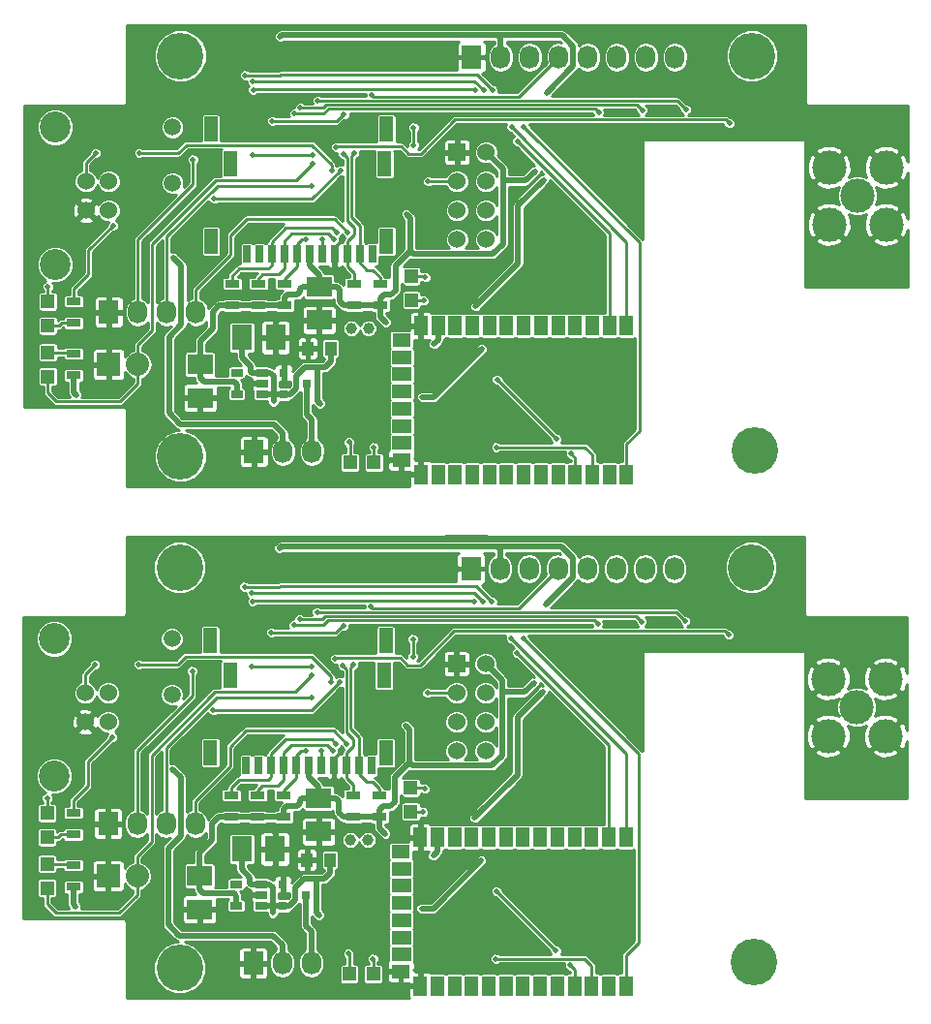
<source format=gtl>
G04 #@! TF.FileFunction,Copper,L1,Top,Signal*
%FSLAX46Y46*%
G04 Gerber Fmt 4.6, Leading zero omitted, Abs format (unit mm)*
G04 Created by KiCad (PCBNEW 4.0.4-stable) date Mon Oct 10 23:42:20 2016*
%MOMM*%
%LPD*%
G01*
G04 APERTURE LIST*
%ADD10C,0.100000*%
%ADD11R,1.198880X1.699260*%
%ADD12R,1.597660X1.198880*%
%ADD13R,1.699260X1.198880*%
%ADD14R,1.198880X1.198880*%
%ADD15R,2.032000X2.032000*%
%ADD16O,2.032000X2.032000*%
%ADD17R,1.300000X0.700000*%
%ADD18C,4.064000*%
%ADD19C,1.000760*%
%ADD20C,1.501140*%
%ADD21R,1.060000X0.650000*%
%ADD22R,0.800100X0.800100*%
%ADD23R,1.727200X2.032000*%
%ADD24O,1.727200X2.032000*%
%ADD25C,1.524000*%
%ADD26C,2.700020*%
%ADD27R,1.524000X1.524000*%
%ADD28C,3.000000*%
%ADD29R,0.660400X1.574800*%
%ADD30R,1.168400X2.184400*%
%ADD31R,2.230000X1.800000*%
%ADD32R,1.800000X2.230000*%
%ADD33R,1.000000X1.250000*%
%ADD34C,0.500000*%
%ADD35C,0.500000*%
%ADD36C,0.250000*%
%ADD37C,0.254000*%
G04 APERTURE END LIST*
D10*
D11*
X64470280Y-93322140D03*
X62969140Y-93322140D03*
X61470540Y-93322140D03*
X65968880Y-93322140D03*
X67470020Y-93322140D03*
X68968620Y-93322140D03*
X70469760Y-93322140D03*
X71968360Y-93322140D03*
X73469500Y-93322140D03*
X74970640Y-93322140D03*
X76469240Y-93322140D03*
X77970380Y-93322140D03*
X79468980Y-93322140D03*
D12*
X59773820Y-94571820D03*
D13*
X59819540Y-96075500D03*
X59819540Y-97574100D03*
X59819540Y-99072700D03*
X59819540Y-100571300D03*
X59819540Y-102069900D03*
X59819540Y-103568500D03*
D12*
X59771280Y-105067100D03*
D11*
X61470540Y-106321860D03*
X62969140Y-106321860D03*
X64472820Y-106321860D03*
X65968880Y-106321860D03*
X67470020Y-106321860D03*
X68968620Y-106321860D03*
X70469760Y-106321860D03*
X71968360Y-106321860D03*
X73469500Y-106321860D03*
X74970640Y-106321860D03*
X76469240Y-106321860D03*
X77970380Y-106321860D03*
X79468980Y-106321860D03*
D14*
X60642500Y-91092020D03*
X60642500Y-88993980D03*
X57373520Y-105283000D03*
X55275480Y-105283000D03*
D15*
X34163000Y-96710500D03*
D16*
X36703000Y-96710500D03*
D17*
X31115000Y-97660500D03*
X31115000Y-95760500D03*
D14*
X28829000Y-95661480D03*
X28829000Y-97759520D03*
D18*
X90678000Y-104203500D03*
X40433000Y-104738500D03*
X90433000Y-69738500D03*
X40433000Y-69738500D03*
D19*
X56883300Y-93535500D03*
X55384700Y-93535500D03*
D20*
X39751000Y-75981560D03*
X39751000Y-80863440D03*
D21*
X47582000Y-99311500D03*
X47582000Y-98361500D03*
X47582000Y-97411500D03*
X45382000Y-97411500D03*
X45382000Y-99311500D03*
D17*
X31115000Y-91188500D03*
X31115000Y-93088500D03*
X44958000Y-91564500D03*
X44958000Y-89664500D03*
X47244000Y-91564500D03*
X47244000Y-89664500D03*
X49530000Y-91564500D03*
X49530000Y-89664500D03*
X55626000Y-91564500D03*
X55626000Y-89664500D03*
X57912000Y-91564500D03*
X57912000Y-89664500D03*
D22*
X49481740Y-97411500D03*
X49481740Y-99311500D03*
X51480720Y-98361500D03*
D23*
X65913000Y-69850000D03*
D24*
X68453000Y-69850000D03*
X70993000Y-69850000D03*
X73533000Y-69850000D03*
X76073000Y-69850000D03*
X78613000Y-69850000D03*
X81153000Y-69850000D03*
X83693000Y-69850000D03*
D25*
X34163000Y-80708500D03*
X34163000Y-83248500D03*
X32164020Y-83248500D03*
X32164020Y-80708500D03*
D26*
X29464000Y-75979020D03*
X29464000Y-87977980D03*
D27*
X64643000Y-78168500D03*
D25*
X67183000Y-78168500D03*
X64643000Y-80708500D03*
X67183000Y-80708500D03*
X64643000Y-83248500D03*
X67183000Y-83248500D03*
X64643000Y-85788500D03*
X67183000Y-85788500D03*
D28*
X97183000Y-84478500D03*
X97183000Y-79478500D03*
X99683000Y-81978500D03*
X102183000Y-79478500D03*
X102183000Y-84478500D03*
D23*
X46863000Y-104330500D03*
D24*
X49403000Y-104330500D03*
X51943000Y-104330500D03*
D23*
X34163000Y-92138500D03*
D24*
X36703000Y-92138500D03*
X39243000Y-92138500D03*
X41783000Y-92138500D03*
D29*
X46228000Y-87058500D03*
X48437800Y-87058500D03*
X49530000Y-87058500D03*
X50622200Y-87058500D03*
X51739800Y-87058500D03*
X52832000Y-87058500D03*
X53924200Y-87058500D03*
X55041800Y-87058500D03*
X56134000Y-87058500D03*
X47355760Y-87058500D03*
D30*
X44831000Y-79184500D03*
X58293000Y-79184500D03*
D29*
X57226200Y-87058500D03*
D30*
X58473000Y-76158500D03*
X43123000Y-76158500D03*
X58473000Y-85958500D03*
X43123000Y-85958500D03*
D14*
X28829000Y-91216480D03*
X28829000Y-93314520D03*
D31*
X52578000Y-92836500D03*
X52578000Y-89916500D03*
D32*
X48767500Y-94361000D03*
X45847500Y-94361000D03*
D33*
X53578000Y-95313500D03*
X51578000Y-95313500D03*
D31*
X42164000Y-99631000D03*
X42164000Y-96711000D03*
X42227500Y-54927000D03*
X42227500Y-52007000D03*
D33*
X53641500Y-50609500D03*
X51641500Y-50609500D03*
D32*
X48831000Y-49657000D03*
X45911000Y-49657000D03*
D31*
X52641500Y-48132500D03*
X52641500Y-45212500D03*
D14*
X28892500Y-46512480D03*
X28892500Y-48610520D03*
D29*
X46291500Y-42354500D03*
X48501300Y-42354500D03*
X49593500Y-42354500D03*
X50685700Y-42354500D03*
X51803300Y-42354500D03*
X52895500Y-42354500D03*
X53987700Y-42354500D03*
X55105300Y-42354500D03*
X56197500Y-42354500D03*
X47419260Y-42354500D03*
D30*
X44894500Y-34480500D03*
X58356500Y-34480500D03*
D29*
X57289700Y-42354500D03*
D30*
X58536500Y-31454500D03*
X43186500Y-31454500D03*
X58536500Y-41254500D03*
X43186500Y-41254500D03*
D23*
X34226500Y-47434500D03*
D24*
X36766500Y-47434500D03*
X39306500Y-47434500D03*
X41846500Y-47434500D03*
D23*
X46926500Y-59626500D03*
D24*
X49466500Y-59626500D03*
X52006500Y-59626500D03*
D27*
X64706500Y-33464500D03*
D25*
X67246500Y-33464500D03*
X64706500Y-36004500D03*
X67246500Y-36004500D03*
X64706500Y-38544500D03*
X67246500Y-38544500D03*
X64706500Y-41084500D03*
X67246500Y-41084500D03*
D28*
X97246500Y-39774500D03*
X97246500Y-34774500D03*
X99746500Y-37274500D03*
X102246500Y-34774500D03*
X102246500Y-39774500D03*
D25*
X34226500Y-36004500D03*
X34226500Y-38544500D03*
X32227520Y-38544500D03*
X32227520Y-36004500D03*
D26*
X29527500Y-31275020D03*
X29527500Y-43273980D03*
D23*
X65976500Y-25146000D03*
D24*
X68516500Y-25146000D03*
X71056500Y-25146000D03*
X73596500Y-25146000D03*
X76136500Y-25146000D03*
X78676500Y-25146000D03*
X81216500Y-25146000D03*
X83756500Y-25146000D03*
D22*
X49545240Y-52707500D03*
X49545240Y-54607500D03*
X51544220Y-53657500D03*
D17*
X57975500Y-46860500D03*
X57975500Y-44960500D03*
X55689500Y-46860500D03*
X55689500Y-44960500D03*
X49593500Y-46860500D03*
X49593500Y-44960500D03*
X47307500Y-46860500D03*
X47307500Y-44960500D03*
X45021500Y-46860500D03*
X45021500Y-44960500D03*
X31178500Y-46484500D03*
X31178500Y-48384500D03*
D21*
X47645500Y-54607500D03*
X47645500Y-53657500D03*
X47645500Y-52707500D03*
X45445500Y-52707500D03*
X45445500Y-54607500D03*
D20*
X39814500Y-31277560D03*
X39814500Y-36159440D03*
D19*
X56946800Y-48831500D03*
X55448200Y-48831500D03*
D18*
X40496500Y-25034500D03*
X90496500Y-25034500D03*
X40496500Y-60034500D03*
X90741500Y-59499500D03*
D14*
X28892500Y-50957480D03*
X28892500Y-53055520D03*
D17*
X31178500Y-52956500D03*
X31178500Y-51056500D03*
D15*
X34226500Y-52006500D03*
D16*
X36766500Y-52006500D03*
D14*
X57437020Y-60579000D03*
X55338980Y-60579000D03*
X60706000Y-46388020D03*
X60706000Y-44289980D03*
D11*
X64533780Y-48618140D03*
X63032640Y-48618140D03*
X61534040Y-48618140D03*
X66032380Y-48618140D03*
X67533520Y-48618140D03*
X69032120Y-48618140D03*
X70533260Y-48618140D03*
X72031860Y-48618140D03*
X73533000Y-48618140D03*
X75034140Y-48618140D03*
X76532740Y-48618140D03*
X78033880Y-48618140D03*
X79532480Y-48618140D03*
D12*
X59837320Y-49867820D03*
D13*
X59883040Y-51371500D03*
X59883040Y-52870100D03*
X59883040Y-54368700D03*
X59883040Y-55867300D03*
X59883040Y-57365900D03*
X59883040Y-58864500D03*
D12*
X59834780Y-60363100D03*
D11*
X61534040Y-61617860D03*
X63032640Y-61617860D03*
X64536320Y-61617860D03*
X66032380Y-61617860D03*
X67533520Y-61617860D03*
X69032120Y-61617860D03*
X70533260Y-61617860D03*
X72031860Y-61617860D03*
X73533000Y-61617860D03*
X75034140Y-61617860D03*
X76532740Y-61617860D03*
X78033880Y-61617860D03*
X79532480Y-61617860D03*
D34*
X43053000Y-78041500D03*
X53594000Y-70421500D03*
X60325000Y-81470500D03*
X32258000Y-74930000D03*
X31940500Y-78232000D03*
X27559000Y-78105000D03*
X33591500Y-99377500D03*
X27432000Y-96393000D03*
X29273500Y-85280500D03*
X46482000Y-98361500D03*
X34163000Y-93916500D03*
X56070500Y-92519500D03*
X54546500Y-88646000D03*
X53149500Y-97980500D03*
X38608000Y-86423500D03*
X35814000Y-86423500D03*
X48704500Y-68897500D03*
X51435000Y-69278500D03*
X54546500Y-85725000D03*
X99631500Y-76898500D03*
X93980000Y-74930000D03*
X102679500Y-75120500D03*
X90106500Y-76327000D03*
X93853000Y-71247000D03*
X66167000Y-89027000D03*
X70929500Y-91122500D03*
X74612500Y-86233000D03*
X76009500Y-91440000D03*
X78549500Y-96710500D03*
X78041500Y-102997000D03*
X72199500Y-98044000D03*
X61023500Y-69913500D03*
X37084000Y-68262500D03*
X45339000Y-70421500D03*
X37084000Y-72263000D03*
X43370500Y-68072000D03*
X43434000Y-90233500D03*
X43180000Y-83629500D03*
X40322500Y-85661500D03*
X34480500Y-89344500D03*
X76835000Y-78930500D03*
X78041500Y-72644000D03*
X81407000Y-72644000D03*
X84963000Y-72644000D03*
X81851500Y-74485500D03*
X78232000Y-74612500D03*
X64643000Y-101727000D03*
X64706500Y-57023000D03*
X78295500Y-29908500D03*
X81915000Y-29781500D03*
X85026500Y-27940000D03*
X81470500Y-27940000D03*
X78105000Y-27940000D03*
X76898500Y-34226500D03*
X34544000Y-44640500D03*
X40386000Y-40957500D03*
X43243500Y-38925500D03*
X43497500Y-45529500D03*
X43434000Y-23368000D03*
X37147500Y-27559000D03*
X45402500Y-25717500D03*
X37147500Y-23558500D03*
X61087000Y-25209500D03*
X72263000Y-53340000D03*
X78105000Y-58293000D03*
X78613000Y-52006500D03*
X76073000Y-46736000D03*
X74676000Y-41529000D03*
X70993000Y-46418500D03*
X66230500Y-44323000D03*
X93916500Y-26543000D03*
X90170000Y-31623000D03*
X102743000Y-30416500D03*
X94043500Y-30226000D03*
X99695000Y-32194500D03*
X54610000Y-41021000D03*
X51498500Y-24574500D03*
X48768000Y-24193500D03*
X35877500Y-41719500D03*
X38671500Y-41719500D03*
X53213000Y-53276500D03*
X54610000Y-43942000D03*
X56134000Y-47815500D03*
X34226500Y-49212500D03*
X46545500Y-53657500D03*
X29337000Y-40576500D03*
X27495500Y-51689000D03*
X33655000Y-54673500D03*
X27622500Y-33401000D03*
X32004000Y-33528000D03*
X32321500Y-30226000D03*
X60388500Y-36766500D03*
X53657500Y-25717500D03*
X43116500Y-33337500D03*
X62611000Y-94932500D03*
X58420000Y-93027500D03*
X60198000Y-83566000D03*
X71437500Y-79819500D03*
X71501000Y-35115500D03*
X60261500Y-38862000D03*
X58483500Y-48323500D03*
X62674500Y-50228500D03*
X31305500Y-99377500D03*
X48577500Y-99949000D03*
X49149000Y-68072000D03*
X72453500Y-73025000D03*
X72199500Y-80581500D03*
X66230500Y-91630500D03*
X66802000Y-95377000D03*
X61595000Y-99568000D03*
X52641500Y-100139500D03*
X52705000Y-55435500D03*
X61658500Y-54864000D03*
X66865500Y-50673000D03*
X66294000Y-46926500D03*
X72263000Y-35877500D03*
X72517000Y-28321000D03*
X49212500Y-23368000D03*
X48641000Y-55245000D03*
X31369000Y-54673500D03*
X39814500Y-87376000D03*
X39878000Y-42672000D03*
X28829000Y-89916000D03*
X28892500Y-45212000D03*
X54102000Y-85153500D03*
X54165500Y-40449500D03*
X53848000Y-85788500D03*
X53911500Y-41084500D03*
X51435000Y-85788500D03*
X51498500Y-41084500D03*
X52832000Y-85788500D03*
X52895500Y-41084500D03*
X54673500Y-78295500D03*
X54737000Y-33591500D03*
X55626000Y-78232000D03*
X55689500Y-33528000D03*
X41529000Y-78803500D03*
X41592500Y-34099500D03*
X51943000Y-81089500D03*
X52006500Y-36385500D03*
X55054500Y-85153500D03*
X55118000Y-40449500D03*
X62103000Y-80708500D03*
X62166500Y-36004500D03*
X60833000Y-76009500D03*
X60833000Y-77533500D03*
X60896500Y-32829500D03*
X60896500Y-31305500D03*
X54419500Y-79756000D03*
X43370500Y-82232500D03*
X43434000Y-37528500D03*
X54483000Y-35052000D03*
X33020000Y-78232000D03*
X53657500Y-79756000D03*
X36830000Y-78232000D03*
X36893500Y-33528000D03*
X53721000Y-35052000D03*
X33083500Y-33528000D03*
X48450500Y-75438000D03*
X54737000Y-74866500D03*
X57150000Y-73152000D03*
X57213500Y-28448000D03*
X54800500Y-30162500D03*
X48514000Y-30734000D03*
X50419000Y-74803000D03*
X77025500Y-74676000D03*
X77089000Y-29972000D03*
X50482500Y-30099000D03*
X50927000Y-74295000D03*
X80835500Y-74485500D03*
X80899000Y-29781500D03*
X50990500Y-29591000D03*
X84645500Y-74422000D03*
X52451000Y-73660000D03*
X52514500Y-28956000D03*
X84709000Y-29718000D03*
X46736000Y-78422500D03*
X52006500Y-78422500D03*
X54038500Y-77724000D03*
X88455500Y-75628500D03*
X88519000Y-30924500D03*
X54102000Y-33020000D03*
X52070000Y-33718500D03*
X46799500Y-33718500D03*
X34544000Y-84582000D03*
X34607500Y-39878000D03*
X52006500Y-79184500D03*
X52070000Y-34480500D03*
X68072000Y-103949500D03*
X57340500Y-103949500D03*
X57404000Y-59245500D03*
X68135500Y-59245500D03*
X55181500Y-103505000D03*
X55245000Y-58801000D03*
X74612500Y-104521000D03*
X73342500Y-103251000D03*
X68135500Y-98044000D03*
X61722000Y-91122500D03*
X61785500Y-46418500D03*
X68199000Y-53340000D03*
X73406000Y-58547000D03*
X74676000Y-59817000D03*
X61849000Y-89090500D03*
X61912500Y-44386500D03*
X46101000Y-71437500D03*
X67754500Y-72771000D03*
X70485000Y-75946000D03*
X70548500Y-31242000D03*
X67818000Y-28067000D03*
X46164500Y-26733500D03*
X46736000Y-72009000D03*
X66992500Y-72771000D03*
X69913500Y-77216000D03*
X69977000Y-32512000D03*
X67056000Y-28067000D03*
X46799500Y-27305000D03*
X46799500Y-72707500D03*
X66230500Y-72771000D03*
X69405500Y-75946000D03*
X69469000Y-31242000D03*
X66294000Y-28067000D03*
X46863000Y-28003500D03*
D35*
X47582000Y-98361500D02*
X46482000Y-98361500D01*
D36*
X54102500Y-92836500D02*
X52578000Y-92836500D01*
X54419500Y-92519500D02*
X56070500Y-92519500D01*
X54102500Y-92836500D02*
X54419500Y-92519500D01*
X53924200Y-88023700D02*
X54546500Y-88646000D01*
X53924200Y-87058500D02*
X53924200Y-88023700D01*
X54546500Y-85852000D02*
X54546500Y-85725000D01*
X53924200Y-86474300D02*
X54546500Y-85852000D01*
X53924200Y-87058500D02*
X53924200Y-86474300D01*
X34480500Y-89344500D02*
X34480500Y-89281000D01*
X34544000Y-44640500D02*
X34544000Y-44577000D01*
X53987700Y-42354500D02*
X53987700Y-41770300D01*
X53987700Y-41770300D02*
X54610000Y-41148000D01*
X54610000Y-41148000D02*
X54610000Y-41021000D01*
X53987700Y-42354500D02*
X53987700Y-43319700D01*
X53987700Y-43319700D02*
X54610000Y-43942000D01*
X54166000Y-48132500D02*
X54483000Y-47815500D01*
X54483000Y-47815500D02*
X56134000Y-47815500D01*
X54166000Y-48132500D02*
X52641500Y-48132500D01*
D35*
X47645500Y-53657500D02*
X46545500Y-53657500D01*
D36*
X52261000Y-90233500D02*
X52578000Y-89916500D01*
D35*
X52578000Y-88900000D02*
X52578000Y-89916500D01*
X51739800Y-88061800D02*
X52578000Y-88900000D01*
X51739800Y-87058500D02*
X51739800Y-88061800D01*
X51117000Y-89916500D02*
X52578000Y-89916500D01*
X50927000Y-90106500D02*
X51117000Y-89916500D01*
X50927000Y-90360500D02*
X50927000Y-90106500D01*
X50673000Y-90614500D02*
X50927000Y-90360500D01*
X49784000Y-90614500D02*
X50673000Y-90614500D01*
X49530000Y-90868500D02*
X49784000Y-90614500D01*
X49530000Y-91564500D02*
X49530000Y-90868500D01*
X45382000Y-98445500D02*
X45171000Y-98234500D01*
X45171000Y-98234500D02*
X42481500Y-98234500D01*
X42481500Y-98234500D02*
X42164000Y-97917000D01*
X42164000Y-97917000D02*
X42164000Y-96711000D01*
X45382000Y-99311500D02*
X45382000Y-98445500D01*
X42164000Y-94678500D02*
X43243500Y-93599000D01*
X43243500Y-93599000D02*
X43243500Y-92138500D01*
X43243500Y-92138500D02*
X43817500Y-91564500D01*
X43817500Y-91564500D02*
X44958000Y-91564500D01*
X42164000Y-96711000D02*
X42164000Y-94678500D01*
X44958000Y-91564500D02*
X47244000Y-91564500D01*
X47244000Y-91564500D02*
X49530000Y-91564500D01*
X55626000Y-91564500D02*
X57912000Y-91564500D01*
X62969140Y-94574360D02*
X62611000Y-94932500D01*
X58420000Y-93027500D02*
X57912000Y-92519500D01*
X57912000Y-92519500D02*
X57912000Y-91564500D01*
X62969140Y-93322140D02*
X62969140Y-94574360D01*
X57912000Y-90932000D02*
X58229500Y-90614500D01*
X58229500Y-90614500D02*
X58864500Y-90614500D01*
X58864500Y-90614500D02*
X59245500Y-90233500D01*
X59245500Y-90233500D02*
X59245500Y-88074500D01*
X59245500Y-88074500D02*
X60515500Y-86804500D01*
X60515500Y-86804500D02*
X60515500Y-83883500D01*
X60515500Y-83883500D02*
X60198000Y-83566000D01*
X57912000Y-91564500D02*
X57912000Y-90932000D01*
X68643500Y-80645000D02*
X68643500Y-86169500D01*
X68643500Y-79629000D02*
X68643500Y-80645000D01*
X68643500Y-86169500D02*
X67754500Y-87058500D01*
X67754500Y-87058500D02*
X60769500Y-87058500D01*
X60769500Y-87058500D02*
X60515500Y-86804500D01*
X67183000Y-78168500D02*
X68643500Y-79629000D01*
X70612000Y-80645000D02*
X71437500Y-79819500D01*
X68643500Y-80645000D02*
X70612000Y-80645000D01*
X54734500Y-91564500D02*
X55626000Y-91564500D01*
X54356000Y-91186000D02*
X54734500Y-91564500D01*
X54356000Y-90171000D02*
X54356000Y-91186000D01*
X54101500Y-89916500D02*
X54356000Y-90171000D01*
X52578000Y-89916500D02*
X54101500Y-89916500D01*
X52641500Y-45212500D02*
X54165000Y-45212500D01*
X54165000Y-45212500D02*
X54419500Y-45467000D01*
X54419500Y-45467000D02*
X54419500Y-46482000D01*
X54419500Y-46482000D02*
X54798000Y-46860500D01*
X54798000Y-46860500D02*
X55689500Y-46860500D01*
X68707000Y-35941000D02*
X70675500Y-35941000D01*
X70675500Y-35941000D02*
X71501000Y-35115500D01*
X67246500Y-33464500D02*
X68707000Y-34925000D01*
X60833000Y-42354500D02*
X60579000Y-42100500D01*
X67818000Y-42354500D02*
X60833000Y-42354500D01*
X68707000Y-41465500D02*
X67818000Y-42354500D01*
X68707000Y-34925000D02*
X68707000Y-35941000D01*
X68707000Y-35941000D02*
X68707000Y-41465500D01*
X57975500Y-46860500D02*
X57975500Y-46228000D01*
X60579000Y-39179500D02*
X60261500Y-38862000D01*
X60579000Y-42100500D02*
X60579000Y-39179500D01*
X59309000Y-43370500D02*
X60579000Y-42100500D01*
X59309000Y-45529500D02*
X59309000Y-43370500D01*
X58928000Y-45910500D02*
X59309000Y-45529500D01*
X58293000Y-45910500D02*
X58928000Y-45910500D01*
X57975500Y-46228000D02*
X58293000Y-45910500D01*
X63032640Y-48618140D02*
X63032640Y-49870360D01*
X57975500Y-47815500D02*
X57975500Y-46860500D01*
X58483500Y-48323500D02*
X57975500Y-47815500D01*
X63032640Y-49870360D02*
X62674500Y-50228500D01*
X55689500Y-46860500D02*
X57975500Y-46860500D01*
X47307500Y-46860500D02*
X49593500Y-46860500D01*
X45021500Y-46860500D02*
X47307500Y-46860500D01*
X42227500Y-52007000D02*
X42227500Y-49974500D01*
X43881000Y-46860500D02*
X45021500Y-46860500D01*
X43307000Y-47434500D02*
X43881000Y-46860500D01*
X43307000Y-48895000D02*
X43307000Y-47434500D01*
X42227500Y-49974500D02*
X43307000Y-48895000D01*
X45445500Y-54607500D02*
X45445500Y-53741500D01*
X42227500Y-53213000D02*
X42227500Y-52007000D01*
X42545000Y-53530500D02*
X42227500Y-53213000D01*
X45234500Y-53530500D02*
X42545000Y-53530500D01*
X45445500Y-53741500D02*
X45234500Y-53530500D01*
X49593500Y-46860500D02*
X49593500Y-46164500D01*
X49593500Y-46164500D02*
X49847500Y-45910500D01*
X49847500Y-45910500D02*
X50736500Y-45910500D01*
X50736500Y-45910500D02*
X50990500Y-45656500D01*
X50990500Y-45656500D02*
X50990500Y-45402500D01*
X50990500Y-45402500D02*
X51180500Y-45212500D01*
X51180500Y-45212500D02*
X52641500Y-45212500D01*
X51803300Y-42354500D02*
X51803300Y-43357800D01*
X51803300Y-43357800D02*
X52641500Y-44196000D01*
X52641500Y-44196000D02*
X52641500Y-45212500D01*
D36*
X52324500Y-45529500D02*
X52641500Y-45212500D01*
D35*
X48577500Y-99311500D02*
X47582000Y-99311500D01*
X49481740Y-99311500D02*
X48577500Y-99311500D01*
X48262500Y-97411500D02*
X48577500Y-97726500D01*
X48577500Y-97726500D02*
X48577500Y-99311500D01*
X47582000Y-97411500D02*
X48262500Y-97411500D01*
X46675000Y-97411500D02*
X46545500Y-97282000D01*
X46545500Y-97282000D02*
X46545500Y-96837500D01*
X46545500Y-96837500D02*
X45847500Y-96139500D01*
X45847500Y-96139500D02*
X45847500Y-94361000D01*
X47582000Y-97411500D02*
X46675000Y-97411500D01*
X31115000Y-99187000D02*
X31305500Y-99377500D01*
X48577500Y-99949000D02*
X48577500Y-99311500D01*
X31115000Y-97660500D02*
X31115000Y-99187000D01*
X53086000Y-96964500D02*
X53578000Y-96472500D01*
X52387500Y-96964500D02*
X53086000Y-96964500D01*
X53578000Y-96472500D02*
X53578000Y-95313500D01*
X51308000Y-96964500D02*
X52387500Y-96964500D01*
X50546000Y-97726500D02*
X51308000Y-96964500D01*
X50546000Y-98806000D02*
X50546000Y-97726500D01*
X50040500Y-99311500D02*
X50546000Y-98806000D01*
X49481740Y-99311500D02*
X50040500Y-99311500D01*
X49149000Y-68072000D02*
X49276000Y-67945000D01*
X49276000Y-67945000D02*
X68199000Y-67945000D01*
X68199000Y-67945000D02*
X68453000Y-68199000D01*
X68453000Y-68199000D02*
X68453000Y-69850000D01*
X73850500Y-67945000D02*
X74803000Y-68897500D01*
X74803000Y-68897500D02*
X74803000Y-70612000D01*
X74803000Y-70612000D02*
X72453500Y-72961500D01*
X72453500Y-72961500D02*
X72453500Y-73025000D01*
X72199500Y-80581500D02*
X69977000Y-82804000D01*
X69977000Y-82804000D02*
X69977000Y-87884000D01*
X69977000Y-87884000D02*
X66230500Y-91630500D01*
X66802000Y-95377000D02*
X62611000Y-99568000D01*
X62611000Y-99568000D02*
X61595000Y-99568000D01*
X52641500Y-100139500D02*
X52387500Y-99885500D01*
X52387500Y-99885500D02*
X52387500Y-96964500D01*
X68199000Y-67945000D02*
X73850500Y-67945000D01*
X68262500Y-23241000D02*
X73914000Y-23241000D01*
X52451000Y-55181500D02*
X52451000Y-52260500D01*
X52705000Y-55435500D02*
X52451000Y-55181500D01*
X62674500Y-54864000D02*
X61658500Y-54864000D01*
X66865500Y-50673000D02*
X62674500Y-54864000D01*
X70040500Y-43180000D02*
X66294000Y-46926500D01*
X70040500Y-38100000D02*
X70040500Y-43180000D01*
X72263000Y-35877500D02*
X70040500Y-38100000D01*
X72517000Y-28257500D02*
X72517000Y-28321000D01*
X74866500Y-25908000D02*
X72517000Y-28257500D01*
X74866500Y-24193500D02*
X74866500Y-25908000D01*
X73914000Y-23241000D02*
X74866500Y-24193500D01*
X68516500Y-23495000D02*
X68516500Y-25146000D01*
X68262500Y-23241000D02*
X68516500Y-23495000D01*
X49339500Y-23241000D02*
X68262500Y-23241000D01*
X49212500Y-23368000D02*
X49339500Y-23241000D01*
X49545240Y-54607500D02*
X50104000Y-54607500D01*
X50104000Y-54607500D02*
X50609500Y-54102000D01*
X50609500Y-54102000D02*
X50609500Y-53022500D01*
X50609500Y-53022500D02*
X51371500Y-52260500D01*
X51371500Y-52260500D02*
X52451000Y-52260500D01*
X53641500Y-51768500D02*
X53641500Y-50609500D01*
X52451000Y-52260500D02*
X53149500Y-52260500D01*
X53149500Y-52260500D02*
X53641500Y-51768500D01*
X31178500Y-52956500D02*
X31178500Y-54483000D01*
X48641000Y-55245000D02*
X48641000Y-54607500D01*
X31178500Y-54483000D02*
X31369000Y-54673500D01*
X47645500Y-52707500D02*
X46738500Y-52707500D01*
X45911000Y-51435500D02*
X45911000Y-49657000D01*
X46609000Y-52133500D02*
X45911000Y-51435500D01*
X46609000Y-52578000D02*
X46609000Y-52133500D01*
X46738500Y-52707500D02*
X46609000Y-52578000D01*
X47645500Y-52707500D02*
X48326000Y-52707500D01*
X48641000Y-53022500D02*
X48641000Y-54607500D01*
X48326000Y-52707500D02*
X48641000Y-53022500D01*
X49545240Y-54607500D02*
X48641000Y-54607500D01*
X48641000Y-54607500D02*
X47645500Y-54607500D01*
X49403000Y-102743000D02*
X48577500Y-101917500D01*
X48577500Y-101917500D02*
X40386000Y-101917500D01*
X40386000Y-101917500D02*
X39433500Y-100965000D01*
X39433500Y-100965000D02*
X39433500Y-94297500D01*
X39433500Y-94297500D02*
X40513000Y-93218000D01*
X40513000Y-93218000D02*
X40513000Y-88074500D01*
X40513000Y-88074500D02*
X39814500Y-87376000D01*
X49403000Y-104330500D02*
X49403000Y-102743000D01*
X49466500Y-59626500D02*
X49466500Y-58039000D01*
X40576500Y-43370500D02*
X39878000Y-42672000D01*
X40576500Y-48514000D02*
X40576500Y-43370500D01*
X39497000Y-49593500D02*
X40576500Y-48514000D01*
X39497000Y-56261000D02*
X39497000Y-49593500D01*
X40449500Y-57213500D02*
X39497000Y-56261000D01*
X48641000Y-57213500D02*
X40449500Y-57213500D01*
X49466500Y-58039000D02*
X48641000Y-57213500D01*
D36*
X28829000Y-89916000D02*
X28829000Y-91216480D01*
X28892500Y-45212000D02*
X28892500Y-46512480D01*
X29811980Y-93314520D02*
X30038000Y-93088500D01*
X30038000Y-93088500D02*
X31115000Y-93088500D01*
X28829000Y-93314520D02*
X29811980Y-93314520D01*
X28892500Y-48610520D02*
X29875480Y-48610520D01*
X30101500Y-48384500D02*
X31178500Y-48384500D01*
X29875480Y-48610520D02*
X30101500Y-48384500D01*
X48437800Y-88023700D02*
X48133000Y-88328500D01*
X48133000Y-88328500D02*
X45593000Y-88328500D01*
X45593000Y-88328500D02*
X44958000Y-88963500D01*
X44958000Y-88963500D02*
X44958000Y-89664500D01*
X48437800Y-87058500D02*
X48437800Y-88023700D01*
X48437800Y-85991700D02*
X49657000Y-84772500D01*
X49657000Y-84772500D02*
X53721000Y-84772500D01*
X53721000Y-84772500D02*
X54102000Y-85153500D01*
X48437800Y-87058500D02*
X48437800Y-85991700D01*
X48501300Y-42354500D02*
X48501300Y-41287700D01*
X53784500Y-40068500D02*
X54165500Y-40449500D01*
X49720500Y-40068500D02*
X53784500Y-40068500D01*
X48501300Y-41287700D02*
X49720500Y-40068500D01*
X48501300Y-42354500D02*
X48501300Y-43319700D01*
X45021500Y-44259500D02*
X45021500Y-44960500D01*
X45656500Y-43624500D02*
X45021500Y-44259500D01*
X48196500Y-43624500D02*
X45656500Y-43624500D01*
X48501300Y-43319700D02*
X48196500Y-43624500D01*
X49530000Y-88328500D02*
X49022000Y-88836500D01*
X49022000Y-88836500D02*
X47625000Y-88836500D01*
X47625000Y-88836500D02*
X47244000Y-89217500D01*
X47244000Y-89217500D02*
X47244000Y-89664500D01*
X49530000Y-87058500D02*
X49530000Y-88328500D01*
X53848000Y-85788500D02*
X53340000Y-85280500D01*
X53340000Y-85280500D02*
X50165000Y-85280500D01*
X50165000Y-85280500D02*
X49530000Y-85915500D01*
X49530000Y-85915500D02*
X49530000Y-87058500D01*
X49593500Y-41211500D02*
X49593500Y-42354500D01*
X50228500Y-40576500D02*
X49593500Y-41211500D01*
X53403500Y-40576500D02*
X50228500Y-40576500D01*
X53911500Y-41084500D02*
X53403500Y-40576500D01*
X49593500Y-42354500D02*
X49593500Y-43624500D01*
X47307500Y-44513500D02*
X47307500Y-44960500D01*
X47688500Y-44132500D02*
X47307500Y-44513500D01*
X49085500Y-44132500D02*
X47688500Y-44132500D01*
X49593500Y-43624500D02*
X49085500Y-44132500D01*
X50622200Y-88125300D02*
X49530000Y-89217500D01*
X49530000Y-89217500D02*
X49530000Y-89664500D01*
X50622200Y-87058500D02*
X50622200Y-88125300D01*
X50622200Y-86220300D02*
X51054000Y-85788500D01*
X51054000Y-85788500D02*
X51435000Y-85788500D01*
X50622200Y-87058500D02*
X50622200Y-86220300D01*
X50685700Y-42354500D02*
X50685700Y-41516300D01*
X51117500Y-41084500D02*
X51498500Y-41084500D01*
X50685700Y-41516300D02*
X51117500Y-41084500D01*
X50685700Y-42354500D02*
X50685700Y-43421300D01*
X49593500Y-44513500D02*
X49593500Y-44960500D01*
X50685700Y-43421300D02*
X49593500Y-44513500D01*
X52832000Y-85788500D02*
X52832000Y-87058500D01*
X52895500Y-41084500D02*
X52895500Y-42354500D01*
X55041800Y-88125300D02*
X55626000Y-88709500D01*
X55626000Y-88709500D02*
X55626000Y-89664500D01*
X55041800Y-87058500D02*
X55041800Y-88125300D01*
X55041800Y-85928200D02*
X55118000Y-85852000D01*
X55626000Y-85344000D02*
X55118000Y-85852000D01*
X55626000Y-84772500D02*
X55626000Y-85344000D01*
X55054500Y-84201000D02*
X55626000Y-84772500D01*
X55054500Y-78676500D02*
X55054500Y-84201000D01*
X54673500Y-78295500D02*
X55054500Y-78676500D01*
X55041800Y-87058500D02*
X55041800Y-85928200D01*
X55105300Y-42354500D02*
X55105300Y-41224200D01*
X54737000Y-33591500D02*
X55118000Y-33972500D01*
X55118000Y-33972500D02*
X55118000Y-39497000D01*
X55118000Y-39497000D02*
X55689500Y-40068500D01*
X55689500Y-40068500D02*
X55689500Y-40640000D01*
X55689500Y-40640000D02*
X55181500Y-41148000D01*
X55105300Y-41224200D02*
X55181500Y-41148000D01*
X55105300Y-42354500D02*
X55105300Y-43421300D01*
X55689500Y-44005500D02*
X55689500Y-44960500D01*
X55105300Y-43421300D02*
X55689500Y-44005500D01*
X57912000Y-89090500D02*
X57912000Y-89664500D01*
X57277000Y-88455500D02*
X57912000Y-89090500D01*
X56769000Y-88455500D02*
X57277000Y-88455500D01*
X56134000Y-87820500D02*
X56769000Y-88455500D01*
X56134000Y-87058500D02*
X56134000Y-87820500D01*
X56134000Y-84582000D02*
X55404502Y-83852502D01*
X55404502Y-83852502D02*
X55404502Y-78453498D01*
X55404502Y-78453498D02*
X55626000Y-78232000D01*
X56134000Y-87058500D02*
X56134000Y-84582000D01*
X56197500Y-42354500D02*
X56197500Y-39878000D01*
X55468002Y-33749498D02*
X55689500Y-33528000D01*
X55468002Y-39148502D02*
X55468002Y-33749498D01*
X56197500Y-39878000D02*
X55468002Y-39148502D01*
X56197500Y-42354500D02*
X56197500Y-43116500D01*
X56197500Y-43116500D02*
X56832500Y-43751500D01*
X56832500Y-43751500D02*
X57340500Y-43751500D01*
X57340500Y-43751500D02*
X57975500Y-44386500D01*
X57975500Y-44386500D02*
X57975500Y-44960500D01*
X41529000Y-80962500D02*
X41529000Y-78803500D01*
X36703000Y-85788500D02*
X41529000Y-80962500D01*
X36703000Y-92138500D02*
X36703000Y-85788500D01*
X36766500Y-47434500D02*
X36766500Y-41084500D01*
X36766500Y-41084500D02*
X41592500Y-36258500D01*
X41592500Y-36258500D02*
X41592500Y-34099500D01*
X43688000Y-81089500D02*
X51943000Y-81089500D01*
X39243000Y-85534500D02*
X43688000Y-81089500D01*
X39243000Y-92138500D02*
X39243000Y-85534500D01*
X39306500Y-47434500D02*
X39306500Y-40830500D01*
X39306500Y-40830500D02*
X43751500Y-36385500D01*
X43751500Y-36385500D02*
X52006500Y-36385500D01*
X53911500Y-84010500D02*
X55054500Y-85153500D01*
X46228000Y-84010500D02*
X53911500Y-84010500D01*
X44831000Y-85407500D02*
X46228000Y-84010500D01*
X44831000Y-87122000D02*
X44831000Y-85407500D01*
X41783000Y-90170000D02*
X44831000Y-87122000D01*
X41783000Y-92138500D02*
X41783000Y-90170000D01*
X41846500Y-47434500D02*
X41846500Y-45466000D01*
X41846500Y-45466000D02*
X44894500Y-42418000D01*
X44894500Y-42418000D02*
X44894500Y-40703500D01*
X44894500Y-40703500D02*
X46291500Y-39306500D01*
X46291500Y-39306500D02*
X53975000Y-39306500D01*
X53975000Y-39306500D02*
X55118000Y-40449500D01*
D35*
X51480720Y-101074220D02*
X51943000Y-101536500D01*
X51943000Y-101536500D02*
X51943000Y-104330500D01*
X51480720Y-98361500D02*
X51480720Y-101074220D01*
X51544220Y-53657500D02*
X51544220Y-56370220D01*
X52006500Y-56832500D02*
X52006500Y-59626500D01*
X51544220Y-56370220D02*
X52006500Y-56832500D01*
D36*
X64643000Y-80708500D02*
X62103000Y-80708500D01*
X64706500Y-36004500D02*
X62166500Y-36004500D01*
X60833000Y-76009500D02*
X60833000Y-77533500D01*
X60896500Y-31305500D02*
X60896500Y-32829500D01*
X54419500Y-79756000D02*
X51943000Y-82232500D01*
X51943000Y-82232500D02*
X43370500Y-82232500D01*
X52006500Y-37528500D02*
X43434000Y-37528500D01*
X54483000Y-35052000D02*
X52006500Y-37528500D01*
X32164020Y-79087980D02*
X33020000Y-78232000D01*
X32164020Y-80708500D02*
X32164020Y-79087980D01*
X40259000Y-78232000D02*
X40957500Y-77533500D01*
X40957500Y-77533500D02*
X51943000Y-77533500D01*
X51943000Y-77533500D02*
X53657500Y-79248000D01*
X53657500Y-79248000D02*
X53657500Y-79756000D01*
X36830000Y-78232000D02*
X38481000Y-78232000D01*
X38481000Y-78232000D02*
X40259000Y-78232000D01*
X38544500Y-33528000D02*
X40322500Y-33528000D01*
X36893500Y-33528000D02*
X38544500Y-33528000D01*
X53721000Y-34544000D02*
X53721000Y-35052000D01*
X52006500Y-32829500D02*
X53721000Y-34544000D01*
X41021000Y-32829500D02*
X52006500Y-32829500D01*
X40322500Y-33528000D02*
X41021000Y-32829500D01*
X32227520Y-36004500D02*
X32227520Y-34383980D01*
X32227520Y-34383980D02*
X33083500Y-33528000D01*
X48450500Y-75438000D02*
X54102000Y-75438000D01*
X54102000Y-75438000D02*
X54673500Y-74866500D01*
X54673500Y-74866500D02*
X54737000Y-74866500D01*
X57150000Y-73152000D02*
X57307998Y-73309998D01*
X57307998Y-73309998D02*
X70073002Y-73309998D01*
X70073002Y-73309998D02*
X73533000Y-69850000D01*
X70136502Y-28605998D02*
X73596500Y-25146000D01*
X57371498Y-28605998D02*
X70136502Y-28605998D01*
X57213500Y-28448000D02*
X57371498Y-28605998D01*
X54737000Y-30162500D02*
X54800500Y-30162500D01*
X54165500Y-30734000D02*
X54737000Y-30162500D01*
X48514000Y-30734000D02*
X54165500Y-30734000D01*
X50419000Y-74803000D02*
X52959000Y-74803000D01*
X52959000Y-74803000D02*
X53401996Y-74360004D01*
X53401996Y-74360004D02*
X76709504Y-74360004D01*
X76709504Y-74360004D02*
X77025500Y-74676000D01*
X76773004Y-29656004D02*
X77089000Y-29972000D01*
X53465496Y-29656004D02*
X76773004Y-29656004D01*
X53022500Y-30099000D02*
X53465496Y-29656004D01*
X50482500Y-30099000D02*
X53022500Y-30099000D01*
X50927000Y-74295000D02*
X52895500Y-74295000D01*
X52895500Y-74295000D02*
X53180498Y-74010002D01*
X53180498Y-74010002D02*
X80360002Y-74010002D01*
X80360002Y-74010002D02*
X80835500Y-74485500D01*
X80423502Y-29306002D02*
X80899000Y-29781500D01*
X53243998Y-29306002D02*
X80423502Y-29306002D01*
X52959000Y-29591000D02*
X53243998Y-29306002D01*
X50990500Y-29591000D02*
X52959000Y-29591000D01*
X83883500Y-73660000D02*
X84645500Y-74422000D01*
X52451000Y-73660000D02*
X83883500Y-73660000D01*
X52514500Y-28956000D02*
X83947000Y-28956000D01*
X83947000Y-28956000D02*
X84709000Y-29718000D01*
X46736000Y-78422500D02*
X52006500Y-78422500D01*
X54038500Y-77724000D02*
X54102000Y-77660500D01*
X54102000Y-77660500D02*
X59753500Y-77660500D01*
X59753500Y-77660500D02*
X60388500Y-78295500D01*
X60388500Y-78295500D02*
X61468000Y-78295500D01*
X61468000Y-78295500D02*
X64452500Y-75311000D01*
X64452500Y-75311000D02*
X88138000Y-75311000D01*
X88138000Y-75311000D02*
X88455500Y-75628500D01*
X88201500Y-30607000D02*
X88519000Y-30924500D01*
X64516000Y-30607000D02*
X88201500Y-30607000D01*
X61531500Y-33591500D02*
X64516000Y-30607000D01*
X60452000Y-33591500D02*
X61531500Y-33591500D01*
X59817000Y-32956500D02*
X60452000Y-33591500D01*
X54165500Y-32956500D02*
X59817000Y-32956500D01*
X54102000Y-33020000D02*
X54165500Y-32956500D01*
X46799500Y-33718500D02*
X52070000Y-33718500D01*
X34544000Y-84582000D02*
X32385000Y-86741000D01*
X32385000Y-86741000D02*
X32385000Y-88836500D01*
X32385000Y-88836500D02*
X31115000Y-90106500D01*
X31115000Y-90106500D02*
X31115000Y-91188500D01*
X31178500Y-45402500D02*
X31178500Y-46484500D01*
X32448500Y-44132500D02*
X31178500Y-45402500D01*
X32448500Y-42037000D02*
X32448500Y-44132500D01*
X34607500Y-39878000D02*
X32448500Y-42037000D01*
X36703000Y-94996000D02*
X37973000Y-93726000D01*
X37973000Y-93726000D02*
X37973000Y-86169500D01*
X37973000Y-86169500D02*
X43497500Y-80645000D01*
X43497500Y-80645000D02*
X50546000Y-80645000D01*
X50546000Y-80645000D02*
X52006500Y-79184500D01*
X36703000Y-96710500D02*
X36703000Y-94996000D01*
X28829000Y-99187000D02*
X29591000Y-99949000D01*
X29591000Y-99949000D02*
X35115500Y-99949000D01*
X35115500Y-99949000D02*
X36703000Y-98361500D01*
X36703000Y-98361500D02*
X36703000Y-96710500D01*
X28829000Y-97759520D02*
X28829000Y-99187000D01*
X28892500Y-53055520D02*
X28892500Y-54483000D01*
X36766500Y-53657500D02*
X36766500Y-52006500D01*
X35179000Y-55245000D02*
X36766500Y-53657500D01*
X29654500Y-55245000D02*
X35179000Y-55245000D01*
X28892500Y-54483000D02*
X29654500Y-55245000D01*
X36766500Y-52006500D02*
X36766500Y-50292000D01*
X50609500Y-35941000D02*
X52070000Y-34480500D01*
X43561000Y-35941000D02*
X50609500Y-35941000D01*
X38036500Y-41465500D02*
X43561000Y-35941000D01*
X38036500Y-49022000D02*
X38036500Y-41465500D01*
X36766500Y-50292000D02*
X38036500Y-49022000D01*
X31015980Y-95661480D02*
X31115000Y-95760500D01*
X28829000Y-95661480D02*
X31015980Y-95661480D01*
X28892500Y-50957480D02*
X31079480Y-50957480D01*
X31079480Y-50957480D02*
X31178500Y-51056500D01*
X76469240Y-104599740D02*
X75819000Y-103949500D01*
X75819000Y-103949500D02*
X68072000Y-103949500D01*
X57340500Y-103949500D02*
X57373520Y-103982520D01*
X57373520Y-103982520D02*
X57373520Y-105283000D01*
X76469240Y-106321860D02*
X76469240Y-104599740D01*
X76532740Y-61617860D02*
X76532740Y-59895740D01*
X57437020Y-59278520D02*
X57437020Y-60579000D01*
X57404000Y-59245500D02*
X57437020Y-59278520D01*
X75882500Y-59245500D02*
X68135500Y-59245500D01*
X76532740Y-59895740D02*
X75882500Y-59245500D01*
X55275480Y-103598980D02*
X55181500Y-103505000D01*
X55275480Y-105283000D02*
X55275480Y-103598980D01*
X55338980Y-60579000D02*
X55338980Y-58894980D01*
X55338980Y-58894980D02*
X55245000Y-58801000D01*
X74970640Y-104879140D02*
X74612500Y-104521000D01*
X73342500Y-103251000D02*
X68135500Y-98044000D01*
X61722000Y-91122500D02*
X61691520Y-91092020D01*
X61691520Y-91092020D02*
X60642500Y-91092020D01*
X74970640Y-106321860D02*
X74970640Y-104879140D01*
X75034140Y-61617860D02*
X75034140Y-60175140D01*
X61755020Y-46388020D02*
X60706000Y-46388020D01*
X61785500Y-46418500D02*
X61755020Y-46388020D01*
X73406000Y-58547000D02*
X68199000Y-53340000D01*
X75034140Y-60175140D02*
X74676000Y-59817000D01*
X61752480Y-88993980D02*
X61849000Y-89090500D01*
X60642500Y-88993980D02*
X61752480Y-88993980D01*
X60706000Y-44289980D02*
X61815980Y-44289980D01*
X61815980Y-44289980D02*
X61912500Y-44386500D01*
X46101000Y-71437500D02*
X49149000Y-71437500D01*
X49149000Y-71437500D02*
X49212500Y-71374000D01*
X49212500Y-71374000D02*
X66357500Y-71374000D01*
X66357500Y-71374000D02*
X67754500Y-72771000D01*
X70485000Y-75946000D02*
X80581500Y-86042500D01*
X80581500Y-86042500D02*
X80581500Y-102552500D01*
X80581500Y-102552500D02*
X79468980Y-103665020D01*
X79468980Y-103665020D02*
X79468980Y-106321860D01*
X79532480Y-58961020D02*
X79532480Y-61617860D01*
X80645000Y-57848500D02*
X79532480Y-58961020D01*
X80645000Y-41338500D02*
X80645000Y-57848500D01*
X70548500Y-31242000D02*
X80645000Y-41338500D01*
X66421000Y-26670000D02*
X67818000Y-28067000D01*
X49276000Y-26670000D02*
X66421000Y-26670000D01*
X49212500Y-26733500D02*
X49276000Y-26670000D01*
X46164500Y-26733500D02*
X49212500Y-26733500D01*
X46736000Y-72009000D02*
X46799500Y-71945500D01*
X46799500Y-71945500D02*
X66167000Y-71945500D01*
X66167000Y-71945500D02*
X66992500Y-72771000D01*
X69913500Y-77216000D02*
X77970380Y-85272880D01*
X77970380Y-85272880D02*
X77970380Y-93322140D01*
X78033880Y-40568880D02*
X78033880Y-48618140D01*
X69977000Y-32512000D02*
X78033880Y-40568880D01*
X66230500Y-27241500D02*
X67056000Y-28067000D01*
X46863000Y-27241500D02*
X66230500Y-27241500D01*
X46799500Y-27305000D02*
X46863000Y-27241500D01*
X46799500Y-72707500D02*
X46863000Y-72644000D01*
X46863000Y-72644000D02*
X66103500Y-72644000D01*
X66103500Y-72644000D02*
X66230500Y-72771000D01*
X69405500Y-75946000D02*
X79468980Y-86009480D01*
X79468980Y-86009480D02*
X79468980Y-93322140D01*
X79532480Y-41305480D02*
X79532480Y-48618140D01*
X69469000Y-31242000D02*
X79532480Y-41305480D01*
X66167000Y-27940000D02*
X66294000Y-28067000D01*
X46926500Y-27940000D02*
X66167000Y-27940000D01*
X46863000Y-28003500D02*
X46926500Y-27940000D01*
D37*
G36*
X95144500Y-29034500D02*
X95171294Y-29169205D01*
X95247598Y-29283402D01*
X95361795Y-29359706D01*
X95496500Y-29386500D01*
X104144500Y-29386500D01*
X104144500Y-34299150D01*
X103905198Y-33721422D01*
X103644398Y-33550550D01*
X102420448Y-34774500D01*
X103644398Y-35998450D01*
X103905198Y-35827578D01*
X104144500Y-35209365D01*
X104144500Y-39299150D01*
X103905198Y-38721422D01*
X103644398Y-38550550D01*
X102420448Y-39774500D01*
X103644398Y-40998450D01*
X103905198Y-40827578D01*
X104144500Y-40209365D01*
X104144500Y-45182500D01*
X95186500Y-45182500D01*
X95186500Y-41172398D01*
X96022550Y-41172398D01*
X96193422Y-41433198D01*
X96908340Y-41709933D01*
X97674739Y-41692014D01*
X98299578Y-41433198D01*
X98470450Y-41172398D01*
X101022550Y-41172398D01*
X101193422Y-41433198D01*
X101908340Y-41709933D01*
X102674739Y-41692014D01*
X103299578Y-41433198D01*
X103470450Y-41172398D01*
X102246500Y-39948448D01*
X101022550Y-41172398D01*
X98470450Y-41172398D01*
X97246500Y-39948448D01*
X96022550Y-41172398D01*
X95186500Y-41172398D01*
X95186500Y-39436340D01*
X95311067Y-39436340D01*
X95328986Y-40202739D01*
X95587802Y-40827578D01*
X95848602Y-40998450D01*
X97072552Y-39774500D01*
X95848602Y-38550550D01*
X95587802Y-38721422D01*
X95311067Y-39436340D01*
X95186500Y-39436340D01*
X95186500Y-36172398D01*
X96022550Y-36172398D01*
X96193422Y-36433198D01*
X96908340Y-36709933D01*
X97674739Y-36692014D01*
X98145176Y-36497153D01*
X97969810Y-36919482D01*
X97969193Y-37626416D01*
X98147000Y-38056741D01*
X97584660Y-37839067D01*
X96818261Y-37856986D01*
X96193422Y-38115802D01*
X96022550Y-38376602D01*
X97246500Y-39600552D01*
X97260643Y-39586410D01*
X97434591Y-39760358D01*
X97420448Y-39774500D01*
X98644398Y-40998450D01*
X98905198Y-40827578D01*
X99181933Y-40112660D01*
X99164014Y-39346261D01*
X98969153Y-38875824D01*
X99391482Y-39051190D01*
X100098416Y-39051807D01*
X100528741Y-38874000D01*
X100311067Y-39436340D01*
X100328986Y-40202739D01*
X100587802Y-40827578D01*
X100848602Y-40998450D01*
X102072552Y-39774500D01*
X102058410Y-39760358D01*
X102232358Y-39586410D01*
X102246500Y-39600552D01*
X103470450Y-38376602D01*
X103299578Y-38115802D01*
X102584660Y-37839067D01*
X101818261Y-37856986D01*
X101347824Y-38051847D01*
X101523190Y-37629518D01*
X101523807Y-36922584D01*
X101346000Y-36492259D01*
X101908340Y-36709933D01*
X102674739Y-36692014D01*
X103299578Y-36433198D01*
X103470450Y-36172398D01*
X102246500Y-34948448D01*
X102232358Y-34962591D01*
X102058410Y-34788643D01*
X102072552Y-34774500D01*
X100848602Y-33550550D01*
X100587802Y-33721422D01*
X100311067Y-34436340D01*
X100328986Y-35202739D01*
X100523847Y-35673176D01*
X100101518Y-35497810D01*
X99394584Y-35497193D01*
X98964259Y-35675000D01*
X99181933Y-35112660D01*
X99164014Y-34346261D01*
X98905198Y-33721422D01*
X98644398Y-33550550D01*
X97420448Y-34774500D01*
X97434591Y-34788643D01*
X97260643Y-34962591D01*
X97246500Y-34948448D01*
X96022550Y-36172398D01*
X95186500Y-36172398D01*
X95186500Y-34436340D01*
X95311067Y-34436340D01*
X95328986Y-35202739D01*
X95587802Y-35827578D01*
X95848602Y-35998450D01*
X97072552Y-34774500D01*
X95848602Y-33550550D01*
X95587802Y-33721422D01*
X95311067Y-34436340D01*
X95186500Y-34436340D01*
X95186500Y-33376602D01*
X96022550Y-33376602D01*
X97246500Y-34600552D01*
X98470450Y-33376602D01*
X101022550Y-33376602D01*
X102246500Y-34600552D01*
X103470450Y-33376602D01*
X103299578Y-33115802D01*
X102584660Y-32839067D01*
X101818261Y-32856986D01*
X101193422Y-33115802D01*
X101022550Y-33376602D01*
X98470450Y-33376602D01*
X98299578Y-33115802D01*
X97584660Y-32839067D01*
X96818261Y-32856986D01*
X96193422Y-33115802D01*
X96022550Y-33376602D01*
X95186500Y-33376602D01*
X95186500Y-32448500D01*
X95177815Y-32402341D01*
X95150535Y-32359947D01*
X95108910Y-32331506D01*
X95059500Y-32321500D01*
X81089500Y-32321500D01*
X81043341Y-32330185D01*
X81000947Y-32357465D01*
X80972506Y-32399090D01*
X80962500Y-32448500D01*
X80962500Y-41103994D01*
X80929257Y-41054243D01*
X71075537Y-31200523D01*
X71075592Y-31137633D01*
X71022442Y-31009000D01*
X87991925Y-31009000D01*
X87991908Y-31028867D01*
X88071970Y-31222632D01*
X88220088Y-31371009D01*
X88413713Y-31451409D01*
X88623367Y-31451592D01*
X88817132Y-31371530D01*
X88965509Y-31223412D01*
X89045909Y-31029787D01*
X89046092Y-30820133D01*
X88966030Y-30626368D01*
X88817912Y-30477991D01*
X88624287Y-30397591D01*
X88560549Y-30397535D01*
X88485757Y-30322743D01*
X88355339Y-30235600D01*
X88201500Y-30205000D01*
X84910397Y-30205000D01*
X85007132Y-30165030D01*
X85155509Y-30016912D01*
X85235909Y-29823287D01*
X85236092Y-29613633D01*
X85156030Y-29419868D01*
X85007912Y-29271491D01*
X84814287Y-29191091D01*
X84750549Y-29191035D01*
X84231257Y-28671743D01*
X84100839Y-28584600D01*
X83947000Y-28554000D01*
X72990878Y-28554000D01*
X73008693Y-28511097D01*
X75239145Y-26280645D01*
X75336651Y-26134718D01*
X75700011Y-26377508D01*
X76136500Y-26464331D01*
X76572989Y-26377508D01*
X76943026Y-26130257D01*
X77190277Y-25760220D01*
X77277100Y-25323731D01*
X77277100Y-24968269D01*
X77535900Y-24968269D01*
X77535900Y-25323731D01*
X77622723Y-25760220D01*
X77869974Y-26130257D01*
X78240011Y-26377508D01*
X78676500Y-26464331D01*
X79112989Y-26377508D01*
X79483026Y-26130257D01*
X79730277Y-25760220D01*
X79817100Y-25323731D01*
X79817100Y-24968269D01*
X80075900Y-24968269D01*
X80075900Y-25323731D01*
X80162723Y-25760220D01*
X80409974Y-26130257D01*
X80780011Y-26377508D01*
X81216500Y-26464331D01*
X81652989Y-26377508D01*
X82023026Y-26130257D01*
X82270277Y-25760220D01*
X82357100Y-25323731D01*
X82357100Y-24968269D01*
X82615900Y-24968269D01*
X82615900Y-25323731D01*
X82702723Y-25760220D01*
X82949974Y-26130257D01*
X83320011Y-26377508D01*
X83756500Y-26464331D01*
X84192989Y-26377508D01*
X84563026Y-26130257D01*
X84810277Y-25760220D01*
X84863674Y-25491774D01*
X88187100Y-25491774D01*
X88537884Y-26340735D01*
X89186849Y-26990834D01*
X90035197Y-27343098D01*
X90953774Y-27343900D01*
X91802735Y-26993116D01*
X92452834Y-26344151D01*
X92805098Y-25495803D01*
X92805900Y-24577226D01*
X92455116Y-23728265D01*
X91806151Y-23078166D01*
X90957803Y-22725902D01*
X90039226Y-22725100D01*
X89190265Y-23075884D01*
X88540166Y-23724849D01*
X88187902Y-24573197D01*
X88187100Y-25491774D01*
X84863674Y-25491774D01*
X84897100Y-25323731D01*
X84897100Y-24968269D01*
X84810277Y-24531780D01*
X84563026Y-24161743D01*
X84192989Y-23914492D01*
X83756500Y-23827669D01*
X83320011Y-23914492D01*
X82949974Y-24161743D01*
X82702723Y-24531780D01*
X82615900Y-24968269D01*
X82357100Y-24968269D01*
X82270277Y-24531780D01*
X82023026Y-24161743D01*
X81652989Y-23914492D01*
X81216500Y-23827669D01*
X80780011Y-23914492D01*
X80409974Y-24161743D01*
X80162723Y-24531780D01*
X80075900Y-24968269D01*
X79817100Y-24968269D01*
X79730277Y-24531780D01*
X79483026Y-24161743D01*
X79112989Y-23914492D01*
X78676500Y-23827669D01*
X78240011Y-23914492D01*
X77869974Y-24161743D01*
X77622723Y-24531780D01*
X77535900Y-24968269D01*
X77277100Y-24968269D01*
X77190277Y-24531780D01*
X76943026Y-24161743D01*
X76572989Y-23914492D01*
X76136500Y-23827669D01*
X75700011Y-23914492D01*
X75380472Y-24128002D01*
X75353385Y-23991826D01*
X75288749Y-23895092D01*
X75239145Y-23820854D01*
X74286645Y-22868355D01*
X74115675Y-22754115D01*
X73914000Y-22714000D01*
X49339500Y-22714000D01*
X49137825Y-22754115D01*
X48966855Y-22868355D01*
X48841039Y-22994171D01*
X48765991Y-23069088D01*
X48685591Y-23262713D01*
X48685408Y-23472367D01*
X48765470Y-23666132D01*
X48913588Y-23814509D01*
X49107213Y-23894909D01*
X49316867Y-23895092D01*
X49510632Y-23815030D01*
X49557744Y-23768000D01*
X64871041Y-23768000D01*
X64871024Y-23768007D01*
X64750907Y-23888124D01*
X64685900Y-24045065D01*
X64685900Y-24916250D01*
X64792650Y-25023000D01*
X65853500Y-25023000D01*
X65853500Y-25003000D01*
X66099500Y-25003000D01*
X66099500Y-25023000D01*
X67160350Y-25023000D01*
X67267100Y-24916250D01*
X67267100Y-24045065D01*
X67202093Y-23888124D01*
X67081976Y-23768007D01*
X67081959Y-23768000D01*
X67989500Y-23768000D01*
X67989500Y-23974970D01*
X67709974Y-24161743D01*
X67462723Y-24531780D01*
X67375900Y-24968269D01*
X67375900Y-25323731D01*
X67462723Y-25760220D01*
X67709974Y-26130257D01*
X68080011Y-26377508D01*
X68516500Y-26464331D01*
X68952989Y-26377508D01*
X69323026Y-26130257D01*
X69570277Y-25760220D01*
X69657100Y-25323731D01*
X69657100Y-24968269D01*
X69915900Y-24968269D01*
X69915900Y-25323731D01*
X70002723Y-25760220D01*
X70249974Y-26130257D01*
X70620011Y-26377508D01*
X71056500Y-26464331D01*
X71492989Y-26377508D01*
X71863026Y-26130257D01*
X72110277Y-25760220D01*
X72197100Y-25323731D01*
X72197100Y-24968269D01*
X72110277Y-24531780D01*
X71863026Y-24161743D01*
X71492989Y-23914492D01*
X71056500Y-23827669D01*
X70620011Y-23914492D01*
X70249974Y-24161743D01*
X70002723Y-24531780D01*
X69915900Y-24968269D01*
X69657100Y-24968269D01*
X69570277Y-24531780D01*
X69323026Y-24161743D01*
X69043500Y-23974970D01*
X69043500Y-23768000D01*
X73695710Y-23768000D01*
X73794829Y-23867119D01*
X73596500Y-23827669D01*
X73160011Y-23914492D01*
X72789974Y-24161743D01*
X72542723Y-24531780D01*
X72455900Y-24968269D01*
X72455900Y-25323731D01*
X72521328Y-25652658D01*
X69969988Y-28203998D01*
X68331741Y-28203998D01*
X68344909Y-28172287D01*
X68345092Y-27962633D01*
X68265030Y-27768868D01*
X68116912Y-27620491D01*
X67923287Y-27540091D01*
X67859549Y-27540035D01*
X66908514Y-26589000D01*
X66925036Y-26589000D01*
X67081976Y-26523993D01*
X67202093Y-26403876D01*
X67267100Y-26246935D01*
X67267100Y-25375750D01*
X67160350Y-25269000D01*
X66099500Y-25269000D01*
X66099500Y-25289000D01*
X65853500Y-25289000D01*
X65853500Y-25269000D01*
X64792650Y-25269000D01*
X64685900Y-25375750D01*
X64685900Y-26246935D01*
X64694625Y-26268000D01*
X49276000Y-26268000D01*
X49122161Y-26298600D01*
X49072923Y-26331500D01*
X46507843Y-26331500D01*
X46463412Y-26286991D01*
X46269787Y-26206591D01*
X46060133Y-26206408D01*
X45866368Y-26286470D01*
X45717991Y-26434588D01*
X45637591Y-26628213D01*
X45637408Y-26837867D01*
X45717470Y-27031632D01*
X45865588Y-27180009D01*
X46059213Y-27260409D01*
X46268867Y-27260592D01*
X46272539Y-27259075D01*
X46272408Y-27409367D01*
X46352470Y-27603132D01*
X46435152Y-27685959D01*
X46416491Y-27704588D01*
X46336091Y-27898213D01*
X46335908Y-28107867D01*
X46415970Y-28301632D01*
X46564088Y-28450009D01*
X46757713Y-28530409D01*
X46967367Y-28530592D01*
X47161132Y-28450530D01*
X47269852Y-28342000D01*
X56686887Y-28342000D01*
X56686591Y-28342713D01*
X56686408Y-28552367D01*
X56687083Y-28554000D01*
X52857843Y-28554000D01*
X52813412Y-28509491D01*
X52619787Y-28429091D01*
X52410133Y-28428908D01*
X52216368Y-28508970D01*
X52067991Y-28657088D01*
X51987591Y-28850713D01*
X51987408Y-29060367D01*
X52040558Y-29189000D01*
X51333843Y-29189000D01*
X51289412Y-29144491D01*
X51095787Y-29064091D01*
X50886133Y-29063908D01*
X50692368Y-29143970D01*
X50543991Y-29292088D01*
X50463591Y-29485713D01*
X50463516Y-29571983D01*
X50378133Y-29571908D01*
X50184368Y-29651970D01*
X50035991Y-29800088D01*
X49955591Y-29993713D01*
X49955408Y-30203367D01*
X50008558Y-30332000D01*
X48857343Y-30332000D01*
X48812912Y-30287491D01*
X48619287Y-30207091D01*
X48409633Y-30206908D01*
X48215868Y-30286970D01*
X48067491Y-30435088D01*
X47987091Y-30628713D01*
X47986908Y-30838367D01*
X48066970Y-31032132D01*
X48215088Y-31180509D01*
X48408713Y-31260909D01*
X48618367Y-31261092D01*
X48812132Y-31181030D01*
X48857241Y-31136000D01*
X54165500Y-31136000D01*
X54319339Y-31105400D01*
X54449757Y-31018257D01*
X54778532Y-30689482D01*
X54904867Y-30689592D01*
X55098632Y-30609530D01*
X55247009Y-30461412D01*
X55327409Y-30267787D01*
X55327592Y-30058133D01*
X55327539Y-30058004D01*
X76561924Y-30058004D01*
X76561908Y-30076367D01*
X76615058Y-30205000D01*
X64516000Y-30205000D01*
X64362161Y-30235600D01*
X64231743Y-30322743D01*
X61364986Y-33189500D01*
X61281814Y-33189500D01*
X61343009Y-33128412D01*
X61423409Y-32934787D01*
X61423592Y-32725133D01*
X61343530Y-32531368D01*
X61298500Y-32486259D01*
X61298500Y-31648843D01*
X61343009Y-31604412D01*
X61423409Y-31410787D01*
X61423592Y-31201133D01*
X61343530Y-31007368D01*
X61195412Y-30858991D01*
X61001787Y-30778591D01*
X60792133Y-30778408D01*
X60598368Y-30858470D01*
X60449991Y-31006588D01*
X60369591Y-31200213D01*
X60369408Y-31409867D01*
X60449470Y-31603632D01*
X60494500Y-31648741D01*
X60494500Y-32486157D01*
X60449991Y-32530588D01*
X60369591Y-32724213D01*
X60369408Y-32933867D01*
X60374004Y-32944990D01*
X60101257Y-32672243D01*
X59970839Y-32585100D01*
X59817000Y-32554500D01*
X59401546Y-32554500D01*
X59403126Y-32546700D01*
X59403126Y-30362300D01*
X59383811Y-30259650D01*
X59323145Y-30165373D01*
X59230580Y-30102125D01*
X59120700Y-30079874D01*
X57952300Y-30079874D01*
X57849650Y-30099189D01*
X57755373Y-30159855D01*
X57692125Y-30252420D01*
X57669874Y-30362300D01*
X57669874Y-32546700D01*
X57671342Y-32554500D01*
X54355177Y-32554500D01*
X54207287Y-32493091D01*
X53997633Y-32492908D01*
X53803868Y-32572970D01*
X53655491Y-32721088D01*
X53575091Y-32914713D01*
X53574908Y-33124367D01*
X53654970Y-33318132D01*
X53803088Y-33466509D01*
X53996713Y-33546909D01*
X54206367Y-33547092D01*
X54210039Y-33545575D01*
X54209908Y-33695867D01*
X54289970Y-33889632D01*
X54438088Y-34038009D01*
X54631713Y-34118409D01*
X54695451Y-34118465D01*
X54716000Y-34139014D01*
X54716000Y-34578122D01*
X54588287Y-34525091D01*
X54378633Y-34524908D01*
X54184868Y-34604970D01*
X54123000Y-34666730D01*
X54123000Y-34544000D01*
X54092400Y-34390161D01*
X54005257Y-34259743D01*
X52290757Y-32545243D01*
X52160339Y-32458100D01*
X52006500Y-32427500D01*
X44053126Y-32427500D01*
X44053126Y-30362300D01*
X44033811Y-30259650D01*
X43973145Y-30165373D01*
X43880580Y-30102125D01*
X43770700Y-30079874D01*
X42602300Y-30079874D01*
X42499650Y-30099189D01*
X42405373Y-30159855D01*
X42342125Y-30252420D01*
X42319874Y-30362300D01*
X42319874Y-32427500D01*
X41021000Y-32427500D01*
X40867161Y-32458100D01*
X40736743Y-32545243D01*
X40155986Y-33126000D01*
X37236843Y-33126000D01*
X37192412Y-33081491D01*
X36998787Y-33001091D01*
X36789133Y-33000908D01*
X36595368Y-33080970D01*
X36446991Y-33229088D01*
X36366591Y-33422713D01*
X36366408Y-33632367D01*
X36446470Y-33826132D01*
X36594588Y-33974509D01*
X36788213Y-34054909D01*
X36997867Y-34055092D01*
X37191632Y-33975030D01*
X37236741Y-33930000D01*
X40322500Y-33930000D01*
X40476339Y-33899400D01*
X40606757Y-33812257D01*
X41187514Y-33231500D01*
X44082185Y-33231500D01*
X44050125Y-33278420D01*
X44027874Y-33388300D01*
X44027874Y-35539000D01*
X43561000Y-35539000D01*
X43407161Y-35569600D01*
X43276743Y-35656743D01*
X37752243Y-41181243D01*
X37665100Y-41311661D01*
X37634500Y-41465500D01*
X37634500Y-46542245D01*
X37573026Y-46450243D01*
X37202989Y-46202992D01*
X37168500Y-46196132D01*
X37168500Y-41251014D01*
X41876757Y-36542757D01*
X41963900Y-36412339D01*
X41994500Y-36258500D01*
X41994500Y-34442843D01*
X42039009Y-34398412D01*
X42119409Y-34204787D01*
X42119592Y-33995133D01*
X42039530Y-33801368D01*
X41891412Y-33652991D01*
X41697787Y-33572591D01*
X41488133Y-33572408D01*
X41294368Y-33652470D01*
X41145991Y-33800588D01*
X41065591Y-33994213D01*
X41065408Y-34203867D01*
X41145470Y-34397632D01*
X41190500Y-34442741D01*
X41190500Y-36091986D01*
X40788022Y-36494464D01*
X40841891Y-36364733D01*
X40842248Y-35955940D01*
X40686139Y-35578129D01*
X40397331Y-35288817D01*
X40019793Y-35132049D01*
X39611000Y-35131692D01*
X39233189Y-35287801D01*
X38943877Y-35576609D01*
X38787109Y-35954147D01*
X38786752Y-36362940D01*
X38942861Y-36740751D01*
X39231669Y-37030063D01*
X39609207Y-37186831D01*
X40018000Y-37187188D01*
X40149727Y-37132759D01*
X36482243Y-40800243D01*
X36395100Y-40930661D01*
X36364500Y-41084500D01*
X36364500Y-46196132D01*
X36330011Y-46202992D01*
X35959974Y-46450243D01*
X35712723Y-46820280D01*
X35625900Y-47256769D01*
X35625900Y-47612231D01*
X35712723Y-48048720D01*
X35959974Y-48418757D01*
X36330011Y-48666008D01*
X36766500Y-48752831D01*
X37202989Y-48666008D01*
X37573026Y-48418757D01*
X37634500Y-48326755D01*
X37634500Y-48855486D01*
X36482243Y-50007743D01*
X36395100Y-50138161D01*
X36364500Y-50292000D01*
X36364500Y-50768132D01*
X36271690Y-50786593D01*
X35852211Y-51066880D01*
X35669500Y-51340326D01*
X35669500Y-50905565D01*
X35604493Y-50748624D01*
X35484376Y-50628507D01*
X35327436Y-50563500D01*
X34456250Y-50563500D01*
X34349500Y-50670250D01*
X34349500Y-51883500D01*
X34369500Y-51883500D01*
X34369500Y-52129500D01*
X34349500Y-52129500D01*
X34349500Y-53342750D01*
X34456250Y-53449500D01*
X35327436Y-53449500D01*
X35484376Y-53384493D01*
X35604493Y-53264376D01*
X35669500Y-53107435D01*
X35669500Y-52672674D01*
X35852211Y-52946120D01*
X36271690Y-53226407D01*
X36364500Y-53244868D01*
X36364500Y-53490986D01*
X35012486Y-54843000D01*
X31869245Y-54843000D01*
X31895909Y-54778787D01*
X31896092Y-54569133D01*
X31816030Y-54375368D01*
X31705500Y-54264645D01*
X31705500Y-53588926D01*
X31828500Y-53588926D01*
X31931150Y-53569611D01*
X32025427Y-53508945D01*
X32088675Y-53416380D01*
X32110926Y-53306500D01*
X32110926Y-52606500D01*
X32091611Y-52503850D01*
X32030945Y-52409573D01*
X31938380Y-52346325D01*
X31828500Y-52324074D01*
X30528500Y-52324074D01*
X30425850Y-52343389D01*
X30331573Y-52404055D01*
X30268325Y-52496620D01*
X30246074Y-52606500D01*
X30246074Y-53306500D01*
X30265389Y-53409150D01*
X30326055Y-53503427D01*
X30418620Y-53566675D01*
X30528500Y-53588926D01*
X30651500Y-53588926D01*
X30651500Y-54483000D01*
X30691615Y-54684675D01*
X30797406Y-54843000D01*
X29821014Y-54843000D01*
X29294500Y-54316486D01*
X29294500Y-53937386D01*
X29491940Y-53937386D01*
X29594590Y-53918071D01*
X29688867Y-53857405D01*
X29752115Y-53764840D01*
X29774366Y-53654960D01*
X29774366Y-52456080D01*
X29755051Y-52353430D01*
X29694385Y-52259153D01*
X29660866Y-52236250D01*
X32783500Y-52236250D01*
X32783500Y-53107435D01*
X32848507Y-53264376D01*
X32968624Y-53384493D01*
X33125564Y-53449500D01*
X33996750Y-53449500D01*
X34103500Y-53342750D01*
X34103500Y-52129500D01*
X32890250Y-52129500D01*
X32783500Y-52236250D01*
X29660866Y-52236250D01*
X29601820Y-52195905D01*
X29491940Y-52173654D01*
X28293060Y-52173654D01*
X28190410Y-52192969D01*
X28096133Y-52253635D01*
X28032885Y-52346200D01*
X28010634Y-52456080D01*
X28010634Y-53654960D01*
X28029949Y-53757610D01*
X28090615Y-53851887D01*
X28183180Y-53915135D01*
X28293060Y-53937386D01*
X28490500Y-53937386D01*
X28490500Y-54483000D01*
X28521100Y-54636839D01*
X28608243Y-54767257D01*
X29370243Y-55529257D01*
X29500661Y-55616400D01*
X29654500Y-55647000D01*
X35179000Y-55647000D01*
X35332839Y-55616400D01*
X35463257Y-55529257D01*
X37050757Y-53941757D01*
X37137900Y-53811339D01*
X37168500Y-53657500D01*
X37168500Y-53244868D01*
X37261310Y-53226407D01*
X37680789Y-52946120D01*
X37961076Y-52526641D01*
X38059500Y-52031831D01*
X38059500Y-51981169D01*
X37961076Y-51486359D01*
X37680789Y-51066880D01*
X37261310Y-50786593D01*
X37168500Y-50768132D01*
X37168500Y-50458514D01*
X38320757Y-49306257D01*
X38407900Y-49175839D01*
X38438500Y-49022000D01*
X38438500Y-48326755D01*
X38499974Y-48418757D01*
X38870011Y-48666008D01*
X39306500Y-48752831D01*
X39663363Y-48681847D01*
X39124355Y-49220855D01*
X39010115Y-49391825D01*
X38977161Y-49557500D01*
X38970000Y-49593500D01*
X38970000Y-56261000D01*
X39010115Y-56462675D01*
X39124355Y-56633645D01*
X40076854Y-57586145D01*
X40191094Y-57662478D01*
X40247826Y-57700385D01*
X40373546Y-57725392D01*
X40039226Y-57725100D01*
X39190265Y-58075884D01*
X38540166Y-58724849D01*
X38187902Y-59573197D01*
X38187100Y-60491774D01*
X38537884Y-61340735D01*
X39186849Y-61990834D01*
X40035197Y-62343098D01*
X40953774Y-62343900D01*
X41802735Y-61993116D01*
X42452834Y-61344151D01*
X42805098Y-60495803D01*
X42805656Y-59856250D01*
X45635900Y-59856250D01*
X45635900Y-60727435D01*
X45700907Y-60884376D01*
X45821024Y-61004493D01*
X45977964Y-61069500D01*
X46696750Y-61069500D01*
X46803500Y-60962750D01*
X46803500Y-59749500D01*
X47049500Y-59749500D01*
X47049500Y-60962750D01*
X47156250Y-61069500D01*
X47875036Y-61069500D01*
X48031976Y-61004493D01*
X48152093Y-60884376D01*
X48217100Y-60727435D01*
X48217100Y-59856250D01*
X48110350Y-59749500D01*
X47049500Y-59749500D01*
X46803500Y-59749500D01*
X45742650Y-59749500D01*
X45635900Y-59856250D01*
X42805656Y-59856250D01*
X42805900Y-59577226D01*
X42455116Y-58728265D01*
X42252770Y-58525565D01*
X45635900Y-58525565D01*
X45635900Y-59396750D01*
X45742650Y-59503500D01*
X46803500Y-59503500D01*
X46803500Y-58290250D01*
X47049500Y-58290250D01*
X47049500Y-59503500D01*
X48110350Y-59503500D01*
X48217100Y-59396750D01*
X48217100Y-58525565D01*
X48152093Y-58368624D01*
X48031976Y-58248507D01*
X47875036Y-58183500D01*
X47156250Y-58183500D01*
X47049500Y-58290250D01*
X46803500Y-58290250D01*
X46696750Y-58183500D01*
X45977964Y-58183500D01*
X45821024Y-58248507D01*
X45700907Y-58368624D01*
X45635900Y-58525565D01*
X42252770Y-58525565D01*
X41806151Y-58078166D01*
X40992959Y-57740500D01*
X48422710Y-57740500D01*
X48939500Y-58257290D01*
X48939500Y-58455470D01*
X48659974Y-58642243D01*
X48412723Y-59012280D01*
X48325900Y-59448769D01*
X48325900Y-59804231D01*
X48412723Y-60240720D01*
X48659974Y-60610757D01*
X49030011Y-60858008D01*
X49466500Y-60944831D01*
X49902989Y-60858008D01*
X50273026Y-60610757D01*
X50520277Y-60240720D01*
X50607100Y-59804231D01*
X50607100Y-59448769D01*
X50520277Y-59012280D01*
X50273026Y-58642243D01*
X49993500Y-58455470D01*
X49993500Y-58039000D01*
X49953385Y-57837326D01*
X49953385Y-57837325D01*
X49839145Y-57666355D01*
X49013645Y-56840855D01*
X48842675Y-56726615D01*
X48641000Y-56686500D01*
X40667791Y-56686500D01*
X40024000Y-56042710D01*
X40024000Y-55156750D01*
X40685500Y-55156750D01*
X40685500Y-55911935D01*
X40750507Y-56068876D01*
X40870624Y-56188993D01*
X41027564Y-56254000D01*
X41997750Y-56254000D01*
X42104500Y-56147250D01*
X42104500Y-55050000D01*
X42350500Y-55050000D01*
X42350500Y-56147250D01*
X42457250Y-56254000D01*
X43427436Y-56254000D01*
X43584376Y-56188993D01*
X43704493Y-56068876D01*
X43769500Y-55911935D01*
X43769500Y-55156750D01*
X43662750Y-55050000D01*
X42350500Y-55050000D01*
X42104500Y-55050000D01*
X40792250Y-55050000D01*
X40685500Y-55156750D01*
X40024000Y-55156750D01*
X40024000Y-49811790D01*
X40949146Y-48886645D01*
X41063385Y-48715674D01*
X41103500Y-48514000D01*
X41103500Y-48461204D01*
X41410011Y-48666008D01*
X41846500Y-48752831D01*
X42282989Y-48666008D01*
X42653026Y-48418757D01*
X42780000Y-48228727D01*
X42780000Y-48676709D01*
X41854855Y-49601855D01*
X41740615Y-49772825D01*
X41711221Y-49920600D01*
X41700500Y-49974500D01*
X41700500Y-50824574D01*
X41112500Y-50824574D01*
X41009850Y-50843889D01*
X40915573Y-50904555D01*
X40852325Y-50997120D01*
X40830074Y-51107000D01*
X40830074Y-52907000D01*
X40849389Y-53009650D01*
X40910055Y-53103927D01*
X41002620Y-53167175D01*
X41112500Y-53189426D01*
X41700500Y-53189426D01*
X41700500Y-53213000D01*
X41740615Y-53414675D01*
X41854855Y-53585645D01*
X41869210Y-53600000D01*
X41027564Y-53600000D01*
X40870624Y-53665007D01*
X40750507Y-53785124D01*
X40685500Y-53942065D01*
X40685500Y-54697250D01*
X40792250Y-54804000D01*
X42104500Y-54804000D01*
X42104500Y-54784000D01*
X42350500Y-54784000D01*
X42350500Y-54804000D01*
X43662750Y-54804000D01*
X43769500Y-54697250D01*
X43769500Y-54057500D01*
X44753624Y-54057500D01*
X44718573Y-54080055D01*
X44655325Y-54172620D01*
X44633074Y-54282500D01*
X44633074Y-54932500D01*
X44652389Y-55035150D01*
X44713055Y-55129427D01*
X44805620Y-55192675D01*
X44915500Y-55214926D01*
X45975500Y-55214926D01*
X46078150Y-55195611D01*
X46172427Y-55134945D01*
X46235675Y-55042380D01*
X46257926Y-54932500D01*
X46257926Y-54282500D01*
X46238611Y-54179850D01*
X46177945Y-54085573D01*
X46085380Y-54022325D01*
X45975500Y-54000074D01*
X45972500Y-54000074D01*
X45972500Y-53741500D01*
X45944354Y-53600000D01*
X45932385Y-53539825D01*
X45818145Y-53368855D01*
X45764216Y-53314926D01*
X45975500Y-53314926D01*
X46078150Y-53295611D01*
X46172427Y-53234945D01*
X46235675Y-53142380D01*
X46257926Y-53032500D01*
X46257926Y-52972216D01*
X46365855Y-53080146D01*
X46501252Y-53170615D01*
X46536826Y-53194385D01*
X46697305Y-53226306D01*
X46688500Y-53247564D01*
X46688500Y-53427750D01*
X46795250Y-53534500D01*
X47522500Y-53534500D01*
X47522500Y-53514500D01*
X47768500Y-53514500D01*
X47768500Y-53534500D01*
X47788500Y-53534500D01*
X47788500Y-53780500D01*
X47768500Y-53780500D01*
X47768500Y-53800500D01*
X47522500Y-53800500D01*
X47522500Y-53780500D01*
X46795250Y-53780500D01*
X46688500Y-53887250D01*
X46688500Y-54067436D01*
X46753507Y-54224376D01*
X46833074Y-54303943D01*
X46833074Y-54932500D01*
X46852389Y-55035150D01*
X46913055Y-55129427D01*
X47005620Y-55192675D01*
X47115500Y-55214926D01*
X48114000Y-55214926D01*
X48114000Y-55243967D01*
X48113908Y-55349367D01*
X48193970Y-55543132D01*
X48342088Y-55691509D01*
X48535713Y-55771909D01*
X48745367Y-55772092D01*
X48939132Y-55692030D01*
X49087509Y-55543912D01*
X49167909Y-55350287D01*
X49167962Y-55289976D01*
X49945290Y-55289976D01*
X50047940Y-55270661D01*
X50142217Y-55209995D01*
X50205465Y-55117430D01*
X50206122Y-55114187D01*
X50305675Y-55094385D01*
X50476645Y-54980145D01*
X50982145Y-54474645D01*
X51017220Y-54422152D01*
X51017220Y-56370220D01*
X51057335Y-56571895D01*
X51171575Y-56742865D01*
X51479500Y-57050791D01*
X51479500Y-58455470D01*
X51199974Y-58642243D01*
X50952723Y-59012280D01*
X50865900Y-59448769D01*
X50865900Y-59804231D01*
X50952723Y-60240720D01*
X51199974Y-60610757D01*
X51570011Y-60858008D01*
X52006500Y-60944831D01*
X52442989Y-60858008D01*
X52813026Y-60610757D01*
X53060277Y-60240720D01*
X53112224Y-59979560D01*
X54457114Y-59979560D01*
X54457114Y-61178440D01*
X54476429Y-61281090D01*
X54537095Y-61375367D01*
X54629660Y-61438615D01*
X54739540Y-61460866D01*
X55938420Y-61460866D01*
X56041070Y-61441551D01*
X56135347Y-61380885D01*
X56198595Y-61288320D01*
X56220846Y-61178440D01*
X56220846Y-59979560D01*
X56555154Y-59979560D01*
X56555154Y-61178440D01*
X56574469Y-61281090D01*
X56635135Y-61375367D01*
X56727700Y-61438615D01*
X56837580Y-61460866D01*
X58036460Y-61460866D01*
X58139110Y-61441551D01*
X58233387Y-61380885D01*
X58296635Y-61288320D01*
X58318886Y-61178440D01*
X58318886Y-60592850D01*
X58608950Y-60592850D01*
X58608950Y-61047475D01*
X58673957Y-61204416D01*
X58794074Y-61324533D01*
X58951014Y-61389540D01*
X59605030Y-61389540D01*
X59711780Y-61282790D01*
X59711780Y-60486100D01*
X58715700Y-60486100D01*
X58608950Y-60592850D01*
X58318886Y-60592850D01*
X58318886Y-59979560D01*
X58299571Y-59876910D01*
X58238905Y-59782633D01*
X58146340Y-59719385D01*
X58036460Y-59697134D01*
X57839020Y-59697134D01*
X57839020Y-59678725D01*
X58608950Y-59678725D01*
X58608950Y-60133350D01*
X58715700Y-60240100D01*
X59711780Y-60240100D01*
X59711780Y-60220100D01*
X59957780Y-60220100D01*
X59957780Y-60240100D01*
X59977780Y-60240100D01*
X59977780Y-60486100D01*
X59957780Y-60486100D01*
X59957780Y-61282790D01*
X60064530Y-61389540D01*
X60509030Y-61389540D01*
X60614350Y-61494860D01*
X61411040Y-61494860D01*
X61411040Y-60447980D01*
X61304290Y-60341230D01*
X61060610Y-60341230D01*
X61060610Y-60240098D01*
X60953862Y-60240098D01*
X61060610Y-60133350D01*
X61060610Y-59678725D01*
X61000828Y-59534398D01*
X61015096Y-59463940D01*
X61015096Y-58265060D01*
X60995781Y-58162410D01*
X60965463Y-58115295D01*
X60992845Y-58075220D01*
X61015096Y-57965340D01*
X61015096Y-56766460D01*
X60995781Y-56663810D01*
X60965463Y-56616695D01*
X60992845Y-56576620D01*
X61015096Y-56466740D01*
X61015096Y-55267860D01*
X60995781Y-55165210D01*
X60965463Y-55118095D01*
X60992845Y-55078020D01*
X61015050Y-54968367D01*
X61131408Y-54968367D01*
X61211470Y-55162132D01*
X61359588Y-55310509D01*
X61553213Y-55390909D01*
X61762867Y-55391092D01*
X61763090Y-55391000D01*
X62674500Y-55391000D01*
X62876175Y-55350885D01*
X63047145Y-55236645D01*
X67236961Y-51046829D01*
X67312009Y-50971912D01*
X67392409Y-50778287D01*
X67392592Y-50568633D01*
X67312530Y-50374868D01*
X67164412Y-50226491D01*
X66970787Y-50146091D01*
X66761133Y-50145908D01*
X66567368Y-50225970D01*
X66418991Y-50374088D01*
X66418898Y-50374312D01*
X62456210Y-54337000D01*
X61659533Y-54337000D01*
X61554133Y-54336908D01*
X61360368Y-54416970D01*
X61211991Y-54565088D01*
X61131591Y-54758713D01*
X61131408Y-54968367D01*
X61015050Y-54968367D01*
X61015096Y-54968140D01*
X61015096Y-53769260D01*
X60995781Y-53666610D01*
X60965463Y-53619495D01*
X60992845Y-53579420D01*
X61015096Y-53469540D01*
X61015096Y-52270660D01*
X60995781Y-52168010D01*
X60965463Y-52120895D01*
X60992845Y-52080820D01*
X61015096Y-51970940D01*
X61015096Y-50772060D01*
X60995781Y-50669410D01*
X60935115Y-50575133D01*
X60901397Y-50552094D01*
X60918576Y-50467260D01*
X60918576Y-49894770D01*
X61304290Y-49894770D01*
X61411040Y-49788020D01*
X61411040Y-48741140D01*
X60614350Y-48741140D01*
X60507600Y-48847890D01*
X60507600Y-48985954D01*
X59038490Y-48985954D01*
X58935840Y-49005269D01*
X58841563Y-49065935D01*
X58778315Y-49158500D01*
X58756064Y-49268380D01*
X58756064Y-50467260D01*
X58775379Y-50569910D01*
X58804917Y-50615813D01*
X58773235Y-50662180D01*
X58750984Y-50772060D01*
X58750984Y-51970940D01*
X58770299Y-52073590D01*
X58800617Y-52120705D01*
X58773235Y-52160780D01*
X58750984Y-52270660D01*
X58750984Y-53469540D01*
X58770299Y-53572190D01*
X58800617Y-53619305D01*
X58773235Y-53659380D01*
X58750984Y-53769260D01*
X58750984Y-54968140D01*
X58770299Y-55070790D01*
X58800617Y-55117905D01*
X58773235Y-55157980D01*
X58750984Y-55267860D01*
X58750984Y-56466740D01*
X58770299Y-56569390D01*
X58800617Y-56616505D01*
X58773235Y-56656580D01*
X58750984Y-56766460D01*
X58750984Y-57965340D01*
X58770299Y-58067990D01*
X58800617Y-58115105D01*
X58773235Y-58155180D01*
X58750984Y-58265060D01*
X58750984Y-59444757D01*
X58673957Y-59521784D01*
X58608950Y-59678725D01*
X57839020Y-59678725D01*
X57839020Y-59555881D01*
X57850509Y-59544412D01*
X57930909Y-59350787D01*
X57931092Y-59141133D01*
X57851030Y-58947368D01*
X57702912Y-58798991D01*
X57509287Y-58718591D01*
X57299633Y-58718408D01*
X57105868Y-58798470D01*
X56957491Y-58946588D01*
X56877091Y-59140213D01*
X56876908Y-59349867D01*
X56956970Y-59543632D01*
X57035020Y-59621818D01*
X57035020Y-59697134D01*
X56837580Y-59697134D01*
X56734930Y-59716449D01*
X56640653Y-59777115D01*
X56577405Y-59869680D01*
X56555154Y-59979560D01*
X56220846Y-59979560D01*
X56201531Y-59876910D01*
X56140865Y-59782633D01*
X56048300Y-59719385D01*
X55938420Y-59697134D01*
X55740980Y-59697134D01*
X55740980Y-58980772D01*
X55771909Y-58906287D01*
X55772092Y-58696633D01*
X55692030Y-58502868D01*
X55543912Y-58354491D01*
X55350287Y-58274091D01*
X55140633Y-58273908D01*
X54946868Y-58353970D01*
X54798491Y-58502088D01*
X54718091Y-58695713D01*
X54717908Y-58905367D01*
X54797970Y-59099132D01*
X54936980Y-59238385D01*
X54936980Y-59697134D01*
X54739540Y-59697134D01*
X54636890Y-59716449D01*
X54542613Y-59777115D01*
X54479365Y-59869680D01*
X54457114Y-59979560D01*
X53112224Y-59979560D01*
X53147100Y-59804231D01*
X53147100Y-59448769D01*
X53060277Y-59012280D01*
X52813026Y-58642243D01*
X52533500Y-58455470D01*
X52533500Y-56832500D01*
X52493385Y-56630826D01*
X52379146Y-56459855D01*
X52071220Y-56151930D01*
X52071220Y-55543467D01*
X52078355Y-55554145D01*
X52331171Y-55806961D01*
X52406088Y-55882009D01*
X52599713Y-55962409D01*
X52809367Y-55962592D01*
X53003132Y-55882530D01*
X53151509Y-55734412D01*
X53231909Y-55540787D01*
X53232092Y-55331133D01*
X53152030Y-55137368D01*
X53003912Y-54988991D01*
X53003688Y-54988898D01*
X52978000Y-54963210D01*
X52978000Y-52787500D01*
X53149500Y-52787500D01*
X53351175Y-52747385D01*
X53522145Y-52633145D01*
X54014145Y-52141145D01*
X54128385Y-51970175D01*
X54168500Y-51768500D01*
X54168500Y-51511846D01*
X54244150Y-51497611D01*
X54338427Y-51436945D01*
X54401675Y-51344380D01*
X54423926Y-51234500D01*
X54423926Y-49984500D01*
X54404611Y-49881850D01*
X54343945Y-49787573D01*
X54251380Y-49724325D01*
X54141500Y-49702074D01*
X53141500Y-49702074D01*
X53038850Y-49721389D01*
X52944573Y-49782055D01*
X52881325Y-49874620D01*
X52859074Y-49984500D01*
X52859074Y-51234500D01*
X52878389Y-51337150D01*
X52939055Y-51431427D01*
X53031620Y-51494675D01*
X53114500Y-51511458D01*
X53114500Y-51550210D01*
X52931210Y-51733500D01*
X51371500Y-51733500D01*
X51169826Y-51773615D01*
X50998855Y-51887855D01*
X50302212Y-52584498D01*
X50265542Y-52584498D01*
X50372290Y-52477750D01*
X50372290Y-52222515D01*
X50307283Y-52065574D01*
X50187166Y-51945457D01*
X50030226Y-51880450D01*
X49774990Y-51880450D01*
X49668240Y-51987200D01*
X49668240Y-52584500D01*
X49688240Y-52584500D01*
X49688240Y-52830500D01*
X49668240Y-52830500D01*
X49668240Y-53427800D01*
X49774990Y-53534550D01*
X50030226Y-53534550D01*
X50082500Y-53512897D01*
X50082500Y-53883710D01*
X50025037Y-53941173D01*
X49945290Y-53925024D01*
X49168000Y-53925024D01*
X49168000Y-53534550D01*
X49315490Y-53534550D01*
X49422240Y-53427800D01*
X49422240Y-52830500D01*
X49402240Y-52830500D01*
X49402240Y-52584500D01*
X49422240Y-52584500D01*
X49422240Y-51987200D01*
X49315490Y-51880450D01*
X49060254Y-51880450D01*
X48903314Y-51945457D01*
X48783197Y-52065574D01*
X48718190Y-52222515D01*
X48718190Y-52354400D01*
X48698645Y-52334855D01*
X48527675Y-52220615D01*
X48381826Y-52191604D01*
X48377945Y-52185573D01*
X48285380Y-52122325D01*
X48175500Y-52100074D01*
X47129351Y-52100074D01*
X47110838Y-52007000D01*
X47095885Y-51931825D01*
X46981645Y-51760855D01*
X46438000Y-51217210D01*
X46438000Y-51054426D01*
X46811000Y-51054426D01*
X46913650Y-51035111D01*
X47007927Y-50974445D01*
X47071175Y-50881880D01*
X47093426Y-50772000D01*
X47093426Y-49886750D01*
X47504000Y-49886750D01*
X47504000Y-50856936D01*
X47569007Y-51013876D01*
X47689124Y-51133993D01*
X47846065Y-51199000D01*
X48601250Y-51199000D01*
X48708000Y-51092250D01*
X48708000Y-49780000D01*
X48954000Y-49780000D01*
X48954000Y-51092250D01*
X49060750Y-51199000D01*
X49815935Y-51199000D01*
X49972876Y-51133993D01*
X50092993Y-51013876D01*
X50158000Y-50856936D01*
X50158000Y-50839250D01*
X50714500Y-50839250D01*
X50714500Y-51319436D01*
X50779507Y-51476376D01*
X50899624Y-51596493D01*
X51056565Y-51661500D01*
X51411750Y-51661500D01*
X51518500Y-51554750D01*
X51518500Y-50732500D01*
X51764500Y-50732500D01*
X51764500Y-51554750D01*
X51871250Y-51661500D01*
X52226435Y-51661500D01*
X52383376Y-51596493D01*
X52503493Y-51476376D01*
X52568500Y-51319436D01*
X52568500Y-50839250D01*
X52461750Y-50732500D01*
X51764500Y-50732500D01*
X51518500Y-50732500D01*
X50821250Y-50732500D01*
X50714500Y-50839250D01*
X50158000Y-50839250D01*
X50158000Y-49899564D01*
X50714500Y-49899564D01*
X50714500Y-50379750D01*
X50821250Y-50486500D01*
X51518500Y-50486500D01*
X51518500Y-49664250D01*
X51764500Y-49664250D01*
X51764500Y-50486500D01*
X52461750Y-50486500D01*
X52568500Y-50379750D01*
X52568500Y-49899564D01*
X52503493Y-49742624D01*
X52383376Y-49622507D01*
X52226435Y-49557500D01*
X51871250Y-49557500D01*
X51764500Y-49664250D01*
X51518500Y-49664250D01*
X51411750Y-49557500D01*
X51056565Y-49557500D01*
X50899624Y-49622507D01*
X50779507Y-49742624D01*
X50714500Y-49899564D01*
X50158000Y-49899564D01*
X50158000Y-49886750D01*
X50051250Y-49780000D01*
X48954000Y-49780000D01*
X48708000Y-49780000D01*
X47610750Y-49780000D01*
X47504000Y-49886750D01*
X47093426Y-49886750D01*
X47093426Y-48542000D01*
X47077445Y-48457064D01*
X47504000Y-48457064D01*
X47504000Y-49427250D01*
X47610750Y-49534000D01*
X48708000Y-49534000D01*
X48708000Y-48221750D01*
X48954000Y-48221750D01*
X48954000Y-49534000D01*
X50051250Y-49534000D01*
X50158000Y-49427250D01*
X50158000Y-48457064D01*
X50118727Y-48362250D01*
X51099500Y-48362250D01*
X51099500Y-49117435D01*
X51164507Y-49274376D01*
X51284624Y-49394493D01*
X51441564Y-49459500D01*
X52411750Y-49459500D01*
X52518500Y-49352750D01*
X52518500Y-48255500D01*
X52764500Y-48255500D01*
X52764500Y-49352750D01*
X52871250Y-49459500D01*
X53841436Y-49459500D01*
X53998376Y-49394493D01*
X54118493Y-49274376D01*
X54183500Y-49117435D01*
X54183500Y-48985452D01*
X54670685Y-48985452D01*
X54788785Y-49271275D01*
X55007275Y-49490147D01*
X55292891Y-49608745D01*
X55602152Y-49609015D01*
X55887975Y-49490915D01*
X56106847Y-49272425D01*
X56197577Y-49053923D01*
X56287385Y-49271275D01*
X56505875Y-49490147D01*
X56791491Y-49608745D01*
X57100752Y-49609015D01*
X57386575Y-49490915D01*
X57605447Y-49272425D01*
X57724045Y-48986809D01*
X57724315Y-48677548D01*
X57606215Y-48391725D01*
X57387725Y-48172853D01*
X57102109Y-48054255D01*
X56792848Y-48053985D01*
X56507025Y-48172085D01*
X56288153Y-48390575D01*
X56197423Y-48609077D01*
X56107615Y-48391725D01*
X55889125Y-48172853D01*
X55603509Y-48054255D01*
X55294248Y-48053985D01*
X55008425Y-48172085D01*
X54789553Y-48390575D01*
X54670955Y-48676191D01*
X54670685Y-48985452D01*
X54183500Y-48985452D01*
X54183500Y-48362250D01*
X54076750Y-48255500D01*
X52764500Y-48255500D01*
X52518500Y-48255500D01*
X51206250Y-48255500D01*
X51099500Y-48362250D01*
X50118727Y-48362250D01*
X50092993Y-48300124D01*
X49972876Y-48180007D01*
X49815935Y-48115000D01*
X49060750Y-48115000D01*
X48954000Y-48221750D01*
X48708000Y-48221750D01*
X48601250Y-48115000D01*
X47846065Y-48115000D01*
X47689124Y-48180007D01*
X47569007Y-48300124D01*
X47504000Y-48457064D01*
X47077445Y-48457064D01*
X47074111Y-48439350D01*
X47013445Y-48345073D01*
X46920880Y-48281825D01*
X46811000Y-48259574D01*
X45011000Y-48259574D01*
X44908350Y-48278889D01*
X44814073Y-48339555D01*
X44750825Y-48432120D01*
X44728574Y-48542000D01*
X44728574Y-50772000D01*
X44747889Y-50874650D01*
X44808555Y-50968927D01*
X44901120Y-51032175D01*
X45011000Y-51054426D01*
X45384000Y-51054426D01*
X45384000Y-51435500D01*
X45424115Y-51637175D01*
X45538355Y-51808145D01*
X45830284Y-52100074D01*
X44915500Y-52100074D01*
X44812850Y-52119389D01*
X44718573Y-52180055D01*
X44655325Y-52272620D01*
X44633074Y-52382500D01*
X44633074Y-53003500D01*
X43605384Y-53003500D01*
X43624926Y-52907000D01*
X43624926Y-51107000D01*
X43605611Y-51004350D01*
X43544945Y-50910073D01*
X43452380Y-50846825D01*
X43342500Y-50824574D01*
X42754500Y-50824574D01*
X42754500Y-50192790D01*
X43679646Y-49267645D01*
X43793885Y-49096674D01*
X43834000Y-48895000D01*
X43834000Y-47652790D01*
X44099291Y-47387500D01*
X44156232Y-47387500D01*
X44169055Y-47407427D01*
X44261620Y-47470675D01*
X44371500Y-47492926D01*
X45671500Y-47492926D01*
X45774150Y-47473611D01*
X45868427Y-47412945D01*
X45885813Y-47387500D01*
X46442232Y-47387500D01*
X46455055Y-47407427D01*
X46547620Y-47470675D01*
X46657500Y-47492926D01*
X47957500Y-47492926D01*
X48060150Y-47473611D01*
X48154427Y-47412945D01*
X48171813Y-47387500D01*
X48728232Y-47387500D01*
X48741055Y-47407427D01*
X48833620Y-47470675D01*
X48943500Y-47492926D01*
X50243500Y-47492926D01*
X50346150Y-47473611D01*
X50440427Y-47412945D01*
X50503675Y-47320380D01*
X50525926Y-47210500D01*
X50525926Y-47147565D01*
X51099500Y-47147565D01*
X51099500Y-47902750D01*
X51206250Y-48009500D01*
X52518500Y-48009500D01*
X52518500Y-46912250D01*
X52764500Y-46912250D01*
X52764500Y-48009500D01*
X54076750Y-48009500D01*
X54183500Y-47902750D01*
X54183500Y-47147565D01*
X54118493Y-46990624D01*
X53998376Y-46870507D01*
X53841436Y-46805500D01*
X52871250Y-46805500D01*
X52764500Y-46912250D01*
X52518500Y-46912250D01*
X52411750Y-46805500D01*
X51441564Y-46805500D01*
X51284624Y-46870507D01*
X51164507Y-46990624D01*
X51099500Y-47147565D01*
X50525926Y-47147565D01*
X50525926Y-46510500D01*
X50512190Y-46437500D01*
X50736500Y-46437500D01*
X50938175Y-46397385D01*
X51109145Y-46283145D01*
X51249730Y-46142560D01*
X51263389Y-46215150D01*
X51324055Y-46309427D01*
X51416620Y-46372675D01*
X51526500Y-46394926D01*
X53756500Y-46394926D01*
X53859150Y-46375611D01*
X53892500Y-46354151D01*
X53892500Y-46482000D01*
X53932615Y-46683675D01*
X54046855Y-46854645D01*
X54425355Y-47233145D01*
X54596325Y-47347385D01*
X54798000Y-47387500D01*
X54824232Y-47387500D01*
X54837055Y-47407427D01*
X54929620Y-47470675D01*
X55039500Y-47492926D01*
X56339500Y-47492926D01*
X56442150Y-47473611D01*
X56536427Y-47412945D01*
X56553813Y-47387500D01*
X57110232Y-47387500D01*
X57123055Y-47407427D01*
X57215620Y-47470675D01*
X57325500Y-47492926D01*
X57448500Y-47492926D01*
X57448500Y-47815500D01*
X57488615Y-48017175D01*
X57602855Y-48188145D01*
X58110242Y-48695533D01*
X58184588Y-48770009D01*
X58378213Y-48850409D01*
X58587867Y-48850592D01*
X58781632Y-48770530D01*
X58930009Y-48622412D01*
X59010409Y-48428787D01*
X59010592Y-48219133D01*
X58930530Y-48025368D01*
X58782412Y-47876991D01*
X58782189Y-47876899D01*
X58588865Y-47683575D01*
X60507600Y-47683575D01*
X60507600Y-48388390D01*
X60614350Y-48495140D01*
X61411040Y-48495140D01*
X61411040Y-47448260D01*
X61304290Y-47341510D01*
X60849664Y-47341510D01*
X60692724Y-47406517D01*
X60572607Y-47526634D01*
X60507600Y-47683575D01*
X58588865Y-47683575D01*
X58502500Y-47597210D01*
X58502500Y-47492926D01*
X58625500Y-47492926D01*
X58728150Y-47473611D01*
X58822427Y-47412945D01*
X58885675Y-47320380D01*
X58907926Y-47210500D01*
X58907926Y-46510500D01*
X58894190Y-46437500D01*
X58928000Y-46437500D01*
X59129675Y-46397385D01*
X59300645Y-46283145D01*
X59681645Y-45902146D01*
X59757527Y-45788580D01*
X59824134Y-45788580D01*
X59824134Y-46987460D01*
X59843449Y-47090110D01*
X59904115Y-47184387D01*
X59996680Y-47247635D01*
X60106560Y-47269886D01*
X61305440Y-47269886D01*
X61408090Y-47250571D01*
X61502367Y-47189905D01*
X61565615Y-47097340D01*
X61587866Y-46987460D01*
X61587866Y-46907063D01*
X61680213Y-46945409D01*
X61889867Y-46945592D01*
X62083632Y-46865530D01*
X62232009Y-46717412D01*
X62312409Y-46523787D01*
X62312592Y-46314133D01*
X62232530Y-46120368D01*
X62084412Y-45971991D01*
X61890787Y-45891591D01*
X61681133Y-45891408D01*
X61587866Y-45929945D01*
X61587866Y-45788580D01*
X61568551Y-45685930D01*
X61507885Y-45591653D01*
X61415320Y-45528405D01*
X61305440Y-45506154D01*
X60106560Y-45506154D01*
X60003910Y-45525469D01*
X59909633Y-45586135D01*
X59846385Y-45678700D01*
X59824134Y-45788580D01*
X59757527Y-45788580D01*
X59783134Y-45750257D01*
X59795885Y-45731174D01*
X59836000Y-45529500D01*
X59836000Y-44952482D01*
X59843449Y-44992070D01*
X59904115Y-45086347D01*
X59996680Y-45149595D01*
X60106560Y-45171846D01*
X61305440Y-45171846D01*
X61408090Y-45152531D01*
X61502367Y-45091865D01*
X61565615Y-44999300D01*
X61587866Y-44889420D01*
X61587866Y-44807242D01*
X61613588Y-44833009D01*
X61807213Y-44913409D01*
X62016867Y-44913592D01*
X62210632Y-44833530D01*
X62359009Y-44685412D01*
X62439409Y-44491787D01*
X62439592Y-44282133D01*
X62359530Y-44088368D01*
X62211412Y-43939991D01*
X62017787Y-43859591D01*
X61808133Y-43859408D01*
X61738983Y-43887980D01*
X61587866Y-43887980D01*
X61587866Y-43690540D01*
X61568551Y-43587890D01*
X61507885Y-43493613D01*
X61415320Y-43430365D01*
X61305440Y-43408114D01*
X60106560Y-43408114D01*
X60003910Y-43427429D01*
X59985540Y-43439250D01*
X60602599Y-42822191D01*
X60631325Y-42841385D01*
X60664785Y-42848040D01*
X60833000Y-42881500D01*
X67818000Y-42881500D01*
X68019675Y-42841385D01*
X68190645Y-42727145D01*
X69079645Y-41838145D01*
X69193885Y-41667175D01*
X69234000Y-41465500D01*
X69234000Y-36468000D01*
X70675500Y-36468000D01*
X70877175Y-36427885D01*
X71048145Y-36313645D01*
X71872461Y-35489329D01*
X71947509Y-35414412D01*
X72027909Y-35220787D01*
X72027987Y-35131501D01*
X72246971Y-35350485D01*
X72158633Y-35350408D01*
X71964868Y-35430470D01*
X71816491Y-35578588D01*
X71816399Y-35578810D01*
X69667855Y-37727355D01*
X69553615Y-37898325D01*
X69553615Y-37898326D01*
X69513500Y-38100000D01*
X69513500Y-42961710D01*
X65922539Y-46552671D01*
X65847491Y-46627588D01*
X65767091Y-46821213D01*
X65766908Y-47030867D01*
X65846970Y-47224632D01*
X65995088Y-47373009D01*
X66188713Y-47453409D01*
X66398367Y-47453592D01*
X66592132Y-47373530D01*
X66740509Y-47225412D01*
X66740602Y-47225188D01*
X70413145Y-43552645D01*
X70527385Y-43381675D01*
X70567500Y-43180000D01*
X70567500Y-38318290D01*
X72635034Y-36250757D01*
X72709509Y-36176412D01*
X72789909Y-35982787D01*
X72789987Y-35893501D01*
X77631880Y-40735394D01*
X77631880Y-47486084D01*
X77434440Y-47486084D01*
X77331790Y-47505399D01*
X77283366Y-47536559D01*
X77242060Y-47508335D01*
X77132180Y-47486084D01*
X75933300Y-47486084D01*
X75830650Y-47505399D01*
X75783535Y-47535717D01*
X75743460Y-47508335D01*
X75633580Y-47486084D01*
X74434700Y-47486084D01*
X74332050Y-47505399D01*
X74283626Y-47536559D01*
X74242320Y-47508335D01*
X74132440Y-47486084D01*
X72933560Y-47486084D01*
X72830910Y-47505399D01*
X72782486Y-47536559D01*
X72741180Y-47508335D01*
X72631300Y-47486084D01*
X71432420Y-47486084D01*
X71329770Y-47505399D01*
X71282655Y-47535717D01*
X71242580Y-47508335D01*
X71132700Y-47486084D01*
X69933820Y-47486084D01*
X69831170Y-47505399D01*
X69782746Y-47536559D01*
X69741440Y-47508335D01*
X69631560Y-47486084D01*
X68432680Y-47486084D01*
X68330030Y-47505399D01*
X68282915Y-47535717D01*
X68242840Y-47508335D01*
X68132960Y-47486084D01*
X66934080Y-47486084D01*
X66831430Y-47505399D01*
X66783006Y-47536559D01*
X66741700Y-47508335D01*
X66631820Y-47486084D01*
X65432940Y-47486084D01*
X65330290Y-47505399D01*
X65283175Y-47535717D01*
X65243100Y-47508335D01*
X65133220Y-47486084D01*
X63934340Y-47486084D01*
X63831690Y-47505399D01*
X63783266Y-47536559D01*
X63741960Y-47508335D01*
X63632080Y-47486084D01*
X62454923Y-47486084D01*
X62375356Y-47406517D01*
X62218416Y-47341510D01*
X61763790Y-47341510D01*
X61657040Y-47448260D01*
X61657040Y-48495140D01*
X61677040Y-48495140D01*
X61677040Y-48741140D01*
X61657040Y-48741140D01*
X61657040Y-49788020D01*
X61763790Y-49894770D01*
X62218416Y-49894770D01*
X62294398Y-49863297D01*
X62227991Y-49929588D01*
X62147591Y-50123213D01*
X62147408Y-50332867D01*
X62227470Y-50526632D01*
X62375588Y-50675009D01*
X62569213Y-50755409D01*
X62778867Y-50755592D01*
X62972632Y-50675530D01*
X63121009Y-50527412D01*
X63121102Y-50527188D01*
X63405285Y-50243006D01*
X63519524Y-50072035D01*
X63519525Y-50072034D01*
X63559640Y-49870360D01*
X63559640Y-49750196D01*
X63632080Y-49750196D01*
X63734730Y-49730881D01*
X63783154Y-49699721D01*
X63824460Y-49727945D01*
X63934340Y-49750196D01*
X65133220Y-49750196D01*
X65235870Y-49730881D01*
X65282985Y-49700563D01*
X65323060Y-49727945D01*
X65432940Y-49750196D01*
X66631820Y-49750196D01*
X66734470Y-49730881D01*
X66782894Y-49699721D01*
X66824200Y-49727945D01*
X66934080Y-49750196D01*
X68132960Y-49750196D01*
X68235610Y-49730881D01*
X68282725Y-49700563D01*
X68322800Y-49727945D01*
X68432680Y-49750196D01*
X69631560Y-49750196D01*
X69734210Y-49730881D01*
X69782634Y-49699721D01*
X69823940Y-49727945D01*
X69933820Y-49750196D01*
X71132700Y-49750196D01*
X71235350Y-49730881D01*
X71282465Y-49700563D01*
X71322540Y-49727945D01*
X71432420Y-49750196D01*
X72631300Y-49750196D01*
X72733950Y-49730881D01*
X72782374Y-49699721D01*
X72823680Y-49727945D01*
X72933560Y-49750196D01*
X74132440Y-49750196D01*
X74235090Y-49730881D01*
X74283514Y-49699721D01*
X74324820Y-49727945D01*
X74434700Y-49750196D01*
X75633580Y-49750196D01*
X75736230Y-49730881D01*
X75783345Y-49700563D01*
X75823420Y-49727945D01*
X75933300Y-49750196D01*
X77132180Y-49750196D01*
X77234830Y-49730881D01*
X77283254Y-49699721D01*
X77324560Y-49727945D01*
X77434440Y-49750196D01*
X78633320Y-49750196D01*
X78735970Y-49730881D01*
X78783085Y-49700563D01*
X78823160Y-49727945D01*
X78933040Y-49750196D01*
X80131920Y-49750196D01*
X80234570Y-49730881D01*
X80243000Y-49725456D01*
X80243000Y-57681986D01*
X79248223Y-58676763D01*
X79161080Y-58807181D01*
X79130480Y-58961020D01*
X79130480Y-60485804D01*
X78933040Y-60485804D01*
X78830390Y-60505119D01*
X78783275Y-60535437D01*
X78743200Y-60508055D01*
X78633320Y-60485804D01*
X77434440Y-60485804D01*
X77331790Y-60505119D01*
X77283366Y-60536279D01*
X77242060Y-60508055D01*
X77132180Y-60485804D01*
X76934740Y-60485804D01*
X76934740Y-59895740D01*
X76904140Y-59741901D01*
X76816997Y-59611483D01*
X76166757Y-58961243D01*
X76036339Y-58874100D01*
X75882500Y-58843500D01*
X73853511Y-58843500D01*
X73932909Y-58652287D01*
X73933092Y-58442633D01*
X73853030Y-58248868D01*
X73704912Y-58100491D01*
X73511287Y-58020091D01*
X73447549Y-58020035D01*
X68726037Y-53298523D01*
X68726092Y-53235633D01*
X68646030Y-53041868D01*
X68497912Y-52893491D01*
X68304287Y-52813091D01*
X68094633Y-52812908D01*
X67900868Y-52892970D01*
X67752491Y-53041088D01*
X67672091Y-53234713D01*
X67671908Y-53444367D01*
X67751970Y-53638132D01*
X67900088Y-53786509D01*
X68093713Y-53866909D01*
X68157451Y-53866965D01*
X72878963Y-58588477D01*
X72878908Y-58651367D01*
X72958296Y-58843500D01*
X68478843Y-58843500D01*
X68434412Y-58798991D01*
X68240787Y-58718591D01*
X68031133Y-58718408D01*
X67837368Y-58798470D01*
X67688991Y-58946588D01*
X67608591Y-59140213D01*
X67608408Y-59349867D01*
X67688470Y-59543632D01*
X67836588Y-59692009D01*
X68030213Y-59772409D01*
X68239867Y-59772592D01*
X68433632Y-59692530D01*
X68478741Y-59647500D01*
X74175755Y-59647500D01*
X74149091Y-59711713D01*
X74148908Y-59921367D01*
X74228970Y-60115132D01*
X74377088Y-60263509D01*
X74570713Y-60343909D01*
X74632140Y-60343963D01*
X74632140Y-60485804D01*
X74434700Y-60485804D01*
X74332050Y-60505119D01*
X74283626Y-60536279D01*
X74242320Y-60508055D01*
X74132440Y-60485804D01*
X72933560Y-60485804D01*
X72830910Y-60505119D01*
X72782486Y-60536279D01*
X72741180Y-60508055D01*
X72631300Y-60485804D01*
X71432420Y-60485804D01*
X71329770Y-60505119D01*
X71282655Y-60535437D01*
X71242580Y-60508055D01*
X71132700Y-60485804D01*
X69933820Y-60485804D01*
X69831170Y-60505119D01*
X69782746Y-60536279D01*
X69741440Y-60508055D01*
X69631560Y-60485804D01*
X68432680Y-60485804D01*
X68330030Y-60505119D01*
X68282915Y-60535437D01*
X68242840Y-60508055D01*
X68132960Y-60485804D01*
X66934080Y-60485804D01*
X66831430Y-60505119D01*
X66783006Y-60536279D01*
X66741700Y-60508055D01*
X66631820Y-60485804D01*
X65432940Y-60485804D01*
X65330290Y-60505119D01*
X65284483Y-60534595D01*
X65245640Y-60508055D01*
X65135760Y-60485804D01*
X63936880Y-60485804D01*
X63834230Y-60505119D01*
X63784498Y-60537121D01*
X63741960Y-60508055D01*
X63632080Y-60485804D01*
X62454923Y-60485804D01*
X62375356Y-60406237D01*
X62218416Y-60341230D01*
X61763790Y-60341230D01*
X61657040Y-60447980D01*
X61657040Y-61494860D01*
X61677040Y-61494860D01*
X61677040Y-61740860D01*
X61657040Y-61740860D01*
X61657040Y-61760860D01*
X61411040Y-61760860D01*
X61411040Y-61740860D01*
X60614350Y-61740860D01*
X60507600Y-61847610D01*
X60507600Y-62552425D01*
X60561479Y-62682500D01*
X35848500Y-62682500D01*
X35848500Y-56034500D01*
X35821706Y-55899795D01*
X35745402Y-55785598D01*
X35631205Y-55709294D01*
X35496500Y-55682500D01*
X26848500Y-55682500D01*
X26848500Y-50358040D01*
X28010634Y-50358040D01*
X28010634Y-51556920D01*
X28029949Y-51659570D01*
X28090615Y-51753847D01*
X28183180Y-51817095D01*
X28293060Y-51839346D01*
X29491940Y-51839346D01*
X29594590Y-51820031D01*
X29688867Y-51759365D01*
X29752115Y-51666800D01*
X29774366Y-51556920D01*
X29774366Y-51359480D01*
X30246074Y-51359480D01*
X30246074Y-51406500D01*
X30265389Y-51509150D01*
X30326055Y-51603427D01*
X30418620Y-51666675D01*
X30528500Y-51688926D01*
X31828500Y-51688926D01*
X31931150Y-51669611D01*
X32025427Y-51608945D01*
X32088675Y-51516380D01*
X32110926Y-51406500D01*
X32110926Y-50905565D01*
X32783500Y-50905565D01*
X32783500Y-51776750D01*
X32890250Y-51883500D01*
X34103500Y-51883500D01*
X34103500Y-50670250D01*
X33996750Y-50563500D01*
X33125564Y-50563500D01*
X32968624Y-50628507D01*
X32848507Y-50748624D01*
X32783500Y-50905565D01*
X32110926Y-50905565D01*
X32110926Y-50706500D01*
X32091611Y-50603850D01*
X32030945Y-50509573D01*
X31938380Y-50446325D01*
X31828500Y-50424074D01*
X30528500Y-50424074D01*
X30425850Y-50443389D01*
X30331573Y-50504055D01*
X30296435Y-50555480D01*
X29774366Y-50555480D01*
X29774366Y-50358040D01*
X29755051Y-50255390D01*
X29694385Y-50161113D01*
X29601820Y-50097865D01*
X29491940Y-50075614D01*
X28293060Y-50075614D01*
X28190410Y-50094929D01*
X28096133Y-50155595D01*
X28032885Y-50248160D01*
X28010634Y-50358040D01*
X26848500Y-50358040D01*
X26848500Y-48011080D01*
X28010634Y-48011080D01*
X28010634Y-49209960D01*
X28029949Y-49312610D01*
X28090615Y-49406887D01*
X28183180Y-49470135D01*
X28293060Y-49492386D01*
X29491940Y-49492386D01*
X29594590Y-49473071D01*
X29688867Y-49412405D01*
X29752115Y-49319840D01*
X29774366Y-49209960D01*
X29774366Y-49012520D01*
X29875480Y-49012520D01*
X30029319Y-48981920D01*
X30159737Y-48894777D01*
X30257784Y-48796730D01*
X30265389Y-48837150D01*
X30326055Y-48931427D01*
X30418620Y-48994675D01*
X30528500Y-49016926D01*
X31828500Y-49016926D01*
X31931150Y-48997611D01*
X32025427Y-48936945D01*
X32088675Y-48844380D01*
X32110926Y-48734500D01*
X32110926Y-48034500D01*
X32091611Y-47931850D01*
X32030945Y-47837573D01*
X31938380Y-47774325D01*
X31828500Y-47752074D01*
X30528500Y-47752074D01*
X30425850Y-47771389D01*
X30331573Y-47832055D01*
X30268325Y-47924620D01*
X30256604Y-47982500D01*
X30101500Y-47982500D01*
X29947661Y-48013100D01*
X29817243Y-48100243D01*
X29774366Y-48143120D01*
X29774366Y-48011080D01*
X29755051Y-47908430D01*
X29694385Y-47814153D01*
X29601820Y-47750905D01*
X29491940Y-47728654D01*
X28293060Y-47728654D01*
X28190410Y-47747969D01*
X28096133Y-47808635D01*
X28032885Y-47901200D01*
X28010634Y-48011080D01*
X26848500Y-48011080D01*
X26848500Y-47664250D01*
X32935900Y-47664250D01*
X32935900Y-48535435D01*
X33000907Y-48692376D01*
X33121024Y-48812493D01*
X33277964Y-48877500D01*
X33996750Y-48877500D01*
X34103500Y-48770750D01*
X34103500Y-47557500D01*
X34349500Y-47557500D01*
X34349500Y-48770750D01*
X34456250Y-48877500D01*
X35175036Y-48877500D01*
X35331976Y-48812493D01*
X35452093Y-48692376D01*
X35517100Y-48535435D01*
X35517100Y-47664250D01*
X35410350Y-47557500D01*
X34349500Y-47557500D01*
X34103500Y-47557500D01*
X33042650Y-47557500D01*
X32935900Y-47664250D01*
X26848500Y-47664250D01*
X26848500Y-43596192D01*
X27900208Y-43596192D01*
X28147384Y-44194403D01*
X28604670Y-44652488D01*
X28735309Y-44706734D01*
X28594368Y-44764970D01*
X28445991Y-44913088D01*
X28365591Y-45106713D01*
X28365408Y-45316367D01*
X28445470Y-45510132D01*
X28490500Y-45555241D01*
X28490500Y-45630614D01*
X28293060Y-45630614D01*
X28190410Y-45649929D01*
X28096133Y-45710595D01*
X28032885Y-45803160D01*
X28010634Y-45913040D01*
X28010634Y-47111920D01*
X28029949Y-47214570D01*
X28090615Y-47308847D01*
X28183180Y-47372095D01*
X28293060Y-47394346D01*
X29491940Y-47394346D01*
X29594590Y-47375031D01*
X29688867Y-47314365D01*
X29752115Y-47221800D01*
X29774366Y-47111920D01*
X29774366Y-46134500D01*
X30246074Y-46134500D01*
X30246074Y-46834500D01*
X30265389Y-46937150D01*
X30326055Y-47031427D01*
X30418620Y-47094675D01*
X30528500Y-47116926D01*
X31828500Y-47116926D01*
X31931150Y-47097611D01*
X32025427Y-47036945D01*
X32088675Y-46944380D01*
X32110926Y-46834500D01*
X32110926Y-46333565D01*
X32935900Y-46333565D01*
X32935900Y-47204750D01*
X33042650Y-47311500D01*
X34103500Y-47311500D01*
X34103500Y-46098250D01*
X34349500Y-46098250D01*
X34349500Y-47311500D01*
X35410350Y-47311500D01*
X35517100Y-47204750D01*
X35517100Y-46333565D01*
X35452093Y-46176624D01*
X35331976Y-46056507D01*
X35175036Y-45991500D01*
X34456250Y-45991500D01*
X34349500Y-46098250D01*
X34103500Y-46098250D01*
X33996750Y-45991500D01*
X33277964Y-45991500D01*
X33121024Y-46056507D01*
X33000907Y-46176624D01*
X32935900Y-46333565D01*
X32110926Y-46333565D01*
X32110926Y-46134500D01*
X32091611Y-46031850D01*
X32030945Y-45937573D01*
X31938380Y-45874325D01*
X31828500Y-45852074D01*
X31580500Y-45852074D01*
X31580500Y-45569014D01*
X32732757Y-44416757D01*
X32819900Y-44286339D01*
X32850500Y-44132500D01*
X32850500Y-42203514D01*
X34648977Y-40405037D01*
X34711867Y-40405092D01*
X34905632Y-40325030D01*
X35054009Y-40176912D01*
X35134409Y-39983287D01*
X35134592Y-39773633D01*
X35054530Y-39579868D01*
X34906412Y-39431491D01*
X34837342Y-39402811D01*
X35106808Y-39133815D01*
X35265319Y-38752077D01*
X35265680Y-38338737D01*
X35107835Y-37956723D01*
X34815815Y-37664192D01*
X34434077Y-37505681D01*
X34020737Y-37505320D01*
X33638723Y-37663165D01*
X33346192Y-37955185D01*
X33314975Y-38030364D01*
X33275523Y-37935118D01*
X33091378Y-37854590D01*
X32401468Y-38544500D01*
X33091378Y-39234410D01*
X33275523Y-39153882D01*
X33311155Y-39049967D01*
X33345165Y-39132277D01*
X33637185Y-39424808D01*
X34018923Y-39583319D01*
X34159183Y-39583441D01*
X34080591Y-39772713D01*
X34080535Y-39836451D01*
X32164243Y-41752743D01*
X32077100Y-41883161D01*
X32046500Y-42037000D01*
X32046500Y-43965986D01*
X30894243Y-45118243D01*
X30807100Y-45248661D01*
X30776500Y-45402500D01*
X30776500Y-45852074D01*
X30528500Y-45852074D01*
X30425850Y-45871389D01*
X30331573Y-45932055D01*
X30268325Y-46024620D01*
X30246074Y-46134500D01*
X29774366Y-46134500D01*
X29774366Y-45913040D01*
X29755051Y-45810390D01*
X29694385Y-45716113D01*
X29601820Y-45652865D01*
X29491940Y-45630614D01*
X29294500Y-45630614D01*
X29294500Y-45555343D01*
X29339009Y-45510912D01*
X29419409Y-45317287D01*
X29419592Y-45107633D01*
X29339530Y-44913868D01*
X29326500Y-44900815D01*
X29849712Y-44901272D01*
X30447923Y-44654096D01*
X30906008Y-44196810D01*
X31154227Y-43599032D01*
X31154792Y-42951768D01*
X30907616Y-42353557D01*
X30450330Y-41895472D01*
X29852552Y-41647253D01*
X29205288Y-41646688D01*
X28607077Y-41893864D01*
X28148992Y-42351150D01*
X27900773Y-42948928D01*
X27900208Y-43596192D01*
X26848500Y-43596192D01*
X26848500Y-39408358D01*
X31537610Y-39408358D01*
X31618138Y-39592503D01*
X32065578Y-39745929D01*
X32537672Y-39716448D01*
X32836902Y-39592503D01*
X32917430Y-39408358D01*
X32227520Y-38718448D01*
X31537610Y-39408358D01*
X26848500Y-39408358D01*
X26848500Y-38382558D01*
X31026091Y-38382558D01*
X31055572Y-38854652D01*
X31179517Y-39153882D01*
X31363662Y-39234410D01*
X32053572Y-38544500D01*
X31363662Y-37854590D01*
X31179517Y-37935118D01*
X31026091Y-38382558D01*
X26848500Y-38382558D01*
X26848500Y-37680642D01*
X31537610Y-37680642D01*
X32227520Y-38370552D01*
X32917430Y-37680642D01*
X32836902Y-37496497D01*
X32389462Y-37343071D01*
X31917368Y-37372552D01*
X31618138Y-37496497D01*
X31537610Y-37680642D01*
X26848500Y-37680642D01*
X26848500Y-36210263D01*
X31188340Y-36210263D01*
X31346185Y-36592277D01*
X31638205Y-36884808D01*
X32019943Y-37043319D01*
X32433283Y-37043680D01*
X32815297Y-36885835D01*
X33107828Y-36593815D01*
X33227108Y-36306557D01*
X33345165Y-36592277D01*
X33637185Y-36884808D01*
X34018923Y-37043319D01*
X34432263Y-37043680D01*
X34814277Y-36885835D01*
X35106808Y-36593815D01*
X35265319Y-36212077D01*
X35265680Y-35798737D01*
X35107835Y-35416723D01*
X34815815Y-35124192D01*
X34434077Y-34965681D01*
X34020737Y-34965320D01*
X33638723Y-35123165D01*
X33346192Y-35415185D01*
X33226912Y-35702443D01*
X33108855Y-35416723D01*
X32816835Y-35124192D01*
X32629520Y-35046412D01*
X32629520Y-34550494D01*
X33124977Y-34055037D01*
X33187867Y-34055092D01*
X33381632Y-33975030D01*
X33530009Y-33826912D01*
X33610409Y-33633287D01*
X33610592Y-33423633D01*
X33530530Y-33229868D01*
X33382412Y-33081491D01*
X33188787Y-33001091D01*
X32979133Y-33000908D01*
X32785368Y-33080970D01*
X32636991Y-33229088D01*
X32556591Y-33422713D01*
X32556535Y-33486451D01*
X31943263Y-34099723D01*
X31856120Y-34230141D01*
X31825520Y-34383980D01*
X31825520Y-35046403D01*
X31639743Y-35123165D01*
X31347212Y-35415185D01*
X31188701Y-35796923D01*
X31188340Y-36210263D01*
X26848500Y-36210263D01*
X26848500Y-31597232D01*
X27900208Y-31597232D01*
X28147384Y-32195443D01*
X28604670Y-32653528D01*
X29202448Y-32901747D01*
X29849712Y-32902312D01*
X30447923Y-32655136D01*
X30906008Y-32197850D01*
X31154227Y-31600072D01*
X31154330Y-31481060D01*
X38786752Y-31481060D01*
X38942861Y-31858871D01*
X39231669Y-32148183D01*
X39609207Y-32304951D01*
X40018000Y-32305308D01*
X40395811Y-32149199D01*
X40685123Y-31860391D01*
X40841891Y-31482853D01*
X40842248Y-31074060D01*
X40686139Y-30696249D01*
X40397331Y-30406937D01*
X40019793Y-30250169D01*
X39611000Y-30249812D01*
X39233189Y-30405921D01*
X38943877Y-30694729D01*
X38787109Y-31072267D01*
X38786752Y-31481060D01*
X31154330Y-31481060D01*
X31154792Y-30952808D01*
X30907616Y-30354597D01*
X30450330Y-29896512D01*
X29852552Y-29648293D01*
X29205288Y-29647728D01*
X28607077Y-29894904D01*
X28148992Y-30352190D01*
X27900773Y-30949968D01*
X27900208Y-31597232D01*
X26848500Y-31597232D01*
X26848500Y-29386500D01*
X35496500Y-29386500D01*
X35631205Y-29359706D01*
X35745402Y-29283402D01*
X35821706Y-29169205D01*
X35848500Y-29034500D01*
X35848500Y-25491774D01*
X38187100Y-25491774D01*
X38537884Y-26340735D01*
X39186849Y-26990834D01*
X40035197Y-27343098D01*
X40953774Y-27343900D01*
X41802735Y-26993116D01*
X42452834Y-26344151D01*
X42805098Y-25495803D01*
X42805900Y-24577226D01*
X42455116Y-23728265D01*
X41806151Y-23078166D01*
X40957803Y-22725902D01*
X40039226Y-22725100D01*
X39190265Y-23075884D01*
X38540166Y-23724849D01*
X38187902Y-24573197D01*
X38187100Y-25491774D01*
X35848500Y-25491774D01*
X35848500Y-22386500D01*
X95144500Y-22386500D01*
X95144500Y-29034500D01*
X95144500Y-29034500D01*
G37*
X95144500Y-29034500D02*
X95171294Y-29169205D01*
X95247598Y-29283402D01*
X95361795Y-29359706D01*
X95496500Y-29386500D01*
X104144500Y-29386500D01*
X104144500Y-34299150D01*
X103905198Y-33721422D01*
X103644398Y-33550550D01*
X102420448Y-34774500D01*
X103644398Y-35998450D01*
X103905198Y-35827578D01*
X104144500Y-35209365D01*
X104144500Y-39299150D01*
X103905198Y-38721422D01*
X103644398Y-38550550D01*
X102420448Y-39774500D01*
X103644398Y-40998450D01*
X103905198Y-40827578D01*
X104144500Y-40209365D01*
X104144500Y-45182500D01*
X95186500Y-45182500D01*
X95186500Y-41172398D01*
X96022550Y-41172398D01*
X96193422Y-41433198D01*
X96908340Y-41709933D01*
X97674739Y-41692014D01*
X98299578Y-41433198D01*
X98470450Y-41172398D01*
X101022550Y-41172398D01*
X101193422Y-41433198D01*
X101908340Y-41709933D01*
X102674739Y-41692014D01*
X103299578Y-41433198D01*
X103470450Y-41172398D01*
X102246500Y-39948448D01*
X101022550Y-41172398D01*
X98470450Y-41172398D01*
X97246500Y-39948448D01*
X96022550Y-41172398D01*
X95186500Y-41172398D01*
X95186500Y-39436340D01*
X95311067Y-39436340D01*
X95328986Y-40202739D01*
X95587802Y-40827578D01*
X95848602Y-40998450D01*
X97072552Y-39774500D01*
X95848602Y-38550550D01*
X95587802Y-38721422D01*
X95311067Y-39436340D01*
X95186500Y-39436340D01*
X95186500Y-36172398D01*
X96022550Y-36172398D01*
X96193422Y-36433198D01*
X96908340Y-36709933D01*
X97674739Y-36692014D01*
X98145176Y-36497153D01*
X97969810Y-36919482D01*
X97969193Y-37626416D01*
X98147000Y-38056741D01*
X97584660Y-37839067D01*
X96818261Y-37856986D01*
X96193422Y-38115802D01*
X96022550Y-38376602D01*
X97246500Y-39600552D01*
X97260643Y-39586410D01*
X97434591Y-39760358D01*
X97420448Y-39774500D01*
X98644398Y-40998450D01*
X98905198Y-40827578D01*
X99181933Y-40112660D01*
X99164014Y-39346261D01*
X98969153Y-38875824D01*
X99391482Y-39051190D01*
X100098416Y-39051807D01*
X100528741Y-38874000D01*
X100311067Y-39436340D01*
X100328986Y-40202739D01*
X100587802Y-40827578D01*
X100848602Y-40998450D01*
X102072552Y-39774500D01*
X102058410Y-39760358D01*
X102232358Y-39586410D01*
X102246500Y-39600552D01*
X103470450Y-38376602D01*
X103299578Y-38115802D01*
X102584660Y-37839067D01*
X101818261Y-37856986D01*
X101347824Y-38051847D01*
X101523190Y-37629518D01*
X101523807Y-36922584D01*
X101346000Y-36492259D01*
X101908340Y-36709933D01*
X102674739Y-36692014D01*
X103299578Y-36433198D01*
X103470450Y-36172398D01*
X102246500Y-34948448D01*
X102232358Y-34962591D01*
X102058410Y-34788643D01*
X102072552Y-34774500D01*
X100848602Y-33550550D01*
X100587802Y-33721422D01*
X100311067Y-34436340D01*
X100328986Y-35202739D01*
X100523847Y-35673176D01*
X100101518Y-35497810D01*
X99394584Y-35497193D01*
X98964259Y-35675000D01*
X99181933Y-35112660D01*
X99164014Y-34346261D01*
X98905198Y-33721422D01*
X98644398Y-33550550D01*
X97420448Y-34774500D01*
X97434591Y-34788643D01*
X97260643Y-34962591D01*
X97246500Y-34948448D01*
X96022550Y-36172398D01*
X95186500Y-36172398D01*
X95186500Y-34436340D01*
X95311067Y-34436340D01*
X95328986Y-35202739D01*
X95587802Y-35827578D01*
X95848602Y-35998450D01*
X97072552Y-34774500D01*
X95848602Y-33550550D01*
X95587802Y-33721422D01*
X95311067Y-34436340D01*
X95186500Y-34436340D01*
X95186500Y-33376602D01*
X96022550Y-33376602D01*
X97246500Y-34600552D01*
X98470450Y-33376602D01*
X101022550Y-33376602D01*
X102246500Y-34600552D01*
X103470450Y-33376602D01*
X103299578Y-33115802D01*
X102584660Y-32839067D01*
X101818261Y-32856986D01*
X101193422Y-33115802D01*
X101022550Y-33376602D01*
X98470450Y-33376602D01*
X98299578Y-33115802D01*
X97584660Y-32839067D01*
X96818261Y-32856986D01*
X96193422Y-33115802D01*
X96022550Y-33376602D01*
X95186500Y-33376602D01*
X95186500Y-32448500D01*
X95177815Y-32402341D01*
X95150535Y-32359947D01*
X95108910Y-32331506D01*
X95059500Y-32321500D01*
X81089500Y-32321500D01*
X81043341Y-32330185D01*
X81000947Y-32357465D01*
X80972506Y-32399090D01*
X80962500Y-32448500D01*
X80962500Y-41103994D01*
X80929257Y-41054243D01*
X71075537Y-31200523D01*
X71075592Y-31137633D01*
X71022442Y-31009000D01*
X87991925Y-31009000D01*
X87991908Y-31028867D01*
X88071970Y-31222632D01*
X88220088Y-31371009D01*
X88413713Y-31451409D01*
X88623367Y-31451592D01*
X88817132Y-31371530D01*
X88965509Y-31223412D01*
X89045909Y-31029787D01*
X89046092Y-30820133D01*
X88966030Y-30626368D01*
X88817912Y-30477991D01*
X88624287Y-30397591D01*
X88560549Y-30397535D01*
X88485757Y-30322743D01*
X88355339Y-30235600D01*
X88201500Y-30205000D01*
X84910397Y-30205000D01*
X85007132Y-30165030D01*
X85155509Y-30016912D01*
X85235909Y-29823287D01*
X85236092Y-29613633D01*
X85156030Y-29419868D01*
X85007912Y-29271491D01*
X84814287Y-29191091D01*
X84750549Y-29191035D01*
X84231257Y-28671743D01*
X84100839Y-28584600D01*
X83947000Y-28554000D01*
X72990878Y-28554000D01*
X73008693Y-28511097D01*
X75239145Y-26280645D01*
X75336651Y-26134718D01*
X75700011Y-26377508D01*
X76136500Y-26464331D01*
X76572989Y-26377508D01*
X76943026Y-26130257D01*
X77190277Y-25760220D01*
X77277100Y-25323731D01*
X77277100Y-24968269D01*
X77535900Y-24968269D01*
X77535900Y-25323731D01*
X77622723Y-25760220D01*
X77869974Y-26130257D01*
X78240011Y-26377508D01*
X78676500Y-26464331D01*
X79112989Y-26377508D01*
X79483026Y-26130257D01*
X79730277Y-25760220D01*
X79817100Y-25323731D01*
X79817100Y-24968269D01*
X80075900Y-24968269D01*
X80075900Y-25323731D01*
X80162723Y-25760220D01*
X80409974Y-26130257D01*
X80780011Y-26377508D01*
X81216500Y-26464331D01*
X81652989Y-26377508D01*
X82023026Y-26130257D01*
X82270277Y-25760220D01*
X82357100Y-25323731D01*
X82357100Y-24968269D01*
X82615900Y-24968269D01*
X82615900Y-25323731D01*
X82702723Y-25760220D01*
X82949974Y-26130257D01*
X83320011Y-26377508D01*
X83756500Y-26464331D01*
X84192989Y-26377508D01*
X84563026Y-26130257D01*
X84810277Y-25760220D01*
X84863674Y-25491774D01*
X88187100Y-25491774D01*
X88537884Y-26340735D01*
X89186849Y-26990834D01*
X90035197Y-27343098D01*
X90953774Y-27343900D01*
X91802735Y-26993116D01*
X92452834Y-26344151D01*
X92805098Y-25495803D01*
X92805900Y-24577226D01*
X92455116Y-23728265D01*
X91806151Y-23078166D01*
X90957803Y-22725902D01*
X90039226Y-22725100D01*
X89190265Y-23075884D01*
X88540166Y-23724849D01*
X88187902Y-24573197D01*
X88187100Y-25491774D01*
X84863674Y-25491774D01*
X84897100Y-25323731D01*
X84897100Y-24968269D01*
X84810277Y-24531780D01*
X84563026Y-24161743D01*
X84192989Y-23914492D01*
X83756500Y-23827669D01*
X83320011Y-23914492D01*
X82949974Y-24161743D01*
X82702723Y-24531780D01*
X82615900Y-24968269D01*
X82357100Y-24968269D01*
X82270277Y-24531780D01*
X82023026Y-24161743D01*
X81652989Y-23914492D01*
X81216500Y-23827669D01*
X80780011Y-23914492D01*
X80409974Y-24161743D01*
X80162723Y-24531780D01*
X80075900Y-24968269D01*
X79817100Y-24968269D01*
X79730277Y-24531780D01*
X79483026Y-24161743D01*
X79112989Y-23914492D01*
X78676500Y-23827669D01*
X78240011Y-23914492D01*
X77869974Y-24161743D01*
X77622723Y-24531780D01*
X77535900Y-24968269D01*
X77277100Y-24968269D01*
X77190277Y-24531780D01*
X76943026Y-24161743D01*
X76572989Y-23914492D01*
X76136500Y-23827669D01*
X75700011Y-23914492D01*
X75380472Y-24128002D01*
X75353385Y-23991826D01*
X75288749Y-23895092D01*
X75239145Y-23820854D01*
X74286645Y-22868355D01*
X74115675Y-22754115D01*
X73914000Y-22714000D01*
X49339500Y-22714000D01*
X49137825Y-22754115D01*
X48966855Y-22868355D01*
X48841039Y-22994171D01*
X48765991Y-23069088D01*
X48685591Y-23262713D01*
X48685408Y-23472367D01*
X48765470Y-23666132D01*
X48913588Y-23814509D01*
X49107213Y-23894909D01*
X49316867Y-23895092D01*
X49510632Y-23815030D01*
X49557744Y-23768000D01*
X64871041Y-23768000D01*
X64871024Y-23768007D01*
X64750907Y-23888124D01*
X64685900Y-24045065D01*
X64685900Y-24916250D01*
X64792650Y-25023000D01*
X65853500Y-25023000D01*
X65853500Y-25003000D01*
X66099500Y-25003000D01*
X66099500Y-25023000D01*
X67160350Y-25023000D01*
X67267100Y-24916250D01*
X67267100Y-24045065D01*
X67202093Y-23888124D01*
X67081976Y-23768007D01*
X67081959Y-23768000D01*
X67989500Y-23768000D01*
X67989500Y-23974970D01*
X67709974Y-24161743D01*
X67462723Y-24531780D01*
X67375900Y-24968269D01*
X67375900Y-25323731D01*
X67462723Y-25760220D01*
X67709974Y-26130257D01*
X68080011Y-26377508D01*
X68516500Y-26464331D01*
X68952989Y-26377508D01*
X69323026Y-26130257D01*
X69570277Y-25760220D01*
X69657100Y-25323731D01*
X69657100Y-24968269D01*
X69915900Y-24968269D01*
X69915900Y-25323731D01*
X70002723Y-25760220D01*
X70249974Y-26130257D01*
X70620011Y-26377508D01*
X71056500Y-26464331D01*
X71492989Y-26377508D01*
X71863026Y-26130257D01*
X72110277Y-25760220D01*
X72197100Y-25323731D01*
X72197100Y-24968269D01*
X72110277Y-24531780D01*
X71863026Y-24161743D01*
X71492989Y-23914492D01*
X71056500Y-23827669D01*
X70620011Y-23914492D01*
X70249974Y-24161743D01*
X70002723Y-24531780D01*
X69915900Y-24968269D01*
X69657100Y-24968269D01*
X69570277Y-24531780D01*
X69323026Y-24161743D01*
X69043500Y-23974970D01*
X69043500Y-23768000D01*
X73695710Y-23768000D01*
X73794829Y-23867119D01*
X73596500Y-23827669D01*
X73160011Y-23914492D01*
X72789974Y-24161743D01*
X72542723Y-24531780D01*
X72455900Y-24968269D01*
X72455900Y-25323731D01*
X72521328Y-25652658D01*
X69969988Y-28203998D01*
X68331741Y-28203998D01*
X68344909Y-28172287D01*
X68345092Y-27962633D01*
X68265030Y-27768868D01*
X68116912Y-27620491D01*
X67923287Y-27540091D01*
X67859549Y-27540035D01*
X66908514Y-26589000D01*
X66925036Y-26589000D01*
X67081976Y-26523993D01*
X67202093Y-26403876D01*
X67267100Y-26246935D01*
X67267100Y-25375750D01*
X67160350Y-25269000D01*
X66099500Y-25269000D01*
X66099500Y-25289000D01*
X65853500Y-25289000D01*
X65853500Y-25269000D01*
X64792650Y-25269000D01*
X64685900Y-25375750D01*
X64685900Y-26246935D01*
X64694625Y-26268000D01*
X49276000Y-26268000D01*
X49122161Y-26298600D01*
X49072923Y-26331500D01*
X46507843Y-26331500D01*
X46463412Y-26286991D01*
X46269787Y-26206591D01*
X46060133Y-26206408D01*
X45866368Y-26286470D01*
X45717991Y-26434588D01*
X45637591Y-26628213D01*
X45637408Y-26837867D01*
X45717470Y-27031632D01*
X45865588Y-27180009D01*
X46059213Y-27260409D01*
X46268867Y-27260592D01*
X46272539Y-27259075D01*
X46272408Y-27409367D01*
X46352470Y-27603132D01*
X46435152Y-27685959D01*
X46416491Y-27704588D01*
X46336091Y-27898213D01*
X46335908Y-28107867D01*
X46415970Y-28301632D01*
X46564088Y-28450009D01*
X46757713Y-28530409D01*
X46967367Y-28530592D01*
X47161132Y-28450530D01*
X47269852Y-28342000D01*
X56686887Y-28342000D01*
X56686591Y-28342713D01*
X56686408Y-28552367D01*
X56687083Y-28554000D01*
X52857843Y-28554000D01*
X52813412Y-28509491D01*
X52619787Y-28429091D01*
X52410133Y-28428908D01*
X52216368Y-28508970D01*
X52067991Y-28657088D01*
X51987591Y-28850713D01*
X51987408Y-29060367D01*
X52040558Y-29189000D01*
X51333843Y-29189000D01*
X51289412Y-29144491D01*
X51095787Y-29064091D01*
X50886133Y-29063908D01*
X50692368Y-29143970D01*
X50543991Y-29292088D01*
X50463591Y-29485713D01*
X50463516Y-29571983D01*
X50378133Y-29571908D01*
X50184368Y-29651970D01*
X50035991Y-29800088D01*
X49955591Y-29993713D01*
X49955408Y-30203367D01*
X50008558Y-30332000D01*
X48857343Y-30332000D01*
X48812912Y-30287491D01*
X48619287Y-30207091D01*
X48409633Y-30206908D01*
X48215868Y-30286970D01*
X48067491Y-30435088D01*
X47987091Y-30628713D01*
X47986908Y-30838367D01*
X48066970Y-31032132D01*
X48215088Y-31180509D01*
X48408713Y-31260909D01*
X48618367Y-31261092D01*
X48812132Y-31181030D01*
X48857241Y-31136000D01*
X54165500Y-31136000D01*
X54319339Y-31105400D01*
X54449757Y-31018257D01*
X54778532Y-30689482D01*
X54904867Y-30689592D01*
X55098632Y-30609530D01*
X55247009Y-30461412D01*
X55327409Y-30267787D01*
X55327592Y-30058133D01*
X55327539Y-30058004D01*
X76561924Y-30058004D01*
X76561908Y-30076367D01*
X76615058Y-30205000D01*
X64516000Y-30205000D01*
X64362161Y-30235600D01*
X64231743Y-30322743D01*
X61364986Y-33189500D01*
X61281814Y-33189500D01*
X61343009Y-33128412D01*
X61423409Y-32934787D01*
X61423592Y-32725133D01*
X61343530Y-32531368D01*
X61298500Y-32486259D01*
X61298500Y-31648843D01*
X61343009Y-31604412D01*
X61423409Y-31410787D01*
X61423592Y-31201133D01*
X61343530Y-31007368D01*
X61195412Y-30858991D01*
X61001787Y-30778591D01*
X60792133Y-30778408D01*
X60598368Y-30858470D01*
X60449991Y-31006588D01*
X60369591Y-31200213D01*
X60369408Y-31409867D01*
X60449470Y-31603632D01*
X60494500Y-31648741D01*
X60494500Y-32486157D01*
X60449991Y-32530588D01*
X60369591Y-32724213D01*
X60369408Y-32933867D01*
X60374004Y-32944990D01*
X60101257Y-32672243D01*
X59970839Y-32585100D01*
X59817000Y-32554500D01*
X59401546Y-32554500D01*
X59403126Y-32546700D01*
X59403126Y-30362300D01*
X59383811Y-30259650D01*
X59323145Y-30165373D01*
X59230580Y-30102125D01*
X59120700Y-30079874D01*
X57952300Y-30079874D01*
X57849650Y-30099189D01*
X57755373Y-30159855D01*
X57692125Y-30252420D01*
X57669874Y-30362300D01*
X57669874Y-32546700D01*
X57671342Y-32554500D01*
X54355177Y-32554500D01*
X54207287Y-32493091D01*
X53997633Y-32492908D01*
X53803868Y-32572970D01*
X53655491Y-32721088D01*
X53575091Y-32914713D01*
X53574908Y-33124367D01*
X53654970Y-33318132D01*
X53803088Y-33466509D01*
X53996713Y-33546909D01*
X54206367Y-33547092D01*
X54210039Y-33545575D01*
X54209908Y-33695867D01*
X54289970Y-33889632D01*
X54438088Y-34038009D01*
X54631713Y-34118409D01*
X54695451Y-34118465D01*
X54716000Y-34139014D01*
X54716000Y-34578122D01*
X54588287Y-34525091D01*
X54378633Y-34524908D01*
X54184868Y-34604970D01*
X54123000Y-34666730D01*
X54123000Y-34544000D01*
X54092400Y-34390161D01*
X54005257Y-34259743D01*
X52290757Y-32545243D01*
X52160339Y-32458100D01*
X52006500Y-32427500D01*
X44053126Y-32427500D01*
X44053126Y-30362300D01*
X44033811Y-30259650D01*
X43973145Y-30165373D01*
X43880580Y-30102125D01*
X43770700Y-30079874D01*
X42602300Y-30079874D01*
X42499650Y-30099189D01*
X42405373Y-30159855D01*
X42342125Y-30252420D01*
X42319874Y-30362300D01*
X42319874Y-32427500D01*
X41021000Y-32427500D01*
X40867161Y-32458100D01*
X40736743Y-32545243D01*
X40155986Y-33126000D01*
X37236843Y-33126000D01*
X37192412Y-33081491D01*
X36998787Y-33001091D01*
X36789133Y-33000908D01*
X36595368Y-33080970D01*
X36446991Y-33229088D01*
X36366591Y-33422713D01*
X36366408Y-33632367D01*
X36446470Y-33826132D01*
X36594588Y-33974509D01*
X36788213Y-34054909D01*
X36997867Y-34055092D01*
X37191632Y-33975030D01*
X37236741Y-33930000D01*
X40322500Y-33930000D01*
X40476339Y-33899400D01*
X40606757Y-33812257D01*
X41187514Y-33231500D01*
X44082185Y-33231500D01*
X44050125Y-33278420D01*
X44027874Y-33388300D01*
X44027874Y-35539000D01*
X43561000Y-35539000D01*
X43407161Y-35569600D01*
X43276743Y-35656743D01*
X37752243Y-41181243D01*
X37665100Y-41311661D01*
X37634500Y-41465500D01*
X37634500Y-46542245D01*
X37573026Y-46450243D01*
X37202989Y-46202992D01*
X37168500Y-46196132D01*
X37168500Y-41251014D01*
X41876757Y-36542757D01*
X41963900Y-36412339D01*
X41994500Y-36258500D01*
X41994500Y-34442843D01*
X42039009Y-34398412D01*
X42119409Y-34204787D01*
X42119592Y-33995133D01*
X42039530Y-33801368D01*
X41891412Y-33652991D01*
X41697787Y-33572591D01*
X41488133Y-33572408D01*
X41294368Y-33652470D01*
X41145991Y-33800588D01*
X41065591Y-33994213D01*
X41065408Y-34203867D01*
X41145470Y-34397632D01*
X41190500Y-34442741D01*
X41190500Y-36091986D01*
X40788022Y-36494464D01*
X40841891Y-36364733D01*
X40842248Y-35955940D01*
X40686139Y-35578129D01*
X40397331Y-35288817D01*
X40019793Y-35132049D01*
X39611000Y-35131692D01*
X39233189Y-35287801D01*
X38943877Y-35576609D01*
X38787109Y-35954147D01*
X38786752Y-36362940D01*
X38942861Y-36740751D01*
X39231669Y-37030063D01*
X39609207Y-37186831D01*
X40018000Y-37187188D01*
X40149727Y-37132759D01*
X36482243Y-40800243D01*
X36395100Y-40930661D01*
X36364500Y-41084500D01*
X36364500Y-46196132D01*
X36330011Y-46202992D01*
X35959974Y-46450243D01*
X35712723Y-46820280D01*
X35625900Y-47256769D01*
X35625900Y-47612231D01*
X35712723Y-48048720D01*
X35959974Y-48418757D01*
X36330011Y-48666008D01*
X36766500Y-48752831D01*
X37202989Y-48666008D01*
X37573026Y-48418757D01*
X37634500Y-48326755D01*
X37634500Y-48855486D01*
X36482243Y-50007743D01*
X36395100Y-50138161D01*
X36364500Y-50292000D01*
X36364500Y-50768132D01*
X36271690Y-50786593D01*
X35852211Y-51066880D01*
X35669500Y-51340326D01*
X35669500Y-50905565D01*
X35604493Y-50748624D01*
X35484376Y-50628507D01*
X35327436Y-50563500D01*
X34456250Y-50563500D01*
X34349500Y-50670250D01*
X34349500Y-51883500D01*
X34369500Y-51883500D01*
X34369500Y-52129500D01*
X34349500Y-52129500D01*
X34349500Y-53342750D01*
X34456250Y-53449500D01*
X35327436Y-53449500D01*
X35484376Y-53384493D01*
X35604493Y-53264376D01*
X35669500Y-53107435D01*
X35669500Y-52672674D01*
X35852211Y-52946120D01*
X36271690Y-53226407D01*
X36364500Y-53244868D01*
X36364500Y-53490986D01*
X35012486Y-54843000D01*
X31869245Y-54843000D01*
X31895909Y-54778787D01*
X31896092Y-54569133D01*
X31816030Y-54375368D01*
X31705500Y-54264645D01*
X31705500Y-53588926D01*
X31828500Y-53588926D01*
X31931150Y-53569611D01*
X32025427Y-53508945D01*
X32088675Y-53416380D01*
X32110926Y-53306500D01*
X32110926Y-52606500D01*
X32091611Y-52503850D01*
X32030945Y-52409573D01*
X31938380Y-52346325D01*
X31828500Y-52324074D01*
X30528500Y-52324074D01*
X30425850Y-52343389D01*
X30331573Y-52404055D01*
X30268325Y-52496620D01*
X30246074Y-52606500D01*
X30246074Y-53306500D01*
X30265389Y-53409150D01*
X30326055Y-53503427D01*
X30418620Y-53566675D01*
X30528500Y-53588926D01*
X30651500Y-53588926D01*
X30651500Y-54483000D01*
X30691615Y-54684675D01*
X30797406Y-54843000D01*
X29821014Y-54843000D01*
X29294500Y-54316486D01*
X29294500Y-53937386D01*
X29491940Y-53937386D01*
X29594590Y-53918071D01*
X29688867Y-53857405D01*
X29752115Y-53764840D01*
X29774366Y-53654960D01*
X29774366Y-52456080D01*
X29755051Y-52353430D01*
X29694385Y-52259153D01*
X29660866Y-52236250D01*
X32783500Y-52236250D01*
X32783500Y-53107435D01*
X32848507Y-53264376D01*
X32968624Y-53384493D01*
X33125564Y-53449500D01*
X33996750Y-53449500D01*
X34103500Y-53342750D01*
X34103500Y-52129500D01*
X32890250Y-52129500D01*
X32783500Y-52236250D01*
X29660866Y-52236250D01*
X29601820Y-52195905D01*
X29491940Y-52173654D01*
X28293060Y-52173654D01*
X28190410Y-52192969D01*
X28096133Y-52253635D01*
X28032885Y-52346200D01*
X28010634Y-52456080D01*
X28010634Y-53654960D01*
X28029949Y-53757610D01*
X28090615Y-53851887D01*
X28183180Y-53915135D01*
X28293060Y-53937386D01*
X28490500Y-53937386D01*
X28490500Y-54483000D01*
X28521100Y-54636839D01*
X28608243Y-54767257D01*
X29370243Y-55529257D01*
X29500661Y-55616400D01*
X29654500Y-55647000D01*
X35179000Y-55647000D01*
X35332839Y-55616400D01*
X35463257Y-55529257D01*
X37050757Y-53941757D01*
X37137900Y-53811339D01*
X37168500Y-53657500D01*
X37168500Y-53244868D01*
X37261310Y-53226407D01*
X37680789Y-52946120D01*
X37961076Y-52526641D01*
X38059500Y-52031831D01*
X38059500Y-51981169D01*
X37961076Y-51486359D01*
X37680789Y-51066880D01*
X37261310Y-50786593D01*
X37168500Y-50768132D01*
X37168500Y-50458514D01*
X38320757Y-49306257D01*
X38407900Y-49175839D01*
X38438500Y-49022000D01*
X38438500Y-48326755D01*
X38499974Y-48418757D01*
X38870011Y-48666008D01*
X39306500Y-48752831D01*
X39663363Y-48681847D01*
X39124355Y-49220855D01*
X39010115Y-49391825D01*
X38977161Y-49557500D01*
X38970000Y-49593500D01*
X38970000Y-56261000D01*
X39010115Y-56462675D01*
X39124355Y-56633645D01*
X40076854Y-57586145D01*
X40191094Y-57662478D01*
X40247826Y-57700385D01*
X40373546Y-57725392D01*
X40039226Y-57725100D01*
X39190265Y-58075884D01*
X38540166Y-58724849D01*
X38187902Y-59573197D01*
X38187100Y-60491774D01*
X38537884Y-61340735D01*
X39186849Y-61990834D01*
X40035197Y-62343098D01*
X40953774Y-62343900D01*
X41802735Y-61993116D01*
X42452834Y-61344151D01*
X42805098Y-60495803D01*
X42805656Y-59856250D01*
X45635900Y-59856250D01*
X45635900Y-60727435D01*
X45700907Y-60884376D01*
X45821024Y-61004493D01*
X45977964Y-61069500D01*
X46696750Y-61069500D01*
X46803500Y-60962750D01*
X46803500Y-59749500D01*
X47049500Y-59749500D01*
X47049500Y-60962750D01*
X47156250Y-61069500D01*
X47875036Y-61069500D01*
X48031976Y-61004493D01*
X48152093Y-60884376D01*
X48217100Y-60727435D01*
X48217100Y-59856250D01*
X48110350Y-59749500D01*
X47049500Y-59749500D01*
X46803500Y-59749500D01*
X45742650Y-59749500D01*
X45635900Y-59856250D01*
X42805656Y-59856250D01*
X42805900Y-59577226D01*
X42455116Y-58728265D01*
X42252770Y-58525565D01*
X45635900Y-58525565D01*
X45635900Y-59396750D01*
X45742650Y-59503500D01*
X46803500Y-59503500D01*
X46803500Y-58290250D01*
X47049500Y-58290250D01*
X47049500Y-59503500D01*
X48110350Y-59503500D01*
X48217100Y-59396750D01*
X48217100Y-58525565D01*
X48152093Y-58368624D01*
X48031976Y-58248507D01*
X47875036Y-58183500D01*
X47156250Y-58183500D01*
X47049500Y-58290250D01*
X46803500Y-58290250D01*
X46696750Y-58183500D01*
X45977964Y-58183500D01*
X45821024Y-58248507D01*
X45700907Y-58368624D01*
X45635900Y-58525565D01*
X42252770Y-58525565D01*
X41806151Y-58078166D01*
X40992959Y-57740500D01*
X48422710Y-57740500D01*
X48939500Y-58257290D01*
X48939500Y-58455470D01*
X48659974Y-58642243D01*
X48412723Y-59012280D01*
X48325900Y-59448769D01*
X48325900Y-59804231D01*
X48412723Y-60240720D01*
X48659974Y-60610757D01*
X49030011Y-60858008D01*
X49466500Y-60944831D01*
X49902989Y-60858008D01*
X50273026Y-60610757D01*
X50520277Y-60240720D01*
X50607100Y-59804231D01*
X50607100Y-59448769D01*
X50520277Y-59012280D01*
X50273026Y-58642243D01*
X49993500Y-58455470D01*
X49993500Y-58039000D01*
X49953385Y-57837326D01*
X49953385Y-57837325D01*
X49839145Y-57666355D01*
X49013645Y-56840855D01*
X48842675Y-56726615D01*
X48641000Y-56686500D01*
X40667791Y-56686500D01*
X40024000Y-56042710D01*
X40024000Y-55156750D01*
X40685500Y-55156750D01*
X40685500Y-55911935D01*
X40750507Y-56068876D01*
X40870624Y-56188993D01*
X41027564Y-56254000D01*
X41997750Y-56254000D01*
X42104500Y-56147250D01*
X42104500Y-55050000D01*
X42350500Y-55050000D01*
X42350500Y-56147250D01*
X42457250Y-56254000D01*
X43427436Y-56254000D01*
X43584376Y-56188993D01*
X43704493Y-56068876D01*
X43769500Y-55911935D01*
X43769500Y-55156750D01*
X43662750Y-55050000D01*
X42350500Y-55050000D01*
X42104500Y-55050000D01*
X40792250Y-55050000D01*
X40685500Y-55156750D01*
X40024000Y-55156750D01*
X40024000Y-49811790D01*
X40949146Y-48886645D01*
X41063385Y-48715674D01*
X41103500Y-48514000D01*
X41103500Y-48461204D01*
X41410011Y-48666008D01*
X41846500Y-48752831D01*
X42282989Y-48666008D01*
X42653026Y-48418757D01*
X42780000Y-48228727D01*
X42780000Y-48676709D01*
X41854855Y-49601855D01*
X41740615Y-49772825D01*
X41711221Y-49920600D01*
X41700500Y-49974500D01*
X41700500Y-50824574D01*
X41112500Y-50824574D01*
X41009850Y-50843889D01*
X40915573Y-50904555D01*
X40852325Y-50997120D01*
X40830074Y-51107000D01*
X40830074Y-52907000D01*
X40849389Y-53009650D01*
X40910055Y-53103927D01*
X41002620Y-53167175D01*
X41112500Y-53189426D01*
X41700500Y-53189426D01*
X41700500Y-53213000D01*
X41740615Y-53414675D01*
X41854855Y-53585645D01*
X41869210Y-53600000D01*
X41027564Y-53600000D01*
X40870624Y-53665007D01*
X40750507Y-53785124D01*
X40685500Y-53942065D01*
X40685500Y-54697250D01*
X40792250Y-54804000D01*
X42104500Y-54804000D01*
X42104500Y-54784000D01*
X42350500Y-54784000D01*
X42350500Y-54804000D01*
X43662750Y-54804000D01*
X43769500Y-54697250D01*
X43769500Y-54057500D01*
X44753624Y-54057500D01*
X44718573Y-54080055D01*
X44655325Y-54172620D01*
X44633074Y-54282500D01*
X44633074Y-54932500D01*
X44652389Y-55035150D01*
X44713055Y-55129427D01*
X44805620Y-55192675D01*
X44915500Y-55214926D01*
X45975500Y-55214926D01*
X46078150Y-55195611D01*
X46172427Y-55134945D01*
X46235675Y-55042380D01*
X46257926Y-54932500D01*
X46257926Y-54282500D01*
X46238611Y-54179850D01*
X46177945Y-54085573D01*
X46085380Y-54022325D01*
X45975500Y-54000074D01*
X45972500Y-54000074D01*
X45972500Y-53741500D01*
X45944354Y-53600000D01*
X45932385Y-53539825D01*
X45818145Y-53368855D01*
X45764216Y-53314926D01*
X45975500Y-53314926D01*
X46078150Y-53295611D01*
X46172427Y-53234945D01*
X46235675Y-53142380D01*
X46257926Y-53032500D01*
X46257926Y-52972216D01*
X46365855Y-53080146D01*
X46501252Y-53170615D01*
X46536826Y-53194385D01*
X46697305Y-53226306D01*
X46688500Y-53247564D01*
X46688500Y-53427750D01*
X46795250Y-53534500D01*
X47522500Y-53534500D01*
X47522500Y-53514500D01*
X47768500Y-53514500D01*
X47768500Y-53534500D01*
X47788500Y-53534500D01*
X47788500Y-53780500D01*
X47768500Y-53780500D01*
X47768500Y-53800500D01*
X47522500Y-53800500D01*
X47522500Y-53780500D01*
X46795250Y-53780500D01*
X46688500Y-53887250D01*
X46688500Y-54067436D01*
X46753507Y-54224376D01*
X46833074Y-54303943D01*
X46833074Y-54932500D01*
X46852389Y-55035150D01*
X46913055Y-55129427D01*
X47005620Y-55192675D01*
X47115500Y-55214926D01*
X48114000Y-55214926D01*
X48114000Y-55243967D01*
X48113908Y-55349367D01*
X48193970Y-55543132D01*
X48342088Y-55691509D01*
X48535713Y-55771909D01*
X48745367Y-55772092D01*
X48939132Y-55692030D01*
X49087509Y-55543912D01*
X49167909Y-55350287D01*
X49167962Y-55289976D01*
X49945290Y-55289976D01*
X50047940Y-55270661D01*
X50142217Y-55209995D01*
X50205465Y-55117430D01*
X50206122Y-55114187D01*
X50305675Y-55094385D01*
X50476645Y-54980145D01*
X50982145Y-54474645D01*
X51017220Y-54422152D01*
X51017220Y-56370220D01*
X51057335Y-56571895D01*
X51171575Y-56742865D01*
X51479500Y-57050791D01*
X51479500Y-58455470D01*
X51199974Y-58642243D01*
X50952723Y-59012280D01*
X50865900Y-59448769D01*
X50865900Y-59804231D01*
X50952723Y-60240720D01*
X51199974Y-60610757D01*
X51570011Y-60858008D01*
X52006500Y-60944831D01*
X52442989Y-60858008D01*
X52813026Y-60610757D01*
X53060277Y-60240720D01*
X53112224Y-59979560D01*
X54457114Y-59979560D01*
X54457114Y-61178440D01*
X54476429Y-61281090D01*
X54537095Y-61375367D01*
X54629660Y-61438615D01*
X54739540Y-61460866D01*
X55938420Y-61460866D01*
X56041070Y-61441551D01*
X56135347Y-61380885D01*
X56198595Y-61288320D01*
X56220846Y-61178440D01*
X56220846Y-59979560D01*
X56555154Y-59979560D01*
X56555154Y-61178440D01*
X56574469Y-61281090D01*
X56635135Y-61375367D01*
X56727700Y-61438615D01*
X56837580Y-61460866D01*
X58036460Y-61460866D01*
X58139110Y-61441551D01*
X58233387Y-61380885D01*
X58296635Y-61288320D01*
X58318886Y-61178440D01*
X58318886Y-60592850D01*
X58608950Y-60592850D01*
X58608950Y-61047475D01*
X58673957Y-61204416D01*
X58794074Y-61324533D01*
X58951014Y-61389540D01*
X59605030Y-61389540D01*
X59711780Y-61282790D01*
X59711780Y-60486100D01*
X58715700Y-60486100D01*
X58608950Y-60592850D01*
X58318886Y-60592850D01*
X58318886Y-59979560D01*
X58299571Y-59876910D01*
X58238905Y-59782633D01*
X58146340Y-59719385D01*
X58036460Y-59697134D01*
X57839020Y-59697134D01*
X57839020Y-59678725D01*
X58608950Y-59678725D01*
X58608950Y-60133350D01*
X58715700Y-60240100D01*
X59711780Y-60240100D01*
X59711780Y-60220100D01*
X59957780Y-60220100D01*
X59957780Y-60240100D01*
X59977780Y-60240100D01*
X59977780Y-60486100D01*
X59957780Y-60486100D01*
X59957780Y-61282790D01*
X60064530Y-61389540D01*
X60509030Y-61389540D01*
X60614350Y-61494860D01*
X61411040Y-61494860D01*
X61411040Y-60447980D01*
X61304290Y-60341230D01*
X61060610Y-60341230D01*
X61060610Y-60240098D01*
X60953862Y-60240098D01*
X61060610Y-60133350D01*
X61060610Y-59678725D01*
X61000828Y-59534398D01*
X61015096Y-59463940D01*
X61015096Y-58265060D01*
X60995781Y-58162410D01*
X60965463Y-58115295D01*
X60992845Y-58075220D01*
X61015096Y-57965340D01*
X61015096Y-56766460D01*
X60995781Y-56663810D01*
X60965463Y-56616695D01*
X60992845Y-56576620D01*
X61015096Y-56466740D01*
X61015096Y-55267860D01*
X60995781Y-55165210D01*
X60965463Y-55118095D01*
X60992845Y-55078020D01*
X61015050Y-54968367D01*
X61131408Y-54968367D01*
X61211470Y-55162132D01*
X61359588Y-55310509D01*
X61553213Y-55390909D01*
X61762867Y-55391092D01*
X61763090Y-55391000D01*
X62674500Y-55391000D01*
X62876175Y-55350885D01*
X63047145Y-55236645D01*
X67236961Y-51046829D01*
X67312009Y-50971912D01*
X67392409Y-50778287D01*
X67392592Y-50568633D01*
X67312530Y-50374868D01*
X67164412Y-50226491D01*
X66970787Y-50146091D01*
X66761133Y-50145908D01*
X66567368Y-50225970D01*
X66418991Y-50374088D01*
X66418898Y-50374312D01*
X62456210Y-54337000D01*
X61659533Y-54337000D01*
X61554133Y-54336908D01*
X61360368Y-54416970D01*
X61211991Y-54565088D01*
X61131591Y-54758713D01*
X61131408Y-54968367D01*
X61015050Y-54968367D01*
X61015096Y-54968140D01*
X61015096Y-53769260D01*
X60995781Y-53666610D01*
X60965463Y-53619495D01*
X60992845Y-53579420D01*
X61015096Y-53469540D01*
X61015096Y-52270660D01*
X60995781Y-52168010D01*
X60965463Y-52120895D01*
X60992845Y-52080820D01*
X61015096Y-51970940D01*
X61015096Y-50772060D01*
X60995781Y-50669410D01*
X60935115Y-50575133D01*
X60901397Y-50552094D01*
X60918576Y-50467260D01*
X60918576Y-49894770D01*
X61304290Y-49894770D01*
X61411040Y-49788020D01*
X61411040Y-48741140D01*
X60614350Y-48741140D01*
X60507600Y-48847890D01*
X60507600Y-48985954D01*
X59038490Y-48985954D01*
X58935840Y-49005269D01*
X58841563Y-49065935D01*
X58778315Y-49158500D01*
X58756064Y-49268380D01*
X58756064Y-50467260D01*
X58775379Y-50569910D01*
X58804917Y-50615813D01*
X58773235Y-50662180D01*
X58750984Y-50772060D01*
X58750984Y-51970940D01*
X58770299Y-52073590D01*
X58800617Y-52120705D01*
X58773235Y-52160780D01*
X58750984Y-52270660D01*
X58750984Y-53469540D01*
X58770299Y-53572190D01*
X58800617Y-53619305D01*
X58773235Y-53659380D01*
X58750984Y-53769260D01*
X58750984Y-54968140D01*
X58770299Y-55070790D01*
X58800617Y-55117905D01*
X58773235Y-55157980D01*
X58750984Y-55267860D01*
X58750984Y-56466740D01*
X58770299Y-56569390D01*
X58800617Y-56616505D01*
X58773235Y-56656580D01*
X58750984Y-56766460D01*
X58750984Y-57965340D01*
X58770299Y-58067990D01*
X58800617Y-58115105D01*
X58773235Y-58155180D01*
X58750984Y-58265060D01*
X58750984Y-59444757D01*
X58673957Y-59521784D01*
X58608950Y-59678725D01*
X57839020Y-59678725D01*
X57839020Y-59555881D01*
X57850509Y-59544412D01*
X57930909Y-59350787D01*
X57931092Y-59141133D01*
X57851030Y-58947368D01*
X57702912Y-58798991D01*
X57509287Y-58718591D01*
X57299633Y-58718408D01*
X57105868Y-58798470D01*
X56957491Y-58946588D01*
X56877091Y-59140213D01*
X56876908Y-59349867D01*
X56956970Y-59543632D01*
X57035020Y-59621818D01*
X57035020Y-59697134D01*
X56837580Y-59697134D01*
X56734930Y-59716449D01*
X56640653Y-59777115D01*
X56577405Y-59869680D01*
X56555154Y-59979560D01*
X56220846Y-59979560D01*
X56201531Y-59876910D01*
X56140865Y-59782633D01*
X56048300Y-59719385D01*
X55938420Y-59697134D01*
X55740980Y-59697134D01*
X55740980Y-58980772D01*
X55771909Y-58906287D01*
X55772092Y-58696633D01*
X55692030Y-58502868D01*
X55543912Y-58354491D01*
X55350287Y-58274091D01*
X55140633Y-58273908D01*
X54946868Y-58353970D01*
X54798491Y-58502088D01*
X54718091Y-58695713D01*
X54717908Y-58905367D01*
X54797970Y-59099132D01*
X54936980Y-59238385D01*
X54936980Y-59697134D01*
X54739540Y-59697134D01*
X54636890Y-59716449D01*
X54542613Y-59777115D01*
X54479365Y-59869680D01*
X54457114Y-59979560D01*
X53112224Y-59979560D01*
X53147100Y-59804231D01*
X53147100Y-59448769D01*
X53060277Y-59012280D01*
X52813026Y-58642243D01*
X52533500Y-58455470D01*
X52533500Y-56832500D01*
X52493385Y-56630826D01*
X52379146Y-56459855D01*
X52071220Y-56151930D01*
X52071220Y-55543467D01*
X52078355Y-55554145D01*
X52331171Y-55806961D01*
X52406088Y-55882009D01*
X52599713Y-55962409D01*
X52809367Y-55962592D01*
X53003132Y-55882530D01*
X53151509Y-55734412D01*
X53231909Y-55540787D01*
X53232092Y-55331133D01*
X53152030Y-55137368D01*
X53003912Y-54988991D01*
X53003688Y-54988898D01*
X52978000Y-54963210D01*
X52978000Y-52787500D01*
X53149500Y-52787500D01*
X53351175Y-52747385D01*
X53522145Y-52633145D01*
X54014145Y-52141145D01*
X54128385Y-51970175D01*
X54168500Y-51768500D01*
X54168500Y-51511846D01*
X54244150Y-51497611D01*
X54338427Y-51436945D01*
X54401675Y-51344380D01*
X54423926Y-51234500D01*
X54423926Y-49984500D01*
X54404611Y-49881850D01*
X54343945Y-49787573D01*
X54251380Y-49724325D01*
X54141500Y-49702074D01*
X53141500Y-49702074D01*
X53038850Y-49721389D01*
X52944573Y-49782055D01*
X52881325Y-49874620D01*
X52859074Y-49984500D01*
X52859074Y-51234500D01*
X52878389Y-51337150D01*
X52939055Y-51431427D01*
X53031620Y-51494675D01*
X53114500Y-51511458D01*
X53114500Y-51550210D01*
X52931210Y-51733500D01*
X51371500Y-51733500D01*
X51169826Y-51773615D01*
X50998855Y-51887855D01*
X50302212Y-52584498D01*
X50265542Y-52584498D01*
X50372290Y-52477750D01*
X50372290Y-52222515D01*
X50307283Y-52065574D01*
X50187166Y-51945457D01*
X50030226Y-51880450D01*
X49774990Y-51880450D01*
X49668240Y-51987200D01*
X49668240Y-52584500D01*
X49688240Y-52584500D01*
X49688240Y-52830500D01*
X49668240Y-52830500D01*
X49668240Y-53427800D01*
X49774990Y-53534550D01*
X50030226Y-53534550D01*
X50082500Y-53512897D01*
X50082500Y-53883710D01*
X50025037Y-53941173D01*
X49945290Y-53925024D01*
X49168000Y-53925024D01*
X49168000Y-53534550D01*
X49315490Y-53534550D01*
X49422240Y-53427800D01*
X49422240Y-52830500D01*
X49402240Y-52830500D01*
X49402240Y-52584500D01*
X49422240Y-52584500D01*
X49422240Y-51987200D01*
X49315490Y-51880450D01*
X49060254Y-51880450D01*
X48903314Y-51945457D01*
X48783197Y-52065574D01*
X48718190Y-52222515D01*
X48718190Y-52354400D01*
X48698645Y-52334855D01*
X48527675Y-52220615D01*
X48381826Y-52191604D01*
X48377945Y-52185573D01*
X48285380Y-52122325D01*
X48175500Y-52100074D01*
X47129351Y-52100074D01*
X47110838Y-52007000D01*
X47095885Y-51931825D01*
X46981645Y-51760855D01*
X46438000Y-51217210D01*
X46438000Y-51054426D01*
X46811000Y-51054426D01*
X46913650Y-51035111D01*
X47007927Y-50974445D01*
X47071175Y-50881880D01*
X47093426Y-50772000D01*
X47093426Y-49886750D01*
X47504000Y-49886750D01*
X47504000Y-50856936D01*
X47569007Y-51013876D01*
X47689124Y-51133993D01*
X47846065Y-51199000D01*
X48601250Y-51199000D01*
X48708000Y-51092250D01*
X48708000Y-49780000D01*
X48954000Y-49780000D01*
X48954000Y-51092250D01*
X49060750Y-51199000D01*
X49815935Y-51199000D01*
X49972876Y-51133993D01*
X50092993Y-51013876D01*
X50158000Y-50856936D01*
X50158000Y-50839250D01*
X50714500Y-50839250D01*
X50714500Y-51319436D01*
X50779507Y-51476376D01*
X50899624Y-51596493D01*
X51056565Y-51661500D01*
X51411750Y-51661500D01*
X51518500Y-51554750D01*
X51518500Y-50732500D01*
X51764500Y-50732500D01*
X51764500Y-51554750D01*
X51871250Y-51661500D01*
X52226435Y-51661500D01*
X52383376Y-51596493D01*
X52503493Y-51476376D01*
X52568500Y-51319436D01*
X52568500Y-50839250D01*
X52461750Y-50732500D01*
X51764500Y-50732500D01*
X51518500Y-50732500D01*
X50821250Y-50732500D01*
X50714500Y-50839250D01*
X50158000Y-50839250D01*
X50158000Y-49899564D01*
X50714500Y-49899564D01*
X50714500Y-50379750D01*
X50821250Y-50486500D01*
X51518500Y-50486500D01*
X51518500Y-49664250D01*
X51764500Y-49664250D01*
X51764500Y-50486500D01*
X52461750Y-50486500D01*
X52568500Y-50379750D01*
X52568500Y-49899564D01*
X52503493Y-49742624D01*
X52383376Y-49622507D01*
X52226435Y-49557500D01*
X51871250Y-49557500D01*
X51764500Y-49664250D01*
X51518500Y-49664250D01*
X51411750Y-49557500D01*
X51056565Y-49557500D01*
X50899624Y-49622507D01*
X50779507Y-49742624D01*
X50714500Y-49899564D01*
X50158000Y-49899564D01*
X50158000Y-49886750D01*
X50051250Y-49780000D01*
X48954000Y-49780000D01*
X48708000Y-49780000D01*
X47610750Y-49780000D01*
X47504000Y-49886750D01*
X47093426Y-49886750D01*
X47093426Y-48542000D01*
X47077445Y-48457064D01*
X47504000Y-48457064D01*
X47504000Y-49427250D01*
X47610750Y-49534000D01*
X48708000Y-49534000D01*
X48708000Y-48221750D01*
X48954000Y-48221750D01*
X48954000Y-49534000D01*
X50051250Y-49534000D01*
X50158000Y-49427250D01*
X50158000Y-48457064D01*
X50118727Y-48362250D01*
X51099500Y-48362250D01*
X51099500Y-49117435D01*
X51164507Y-49274376D01*
X51284624Y-49394493D01*
X51441564Y-49459500D01*
X52411750Y-49459500D01*
X52518500Y-49352750D01*
X52518500Y-48255500D01*
X52764500Y-48255500D01*
X52764500Y-49352750D01*
X52871250Y-49459500D01*
X53841436Y-49459500D01*
X53998376Y-49394493D01*
X54118493Y-49274376D01*
X54183500Y-49117435D01*
X54183500Y-48985452D01*
X54670685Y-48985452D01*
X54788785Y-49271275D01*
X55007275Y-49490147D01*
X55292891Y-49608745D01*
X55602152Y-49609015D01*
X55887975Y-49490915D01*
X56106847Y-49272425D01*
X56197577Y-49053923D01*
X56287385Y-49271275D01*
X56505875Y-49490147D01*
X56791491Y-49608745D01*
X57100752Y-49609015D01*
X57386575Y-49490915D01*
X57605447Y-49272425D01*
X57724045Y-48986809D01*
X57724315Y-48677548D01*
X57606215Y-48391725D01*
X57387725Y-48172853D01*
X57102109Y-48054255D01*
X56792848Y-48053985D01*
X56507025Y-48172085D01*
X56288153Y-48390575D01*
X56197423Y-48609077D01*
X56107615Y-48391725D01*
X55889125Y-48172853D01*
X55603509Y-48054255D01*
X55294248Y-48053985D01*
X55008425Y-48172085D01*
X54789553Y-48390575D01*
X54670955Y-48676191D01*
X54670685Y-48985452D01*
X54183500Y-48985452D01*
X54183500Y-48362250D01*
X54076750Y-48255500D01*
X52764500Y-48255500D01*
X52518500Y-48255500D01*
X51206250Y-48255500D01*
X51099500Y-48362250D01*
X50118727Y-48362250D01*
X50092993Y-48300124D01*
X49972876Y-48180007D01*
X49815935Y-48115000D01*
X49060750Y-48115000D01*
X48954000Y-48221750D01*
X48708000Y-48221750D01*
X48601250Y-48115000D01*
X47846065Y-48115000D01*
X47689124Y-48180007D01*
X47569007Y-48300124D01*
X47504000Y-48457064D01*
X47077445Y-48457064D01*
X47074111Y-48439350D01*
X47013445Y-48345073D01*
X46920880Y-48281825D01*
X46811000Y-48259574D01*
X45011000Y-48259574D01*
X44908350Y-48278889D01*
X44814073Y-48339555D01*
X44750825Y-48432120D01*
X44728574Y-48542000D01*
X44728574Y-50772000D01*
X44747889Y-50874650D01*
X44808555Y-50968927D01*
X44901120Y-51032175D01*
X45011000Y-51054426D01*
X45384000Y-51054426D01*
X45384000Y-51435500D01*
X45424115Y-51637175D01*
X45538355Y-51808145D01*
X45830284Y-52100074D01*
X44915500Y-52100074D01*
X44812850Y-52119389D01*
X44718573Y-52180055D01*
X44655325Y-52272620D01*
X44633074Y-52382500D01*
X44633074Y-53003500D01*
X43605384Y-53003500D01*
X43624926Y-52907000D01*
X43624926Y-51107000D01*
X43605611Y-51004350D01*
X43544945Y-50910073D01*
X43452380Y-50846825D01*
X43342500Y-50824574D01*
X42754500Y-50824574D01*
X42754500Y-50192790D01*
X43679646Y-49267645D01*
X43793885Y-49096674D01*
X43834000Y-48895000D01*
X43834000Y-47652790D01*
X44099291Y-47387500D01*
X44156232Y-47387500D01*
X44169055Y-47407427D01*
X44261620Y-47470675D01*
X44371500Y-47492926D01*
X45671500Y-47492926D01*
X45774150Y-47473611D01*
X45868427Y-47412945D01*
X45885813Y-47387500D01*
X46442232Y-47387500D01*
X46455055Y-47407427D01*
X46547620Y-47470675D01*
X46657500Y-47492926D01*
X47957500Y-47492926D01*
X48060150Y-47473611D01*
X48154427Y-47412945D01*
X48171813Y-47387500D01*
X48728232Y-47387500D01*
X48741055Y-47407427D01*
X48833620Y-47470675D01*
X48943500Y-47492926D01*
X50243500Y-47492926D01*
X50346150Y-47473611D01*
X50440427Y-47412945D01*
X50503675Y-47320380D01*
X50525926Y-47210500D01*
X50525926Y-47147565D01*
X51099500Y-47147565D01*
X51099500Y-47902750D01*
X51206250Y-48009500D01*
X52518500Y-48009500D01*
X52518500Y-46912250D01*
X52764500Y-46912250D01*
X52764500Y-48009500D01*
X54076750Y-48009500D01*
X54183500Y-47902750D01*
X54183500Y-47147565D01*
X54118493Y-46990624D01*
X53998376Y-46870507D01*
X53841436Y-46805500D01*
X52871250Y-46805500D01*
X52764500Y-46912250D01*
X52518500Y-46912250D01*
X52411750Y-46805500D01*
X51441564Y-46805500D01*
X51284624Y-46870507D01*
X51164507Y-46990624D01*
X51099500Y-47147565D01*
X50525926Y-47147565D01*
X50525926Y-46510500D01*
X50512190Y-46437500D01*
X50736500Y-46437500D01*
X50938175Y-46397385D01*
X51109145Y-46283145D01*
X51249730Y-46142560D01*
X51263389Y-46215150D01*
X51324055Y-46309427D01*
X51416620Y-46372675D01*
X51526500Y-46394926D01*
X53756500Y-46394926D01*
X53859150Y-46375611D01*
X53892500Y-46354151D01*
X53892500Y-46482000D01*
X53932615Y-46683675D01*
X54046855Y-46854645D01*
X54425355Y-47233145D01*
X54596325Y-47347385D01*
X54798000Y-47387500D01*
X54824232Y-47387500D01*
X54837055Y-47407427D01*
X54929620Y-47470675D01*
X55039500Y-47492926D01*
X56339500Y-47492926D01*
X56442150Y-47473611D01*
X56536427Y-47412945D01*
X56553813Y-47387500D01*
X57110232Y-47387500D01*
X57123055Y-47407427D01*
X57215620Y-47470675D01*
X57325500Y-47492926D01*
X57448500Y-47492926D01*
X57448500Y-47815500D01*
X57488615Y-48017175D01*
X57602855Y-48188145D01*
X58110242Y-48695533D01*
X58184588Y-48770009D01*
X58378213Y-48850409D01*
X58587867Y-48850592D01*
X58781632Y-48770530D01*
X58930009Y-48622412D01*
X59010409Y-48428787D01*
X59010592Y-48219133D01*
X58930530Y-48025368D01*
X58782412Y-47876991D01*
X58782189Y-47876899D01*
X58588865Y-47683575D01*
X60507600Y-47683575D01*
X60507600Y-48388390D01*
X60614350Y-48495140D01*
X61411040Y-48495140D01*
X61411040Y-47448260D01*
X61304290Y-47341510D01*
X60849664Y-47341510D01*
X60692724Y-47406517D01*
X60572607Y-47526634D01*
X60507600Y-47683575D01*
X58588865Y-47683575D01*
X58502500Y-47597210D01*
X58502500Y-47492926D01*
X58625500Y-47492926D01*
X58728150Y-47473611D01*
X58822427Y-47412945D01*
X58885675Y-47320380D01*
X58907926Y-47210500D01*
X58907926Y-46510500D01*
X58894190Y-46437500D01*
X58928000Y-46437500D01*
X59129675Y-46397385D01*
X59300645Y-46283145D01*
X59681645Y-45902146D01*
X59757527Y-45788580D01*
X59824134Y-45788580D01*
X59824134Y-46987460D01*
X59843449Y-47090110D01*
X59904115Y-47184387D01*
X59996680Y-47247635D01*
X60106560Y-47269886D01*
X61305440Y-47269886D01*
X61408090Y-47250571D01*
X61502367Y-47189905D01*
X61565615Y-47097340D01*
X61587866Y-46987460D01*
X61587866Y-46907063D01*
X61680213Y-46945409D01*
X61889867Y-46945592D01*
X62083632Y-46865530D01*
X62232009Y-46717412D01*
X62312409Y-46523787D01*
X62312592Y-46314133D01*
X62232530Y-46120368D01*
X62084412Y-45971991D01*
X61890787Y-45891591D01*
X61681133Y-45891408D01*
X61587866Y-45929945D01*
X61587866Y-45788580D01*
X61568551Y-45685930D01*
X61507885Y-45591653D01*
X61415320Y-45528405D01*
X61305440Y-45506154D01*
X60106560Y-45506154D01*
X60003910Y-45525469D01*
X59909633Y-45586135D01*
X59846385Y-45678700D01*
X59824134Y-45788580D01*
X59757527Y-45788580D01*
X59783134Y-45750257D01*
X59795885Y-45731174D01*
X59836000Y-45529500D01*
X59836000Y-44952482D01*
X59843449Y-44992070D01*
X59904115Y-45086347D01*
X59996680Y-45149595D01*
X60106560Y-45171846D01*
X61305440Y-45171846D01*
X61408090Y-45152531D01*
X61502367Y-45091865D01*
X61565615Y-44999300D01*
X61587866Y-44889420D01*
X61587866Y-44807242D01*
X61613588Y-44833009D01*
X61807213Y-44913409D01*
X62016867Y-44913592D01*
X62210632Y-44833530D01*
X62359009Y-44685412D01*
X62439409Y-44491787D01*
X62439592Y-44282133D01*
X62359530Y-44088368D01*
X62211412Y-43939991D01*
X62017787Y-43859591D01*
X61808133Y-43859408D01*
X61738983Y-43887980D01*
X61587866Y-43887980D01*
X61587866Y-43690540D01*
X61568551Y-43587890D01*
X61507885Y-43493613D01*
X61415320Y-43430365D01*
X61305440Y-43408114D01*
X60106560Y-43408114D01*
X60003910Y-43427429D01*
X59985540Y-43439250D01*
X60602599Y-42822191D01*
X60631325Y-42841385D01*
X60664785Y-42848040D01*
X60833000Y-42881500D01*
X67818000Y-42881500D01*
X68019675Y-42841385D01*
X68190645Y-42727145D01*
X69079645Y-41838145D01*
X69193885Y-41667175D01*
X69234000Y-41465500D01*
X69234000Y-36468000D01*
X70675500Y-36468000D01*
X70877175Y-36427885D01*
X71048145Y-36313645D01*
X71872461Y-35489329D01*
X71947509Y-35414412D01*
X72027909Y-35220787D01*
X72027987Y-35131501D01*
X72246971Y-35350485D01*
X72158633Y-35350408D01*
X71964868Y-35430470D01*
X71816491Y-35578588D01*
X71816399Y-35578810D01*
X69667855Y-37727355D01*
X69553615Y-37898325D01*
X69553615Y-37898326D01*
X69513500Y-38100000D01*
X69513500Y-42961710D01*
X65922539Y-46552671D01*
X65847491Y-46627588D01*
X65767091Y-46821213D01*
X65766908Y-47030867D01*
X65846970Y-47224632D01*
X65995088Y-47373009D01*
X66188713Y-47453409D01*
X66398367Y-47453592D01*
X66592132Y-47373530D01*
X66740509Y-47225412D01*
X66740602Y-47225188D01*
X70413145Y-43552645D01*
X70527385Y-43381675D01*
X70567500Y-43180000D01*
X70567500Y-38318290D01*
X72635034Y-36250757D01*
X72709509Y-36176412D01*
X72789909Y-35982787D01*
X72789987Y-35893501D01*
X77631880Y-40735394D01*
X77631880Y-47486084D01*
X77434440Y-47486084D01*
X77331790Y-47505399D01*
X77283366Y-47536559D01*
X77242060Y-47508335D01*
X77132180Y-47486084D01*
X75933300Y-47486084D01*
X75830650Y-47505399D01*
X75783535Y-47535717D01*
X75743460Y-47508335D01*
X75633580Y-47486084D01*
X74434700Y-47486084D01*
X74332050Y-47505399D01*
X74283626Y-47536559D01*
X74242320Y-47508335D01*
X74132440Y-47486084D01*
X72933560Y-47486084D01*
X72830910Y-47505399D01*
X72782486Y-47536559D01*
X72741180Y-47508335D01*
X72631300Y-47486084D01*
X71432420Y-47486084D01*
X71329770Y-47505399D01*
X71282655Y-47535717D01*
X71242580Y-47508335D01*
X71132700Y-47486084D01*
X69933820Y-47486084D01*
X69831170Y-47505399D01*
X69782746Y-47536559D01*
X69741440Y-47508335D01*
X69631560Y-47486084D01*
X68432680Y-47486084D01*
X68330030Y-47505399D01*
X68282915Y-47535717D01*
X68242840Y-47508335D01*
X68132960Y-47486084D01*
X66934080Y-47486084D01*
X66831430Y-47505399D01*
X66783006Y-47536559D01*
X66741700Y-47508335D01*
X66631820Y-47486084D01*
X65432940Y-47486084D01*
X65330290Y-47505399D01*
X65283175Y-47535717D01*
X65243100Y-47508335D01*
X65133220Y-47486084D01*
X63934340Y-47486084D01*
X63831690Y-47505399D01*
X63783266Y-47536559D01*
X63741960Y-47508335D01*
X63632080Y-47486084D01*
X62454923Y-47486084D01*
X62375356Y-47406517D01*
X62218416Y-47341510D01*
X61763790Y-47341510D01*
X61657040Y-47448260D01*
X61657040Y-48495140D01*
X61677040Y-48495140D01*
X61677040Y-48741140D01*
X61657040Y-48741140D01*
X61657040Y-49788020D01*
X61763790Y-49894770D01*
X62218416Y-49894770D01*
X62294398Y-49863297D01*
X62227991Y-49929588D01*
X62147591Y-50123213D01*
X62147408Y-50332867D01*
X62227470Y-50526632D01*
X62375588Y-50675009D01*
X62569213Y-50755409D01*
X62778867Y-50755592D01*
X62972632Y-50675530D01*
X63121009Y-50527412D01*
X63121102Y-50527188D01*
X63405285Y-50243006D01*
X63519524Y-50072035D01*
X63519525Y-50072034D01*
X63559640Y-49870360D01*
X63559640Y-49750196D01*
X63632080Y-49750196D01*
X63734730Y-49730881D01*
X63783154Y-49699721D01*
X63824460Y-49727945D01*
X63934340Y-49750196D01*
X65133220Y-49750196D01*
X65235870Y-49730881D01*
X65282985Y-49700563D01*
X65323060Y-49727945D01*
X65432940Y-49750196D01*
X66631820Y-49750196D01*
X66734470Y-49730881D01*
X66782894Y-49699721D01*
X66824200Y-49727945D01*
X66934080Y-49750196D01*
X68132960Y-49750196D01*
X68235610Y-49730881D01*
X68282725Y-49700563D01*
X68322800Y-49727945D01*
X68432680Y-49750196D01*
X69631560Y-49750196D01*
X69734210Y-49730881D01*
X69782634Y-49699721D01*
X69823940Y-49727945D01*
X69933820Y-49750196D01*
X71132700Y-49750196D01*
X71235350Y-49730881D01*
X71282465Y-49700563D01*
X71322540Y-49727945D01*
X71432420Y-49750196D01*
X72631300Y-49750196D01*
X72733950Y-49730881D01*
X72782374Y-49699721D01*
X72823680Y-49727945D01*
X72933560Y-49750196D01*
X74132440Y-49750196D01*
X74235090Y-49730881D01*
X74283514Y-49699721D01*
X74324820Y-49727945D01*
X74434700Y-49750196D01*
X75633580Y-49750196D01*
X75736230Y-49730881D01*
X75783345Y-49700563D01*
X75823420Y-49727945D01*
X75933300Y-49750196D01*
X77132180Y-49750196D01*
X77234830Y-49730881D01*
X77283254Y-49699721D01*
X77324560Y-49727945D01*
X77434440Y-49750196D01*
X78633320Y-49750196D01*
X78735970Y-49730881D01*
X78783085Y-49700563D01*
X78823160Y-49727945D01*
X78933040Y-49750196D01*
X80131920Y-49750196D01*
X80234570Y-49730881D01*
X80243000Y-49725456D01*
X80243000Y-57681986D01*
X79248223Y-58676763D01*
X79161080Y-58807181D01*
X79130480Y-58961020D01*
X79130480Y-60485804D01*
X78933040Y-60485804D01*
X78830390Y-60505119D01*
X78783275Y-60535437D01*
X78743200Y-60508055D01*
X78633320Y-60485804D01*
X77434440Y-60485804D01*
X77331790Y-60505119D01*
X77283366Y-60536279D01*
X77242060Y-60508055D01*
X77132180Y-60485804D01*
X76934740Y-60485804D01*
X76934740Y-59895740D01*
X76904140Y-59741901D01*
X76816997Y-59611483D01*
X76166757Y-58961243D01*
X76036339Y-58874100D01*
X75882500Y-58843500D01*
X73853511Y-58843500D01*
X73932909Y-58652287D01*
X73933092Y-58442633D01*
X73853030Y-58248868D01*
X73704912Y-58100491D01*
X73511287Y-58020091D01*
X73447549Y-58020035D01*
X68726037Y-53298523D01*
X68726092Y-53235633D01*
X68646030Y-53041868D01*
X68497912Y-52893491D01*
X68304287Y-52813091D01*
X68094633Y-52812908D01*
X67900868Y-52892970D01*
X67752491Y-53041088D01*
X67672091Y-53234713D01*
X67671908Y-53444367D01*
X67751970Y-53638132D01*
X67900088Y-53786509D01*
X68093713Y-53866909D01*
X68157451Y-53866965D01*
X72878963Y-58588477D01*
X72878908Y-58651367D01*
X72958296Y-58843500D01*
X68478843Y-58843500D01*
X68434412Y-58798991D01*
X68240787Y-58718591D01*
X68031133Y-58718408D01*
X67837368Y-58798470D01*
X67688991Y-58946588D01*
X67608591Y-59140213D01*
X67608408Y-59349867D01*
X67688470Y-59543632D01*
X67836588Y-59692009D01*
X68030213Y-59772409D01*
X68239867Y-59772592D01*
X68433632Y-59692530D01*
X68478741Y-59647500D01*
X74175755Y-59647500D01*
X74149091Y-59711713D01*
X74148908Y-59921367D01*
X74228970Y-60115132D01*
X74377088Y-60263509D01*
X74570713Y-60343909D01*
X74632140Y-60343963D01*
X74632140Y-60485804D01*
X74434700Y-60485804D01*
X74332050Y-60505119D01*
X74283626Y-60536279D01*
X74242320Y-60508055D01*
X74132440Y-60485804D01*
X72933560Y-60485804D01*
X72830910Y-60505119D01*
X72782486Y-60536279D01*
X72741180Y-60508055D01*
X72631300Y-60485804D01*
X71432420Y-60485804D01*
X71329770Y-60505119D01*
X71282655Y-60535437D01*
X71242580Y-60508055D01*
X71132700Y-60485804D01*
X69933820Y-60485804D01*
X69831170Y-60505119D01*
X69782746Y-60536279D01*
X69741440Y-60508055D01*
X69631560Y-60485804D01*
X68432680Y-60485804D01*
X68330030Y-60505119D01*
X68282915Y-60535437D01*
X68242840Y-60508055D01*
X68132960Y-60485804D01*
X66934080Y-60485804D01*
X66831430Y-60505119D01*
X66783006Y-60536279D01*
X66741700Y-60508055D01*
X66631820Y-60485804D01*
X65432940Y-60485804D01*
X65330290Y-60505119D01*
X65284483Y-60534595D01*
X65245640Y-60508055D01*
X65135760Y-60485804D01*
X63936880Y-60485804D01*
X63834230Y-60505119D01*
X63784498Y-60537121D01*
X63741960Y-60508055D01*
X63632080Y-60485804D01*
X62454923Y-60485804D01*
X62375356Y-60406237D01*
X62218416Y-60341230D01*
X61763790Y-60341230D01*
X61657040Y-60447980D01*
X61657040Y-61494860D01*
X61677040Y-61494860D01*
X61677040Y-61740860D01*
X61657040Y-61740860D01*
X61657040Y-61760860D01*
X61411040Y-61760860D01*
X61411040Y-61740860D01*
X60614350Y-61740860D01*
X60507600Y-61847610D01*
X60507600Y-62552425D01*
X60561479Y-62682500D01*
X35848500Y-62682500D01*
X35848500Y-56034500D01*
X35821706Y-55899795D01*
X35745402Y-55785598D01*
X35631205Y-55709294D01*
X35496500Y-55682500D01*
X26848500Y-55682500D01*
X26848500Y-50358040D01*
X28010634Y-50358040D01*
X28010634Y-51556920D01*
X28029949Y-51659570D01*
X28090615Y-51753847D01*
X28183180Y-51817095D01*
X28293060Y-51839346D01*
X29491940Y-51839346D01*
X29594590Y-51820031D01*
X29688867Y-51759365D01*
X29752115Y-51666800D01*
X29774366Y-51556920D01*
X29774366Y-51359480D01*
X30246074Y-51359480D01*
X30246074Y-51406500D01*
X30265389Y-51509150D01*
X30326055Y-51603427D01*
X30418620Y-51666675D01*
X30528500Y-51688926D01*
X31828500Y-51688926D01*
X31931150Y-51669611D01*
X32025427Y-51608945D01*
X32088675Y-51516380D01*
X32110926Y-51406500D01*
X32110926Y-50905565D01*
X32783500Y-50905565D01*
X32783500Y-51776750D01*
X32890250Y-51883500D01*
X34103500Y-51883500D01*
X34103500Y-50670250D01*
X33996750Y-50563500D01*
X33125564Y-50563500D01*
X32968624Y-50628507D01*
X32848507Y-50748624D01*
X32783500Y-50905565D01*
X32110926Y-50905565D01*
X32110926Y-50706500D01*
X32091611Y-50603850D01*
X32030945Y-50509573D01*
X31938380Y-50446325D01*
X31828500Y-50424074D01*
X30528500Y-50424074D01*
X30425850Y-50443389D01*
X30331573Y-50504055D01*
X30296435Y-50555480D01*
X29774366Y-50555480D01*
X29774366Y-50358040D01*
X29755051Y-50255390D01*
X29694385Y-50161113D01*
X29601820Y-50097865D01*
X29491940Y-50075614D01*
X28293060Y-50075614D01*
X28190410Y-50094929D01*
X28096133Y-50155595D01*
X28032885Y-50248160D01*
X28010634Y-50358040D01*
X26848500Y-50358040D01*
X26848500Y-48011080D01*
X28010634Y-48011080D01*
X28010634Y-49209960D01*
X28029949Y-49312610D01*
X28090615Y-49406887D01*
X28183180Y-49470135D01*
X28293060Y-49492386D01*
X29491940Y-49492386D01*
X29594590Y-49473071D01*
X29688867Y-49412405D01*
X29752115Y-49319840D01*
X29774366Y-49209960D01*
X29774366Y-49012520D01*
X29875480Y-49012520D01*
X30029319Y-48981920D01*
X30159737Y-48894777D01*
X30257784Y-48796730D01*
X30265389Y-48837150D01*
X30326055Y-48931427D01*
X30418620Y-48994675D01*
X30528500Y-49016926D01*
X31828500Y-49016926D01*
X31931150Y-48997611D01*
X32025427Y-48936945D01*
X32088675Y-48844380D01*
X32110926Y-48734500D01*
X32110926Y-48034500D01*
X32091611Y-47931850D01*
X32030945Y-47837573D01*
X31938380Y-47774325D01*
X31828500Y-47752074D01*
X30528500Y-47752074D01*
X30425850Y-47771389D01*
X30331573Y-47832055D01*
X30268325Y-47924620D01*
X30256604Y-47982500D01*
X30101500Y-47982500D01*
X29947661Y-48013100D01*
X29817243Y-48100243D01*
X29774366Y-48143120D01*
X29774366Y-48011080D01*
X29755051Y-47908430D01*
X29694385Y-47814153D01*
X29601820Y-47750905D01*
X29491940Y-47728654D01*
X28293060Y-47728654D01*
X28190410Y-47747969D01*
X28096133Y-47808635D01*
X28032885Y-47901200D01*
X28010634Y-48011080D01*
X26848500Y-48011080D01*
X26848500Y-47664250D01*
X32935900Y-47664250D01*
X32935900Y-48535435D01*
X33000907Y-48692376D01*
X33121024Y-48812493D01*
X33277964Y-48877500D01*
X33996750Y-48877500D01*
X34103500Y-48770750D01*
X34103500Y-47557500D01*
X34349500Y-47557500D01*
X34349500Y-48770750D01*
X34456250Y-48877500D01*
X35175036Y-48877500D01*
X35331976Y-48812493D01*
X35452093Y-48692376D01*
X35517100Y-48535435D01*
X35517100Y-47664250D01*
X35410350Y-47557500D01*
X34349500Y-47557500D01*
X34103500Y-47557500D01*
X33042650Y-47557500D01*
X32935900Y-47664250D01*
X26848500Y-47664250D01*
X26848500Y-43596192D01*
X27900208Y-43596192D01*
X28147384Y-44194403D01*
X28604670Y-44652488D01*
X28735309Y-44706734D01*
X28594368Y-44764970D01*
X28445991Y-44913088D01*
X28365591Y-45106713D01*
X28365408Y-45316367D01*
X28445470Y-45510132D01*
X28490500Y-45555241D01*
X28490500Y-45630614D01*
X28293060Y-45630614D01*
X28190410Y-45649929D01*
X28096133Y-45710595D01*
X28032885Y-45803160D01*
X28010634Y-45913040D01*
X28010634Y-47111920D01*
X28029949Y-47214570D01*
X28090615Y-47308847D01*
X28183180Y-47372095D01*
X28293060Y-47394346D01*
X29491940Y-47394346D01*
X29594590Y-47375031D01*
X29688867Y-47314365D01*
X29752115Y-47221800D01*
X29774366Y-47111920D01*
X29774366Y-46134500D01*
X30246074Y-46134500D01*
X30246074Y-46834500D01*
X30265389Y-46937150D01*
X30326055Y-47031427D01*
X30418620Y-47094675D01*
X30528500Y-47116926D01*
X31828500Y-47116926D01*
X31931150Y-47097611D01*
X32025427Y-47036945D01*
X32088675Y-46944380D01*
X32110926Y-46834500D01*
X32110926Y-46333565D01*
X32935900Y-46333565D01*
X32935900Y-47204750D01*
X33042650Y-47311500D01*
X34103500Y-47311500D01*
X34103500Y-46098250D01*
X34349500Y-46098250D01*
X34349500Y-47311500D01*
X35410350Y-47311500D01*
X35517100Y-47204750D01*
X35517100Y-46333565D01*
X35452093Y-46176624D01*
X35331976Y-46056507D01*
X35175036Y-45991500D01*
X34456250Y-45991500D01*
X34349500Y-46098250D01*
X34103500Y-46098250D01*
X33996750Y-45991500D01*
X33277964Y-45991500D01*
X33121024Y-46056507D01*
X33000907Y-46176624D01*
X32935900Y-46333565D01*
X32110926Y-46333565D01*
X32110926Y-46134500D01*
X32091611Y-46031850D01*
X32030945Y-45937573D01*
X31938380Y-45874325D01*
X31828500Y-45852074D01*
X31580500Y-45852074D01*
X31580500Y-45569014D01*
X32732757Y-44416757D01*
X32819900Y-44286339D01*
X32850500Y-44132500D01*
X32850500Y-42203514D01*
X34648977Y-40405037D01*
X34711867Y-40405092D01*
X34905632Y-40325030D01*
X35054009Y-40176912D01*
X35134409Y-39983287D01*
X35134592Y-39773633D01*
X35054530Y-39579868D01*
X34906412Y-39431491D01*
X34837342Y-39402811D01*
X35106808Y-39133815D01*
X35265319Y-38752077D01*
X35265680Y-38338737D01*
X35107835Y-37956723D01*
X34815815Y-37664192D01*
X34434077Y-37505681D01*
X34020737Y-37505320D01*
X33638723Y-37663165D01*
X33346192Y-37955185D01*
X33314975Y-38030364D01*
X33275523Y-37935118D01*
X33091378Y-37854590D01*
X32401468Y-38544500D01*
X33091378Y-39234410D01*
X33275523Y-39153882D01*
X33311155Y-39049967D01*
X33345165Y-39132277D01*
X33637185Y-39424808D01*
X34018923Y-39583319D01*
X34159183Y-39583441D01*
X34080591Y-39772713D01*
X34080535Y-39836451D01*
X32164243Y-41752743D01*
X32077100Y-41883161D01*
X32046500Y-42037000D01*
X32046500Y-43965986D01*
X30894243Y-45118243D01*
X30807100Y-45248661D01*
X30776500Y-45402500D01*
X30776500Y-45852074D01*
X30528500Y-45852074D01*
X30425850Y-45871389D01*
X30331573Y-45932055D01*
X30268325Y-46024620D01*
X30246074Y-46134500D01*
X29774366Y-46134500D01*
X29774366Y-45913040D01*
X29755051Y-45810390D01*
X29694385Y-45716113D01*
X29601820Y-45652865D01*
X29491940Y-45630614D01*
X29294500Y-45630614D01*
X29294500Y-45555343D01*
X29339009Y-45510912D01*
X29419409Y-45317287D01*
X29419592Y-45107633D01*
X29339530Y-44913868D01*
X29326500Y-44900815D01*
X29849712Y-44901272D01*
X30447923Y-44654096D01*
X30906008Y-44196810D01*
X31154227Y-43599032D01*
X31154792Y-42951768D01*
X30907616Y-42353557D01*
X30450330Y-41895472D01*
X29852552Y-41647253D01*
X29205288Y-41646688D01*
X28607077Y-41893864D01*
X28148992Y-42351150D01*
X27900773Y-42948928D01*
X27900208Y-43596192D01*
X26848500Y-43596192D01*
X26848500Y-39408358D01*
X31537610Y-39408358D01*
X31618138Y-39592503D01*
X32065578Y-39745929D01*
X32537672Y-39716448D01*
X32836902Y-39592503D01*
X32917430Y-39408358D01*
X32227520Y-38718448D01*
X31537610Y-39408358D01*
X26848500Y-39408358D01*
X26848500Y-38382558D01*
X31026091Y-38382558D01*
X31055572Y-38854652D01*
X31179517Y-39153882D01*
X31363662Y-39234410D01*
X32053572Y-38544500D01*
X31363662Y-37854590D01*
X31179517Y-37935118D01*
X31026091Y-38382558D01*
X26848500Y-38382558D01*
X26848500Y-37680642D01*
X31537610Y-37680642D01*
X32227520Y-38370552D01*
X32917430Y-37680642D01*
X32836902Y-37496497D01*
X32389462Y-37343071D01*
X31917368Y-37372552D01*
X31618138Y-37496497D01*
X31537610Y-37680642D01*
X26848500Y-37680642D01*
X26848500Y-36210263D01*
X31188340Y-36210263D01*
X31346185Y-36592277D01*
X31638205Y-36884808D01*
X32019943Y-37043319D01*
X32433283Y-37043680D01*
X32815297Y-36885835D01*
X33107828Y-36593815D01*
X33227108Y-36306557D01*
X33345165Y-36592277D01*
X33637185Y-36884808D01*
X34018923Y-37043319D01*
X34432263Y-37043680D01*
X34814277Y-36885835D01*
X35106808Y-36593815D01*
X35265319Y-36212077D01*
X35265680Y-35798737D01*
X35107835Y-35416723D01*
X34815815Y-35124192D01*
X34434077Y-34965681D01*
X34020737Y-34965320D01*
X33638723Y-35123165D01*
X33346192Y-35415185D01*
X33226912Y-35702443D01*
X33108855Y-35416723D01*
X32816835Y-35124192D01*
X32629520Y-35046412D01*
X32629520Y-34550494D01*
X33124977Y-34055037D01*
X33187867Y-34055092D01*
X33381632Y-33975030D01*
X33530009Y-33826912D01*
X33610409Y-33633287D01*
X33610592Y-33423633D01*
X33530530Y-33229868D01*
X33382412Y-33081491D01*
X33188787Y-33001091D01*
X32979133Y-33000908D01*
X32785368Y-33080970D01*
X32636991Y-33229088D01*
X32556591Y-33422713D01*
X32556535Y-33486451D01*
X31943263Y-34099723D01*
X31856120Y-34230141D01*
X31825520Y-34383980D01*
X31825520Y-35046403D01*
X31639743Y-35123165D01*
X31347212Y-35415185D01*
X31188701Y-35796923D01*
X31188340Y-36210263D01*
X26848500Y-36210263D01*
X26848500Y-31597232D01*
X27900208Y-31597232D01*
X28147384Y-32195443D01*
X28604670Y-32653528D01*
X29202448Y-32901747D01*
X29849712Y-32902312D01*
X30447923Y-32655136D01*
X30906008Y-32197850D01*
X31154227Y-31600072D01*
X31154330Y-31481060D01*
X38786752Y-31481060D01*
X38942861Y-31858871D01*
X39231669Y-32148183D01*
X39609207Y-32304951D01*
X40018000Y-32305308D01*
X40395811Y-32149199D01*
X40685123Y-31860391D01*
X40841891Y-31482853D01*
X40842248Y-31074060D01*
X40686139Y-30696249D01*
X40397331Y-30406937D01*
X40019793Y-30250169D01*
X39611000Y-30249812D01*
X39233189Y-30405921D01*
X38943877Y-30694729D01*
X38787109Y-31072267D01*
X38786752Y-31481060D01*
X31154330Y-31481060D01*
X31154792Y-30952808D01*
X30907616Y-30354597D01*
X30450330Y-29896512D01*
X29852552Y-29648293D01*
X29205288Y-29647728D01*
X28607077Y-29894904D01*
X28148992Y-30352190D01*
X27900773Y-30949968D01*
X27900208Y-31597232D01*
X26848500Y-31597232D01*
X26848500Y-29386500D01*
X35496500Y-29386500D01*
X35631205Y-29359706D01*
X35745402Y-29283402D01*
X35821706Y-29169205D01*
X35848500Y-29034500D01*
X35848500Y-25491774D01*
X38187100Y-25491774D01*
X38537884Y-26340735D01*
X39186849Y-26990834D01*
X40035197Y-27343098D01*
X40953774Y-27343900D01*
X41802735Y-26993116D01*
X42452834Y-26344151D01*
X42805098Y-25495803D01*
X42805900Y-24577226D01*
X42455116Y-23728265D01*
X41806151Y-23078166D01*
X40957803Y-22725902D01*
X40039226Y-22725100D01*
X39190265Y-23075884D01*
X38540166Y-23724849D01*
X38187902Y-24573197D01*
X38187100Y-25491774D01*
X35848500Y-25491774D01*
X35848500Y-22386500D01*
X95144500Y-22386500D01*
X95144500Y-29034500D01*
G36*
X49436243Y-39784243D02*
X48217043Y-41003443D01*
X48129900Y-41133861D01*
X48099300Y-41287700D01*
X48099300Y-41298184D01*
X48068450Y-41303989D01*
X47974173Y-41364655D01*
X47960876Y-41384115D01*
X47951905Y-41370173D01*
X47859340Y-41306925D01*
X47749460Y-41284674D01*
X47089060Y-41284674D01*
X46986410Y-41303989D01*
X46892133Y-41364655D01*
X46855291Y-41418575D01*
X46824145Y-41370173D01*
X46731580Y-41306925D01*
X46621700Y-41284674D01*
X45961300Y-41284674D01*
X45858650Y-41303989D01*
X45764373Y-41364655D01*
X45701125Y-41457220D01*
X45678874Y-41567100D01*
X45678874Y-43141900D01*
X45694040Y-43222500D01*
X45656500Y-43222500D01*
X45502661Y-43253100D01*
X45372243Y-43340243D01*
X44737243Y-43975243D01*
X44650100Y-44105661D01*
X44619500Y-44259500D01*
X44619500Y-44328074D01*
X44371500Y-44328074D01*
X44268850Y-44347389D01*
X44174573Y-44408055D01*
X44111325Y-44500620D01*
X44089074Y-44610500D01*
X44089074Y-45310500D01*
X44108389Y-45413150D01*
X44169055Y-45507427D01*
X44261620Y-45570675D01*
X44371500Y-45592926D01*
X45671500Y-45592926D01*
X45774150Y-45573611D01*
X45868427Y-45512945D01*
X45931675Y-45420380D01*
X45953926Y-45310500D01*
X45953926Y-44610500D01*
X45934611Y-44507850D01*
X45873945Y-44413573D01*
X45781380Y-44350325D01*
X45671500Y-44328074D01*
X45521440Y-44328074D01*
X45823014Y-44026500D01*
X47225986Y-44026500D01*
X47023243Y-44229243D01*
X46957206Y-44328074D01*
X46657500Y-44328074D01*
X46554850Y-44347389D01*
X46460573Y-44408055D01*
X46397325Y-44500620D01*
X46375074Y-44610500D01*
X46375074Y-45310500D01*
X46394389Y-45413150D01*
X46455055Y-45507427D01*
X46547620Y-45570675D01*
X46657500Y-45592926D01*
X47957500Y-45592926D01*
X48060150Y-45573611D01*
X48154427Y-45512945D01*
X48217675Y-45420380D01*
X48239926Y-45310500D01*
X48239926Y-44610500D01*
X48225626Y-44534500D01*
X48676464Y-44534500D01*
X48661074Y-44610500D01*
X48661074Y-45310500D01*
X48680389Y-45413150D01*
X48741055Y-45507427D01*
X48833620Y-45570675D01*
X48943500Y-45592926D01*
X49419784Y-45592926D01*
X49220855Y-45791855D01*
X49106615Y-45962825D01*
X49075433Y-46119588D01*
X49066500Y-46164500D01*
X49066500Y-46228074D01*
X48943500Y-46228074D01*
X48840850Y-46247389D01*
X48746573Y-46308055D01*
X48729187Y-46333500D01*
X48172768Y-46333500D01*
X48159945Y-46313573D01*
X48067380Y-46250325D01*
X47957500Y-46228074D01*
X46657500Y-46228074D01*
X46554850Y-46247389D01*
X46460573Y-46308055D01*
X46443187Y-46333500D01*
X45886768Y-46333500D01*
X45873945Y-46313573D01*
X45781380Y-46250325D01*
X45671500Y-46228074D01*
X44371500Y-46228074D01*
X44268850Y-46247389D01*
X44174573Y-46308055D01*
X44157187Y-46333500D01*
X43881000Y-46333500D01*
X43679326Y-46373615D01*
X43508355Y-46487854D01*
X42946011Y-47050199D01*
X42900277Y-46820280D01*
X42653026Y-46450243D01*
X42282989Y-46202992D01*
X42248500Y-46196132D01*
X42248500Y-45632514D01*
X45178757Y-42702257D01*
X45265900Y-42571839D01*
X45296500Y-42418000D01*
X45296500Y-40870014D01*
X46458014Y-39708500D01*
X49549600Y-39708500D01*
X49436243Y-39784243D01*
X49436243Y-39784243D01*
G37*
X49436243Y-39784243D02*
X48217043Y-41003443D01*
X48129900Y-41133861D01*
X48099300Y-41287700D01*
X48099300Y-41298184D01*
X48068450Y-41303989D01*
X47974173Y-41364655D01*
X47960876Y-41384115D01*
X47951905Y-41370173D01*
X47859340Y-41306925D01*
X47749460Y-41284674D01*
X47089060Y-41284674D01*
X46986410Y-41303989D01*
X46892133Y-41364655D01*
X46855291Y-41418575D01*
X46824145Y-41370173D01*
X46731580Y-41306925D01*
X46621700Y-41284674D01*
X45961300Y-41284674D01*
X45858650Y-41303989D01*
X45764373Y-41364655D01*
X45701125Y-41457220D01*
X45678874Y-41567100D01*
X45678874Y-43141900D01*
X45694040Y-43222500D01*
X45656500Y-43222500D01*
X45502661Y-43253100D01*
X45372243Y-43340243D01*
X44737243Y-43975243D01*
X44650100Y-44105661D01*
X44619500Y-44259500D01*
X44619500Y-44328074D01*
X44371500Y-44328074D01*
X44268850Y-44347389D01*
X44174573Y-44408055D01*
X44111325Y-44500620D01*
X44089074Y-44610500D01*
X44089074Y-45310500D01*
X44108389Y-45413150D01*
X44169055Y-45507427D01*
X44261620Y-45570675D01*
X44371500Y-45592926D01*
X45671500Y-45592926D01*
X45774150Y-45573611D01*
X45868427Y-45512945D01*
X45931675Y-45420380D01*
X45953926Y-45310500D01*
X45953926Y-44610500D01*
X45934611Y-44507850D01*
X45873945Y-44413573D01*
X45781380Y-44350325D01*
X45671500Y-44328074D01*
X45521440Y-44328074D01*
X45823014Y-44026500D01*
X47225986Y-44026500D01*
X47023243Y-44229243D01*
X46957206Y-44328074D01*
X46657500Y-44328074D01*
X46554850Y-44347389D01*
X46460573Y-44408055D01*
X46397325Y-44500620D01*
X46375074Y-44610500D01*
X46375074Y-45310500D01*
X46394389Y-45413150D01*
X46455055Y-45507427D01*
X46547620Y-45570675D01*
X46657500Y-45592926D01*
X47957500Y-45592926D01*
X48060150Y-45573611D01*
X48154427Y-45512945D01*
X48217675Y-45420380D01*
X48239926Y-45310500D01*
X48239926Y-44610500D01*
X48225626Y-44534500D01*
X48676464Y-44534500D01*
X48661074Y-44610500D01*
X48661074Y-45310500D01*
X48680389Y-45413150D01*
X48741055Y-45507427D01*
X48833620Y-45570675D01*
X48943500Y-45592926D01*
X49419784Y-45592926D01*
X49220855Y-45791855D01*
X49106615Y-45962825D01*
X49075433Y-46119588D01*
X49066500Y-46164500D01*
X49066500Y-46228074D01*
X48943500Y-46228074D01*
X48840850Y-46247389D01*
X48746573Y-46308055D01*
X48729187Y-46333500D01*
X48172768Y-46333500D01*
X48159945Y-46313573D01*
X48067380Y-46250325D01*
X47957500Y-46228074D01*
X46657500Y-46228074D01*
X46554850Y-46247389D01*
X46460573Y-46308055D01*
X46443187Y-46333500D01*
X45886768Y-46333500D01*
X45873945Y-46313573D01*
X45781380Y-46250325D01*
X45671500Y-46228074D01*
X44371500Y-46228074D01*
X44268850Y-46247389D01*
X44174573Y-46308055D01*
X44157187Y-46333500D01*
X43881000Y-46333500D01*
X43679326Y-46373615D01*
X43508355Y-46487854D01*
X42946011Y-47050199D01*
X42900277Y-46820280D01*
X42653026Y-46450243D01*
X42282989Y-46202992D01*
X42248500Y-46196132D01*
X42248500Y-45632514D01*
X45178757Y-42702257D01*
X45265900Y-42571839D01*
X45296500Y-42418000D01*
X45296500Y-40870014D01*
X46458014Y-39708500D01*
X49549600Y-39708500D01*
X49436243Y-39784243D01*
G36*
X38904500Y-46196132D02*
X38870011Y-46202992D01*
X38499974Y-46450243D01*
X38438500Y-46542245D01*
X38438500Y-41632014D01*
X38904500Y-41166014D01*
X38904500Y-46196132D01*
X38904500Y-46196132D01*
G37*
X38904500Y-46196132D02*
X38870011Y-46202992D01*
X38499974Y-46450243D01*
X38438500Y-46542245D01*
X38438500Y-41632014D01*
X38904500Y-41166014D01*
X38904500Y-46196132D01*
G36*
X54716000Y-39478986D02*
X54259257Y-39022243D01*
X54128839Y-38935100D01*
X53975000Y-38904500D01*
X46291500Y-38904500D01*
X46137661Y-38935100D01*
X46007243Y-39022243D01*
X44610243Y-40419243D01*
X44523100Y-40549661D01*
X44492500Y-40703500D01*
X44492500Y-42251486D01*
X41562243Y-45181743D01*
X41475100Y-45312161D01*
X41444500Y-45466000D01*
X41444500Y-46196132D01*
X41410011Y-46202992D01*
X41103500Y-46407796D01*
X41103500Y-43370500D01*
X41063385Y-43168826D01*
X41063385Y-43168825D01*
X40949145Y-42997855D01*
X40251829Y-42300539D01*
X40176912Y-42225491D01*
X39983287Y-42145091D01*
X39773633Y-42144908D01*
X39708500Y-42171820D01*
X39708500Y-40997014D01*
X40543214Y-40162300D01*
X42319874Y-40162300D01*
X42319874Y-42346700D01*
X42339189Y-42449350D01*
X42399855Y-42543627D01*
X42492420Y-42606875D01*
X42602300Y-42629126D01*
X43770700Y-42629126D01*
X43873350Y-42609811D01*
X43967627Y-42549145D01*
X44030875Y-42456580D01*
X44053126Y-42346700D01*
X44053126Y-40162300D01*
X44033811Y-40059650D01*
X43973145Y-39965373D01*
X43880580Y-39902125D01*
X43770700Y-39879874D01*
X42602300Y-39879874D01*
X42499650Y-39899189D01*
X42405373Y-39959855D01*
X42342125Y-40052420D01*
X42319874Y-40162300D01*
X40543214Y-40162300D01*
X42955367Y-37750147D01*
X42986970Y-37826632D01*
X43135088Y-37975009D01*
X43328713Y-38055409D01*
X43538367Y-38055592D01*
X43732132Y-37975530D01*
X43777241Y-37930500D01*
X52006500Y-37930500D01*
X52160339Y-37899900D01*
X52290757Y-37812757D01*
X54524477Y-35579037D01*
X54587367Y-35579092D01*
X54716000Y-35525942D01*
X54716000Y-39478986D01*
X54716000Y-39478986D01*
G37*
X54716000Y-39478986D02*
X54259257Y-39022243D01*
X54128839Y-38935100D01*
X53975000Y-38904500D01*
X46291500Y-38904500D01*
X46137661Y-38935100D01*
X46007243Y-39022243D01*
X44610243Y-40419243D01*
X44523100Y-40549661D01*
X44492500Y-40703500D01*
X44492500Y-42251486D01*
X41562243Y-45181743D01*
X41475100Y-45312161D01*
X41444500Y-45466000D01*
X41444500Y-46196132D01*
X41410011Y-46202992D01*
X41103500Y-46407796D01*
X41103500Y-43370500D01*
X41063385Y-43168826D01*
X41063385Y-43168825D01*
X40949145Y-42997855D01*
X40251829Y-42300539D01*
X40176912Y-42225491D01*
X39983287Y-42145091D01*
X39773633Y-42144908D01*
X39708500Y-42171820D01*
X39708500Y-40997014D01*
X40543214Y-40162300D01*
X42319874Y-40162300D01*
X42319874Y-42346700D01*
X42339189Y-42449350D01*
X42399855Y-42543627D01*
X42492420Y-42606875D01*
X42602300Y-42629126D01*
X43770700Y-42629126D01*
X43873350Y-42609811D01*
X43967627Y-42549145D01*
X44030875Y-42456580D01*
X44053126Y-42346700D01*
X44053126Y-40162300D01*
X44033811Y-40059650D01*
X43973145Y-39965373D01*
X43880580Y-39902125D01*
X43770700Y-39879874D01*
X42602300Y-39879874D01*
X42499650Y-39899189D01*
X42405373Y-39959855D01*
X42342125Y-40052420D01*
X42319874Y-40162300D01*
X40543214Y-40162300D01*
X42955367Y-37750147D01*
X42986970Y-37826632D01*
X43135088Y-37975009D01*
X43328713Y-38055409D01*
X43538367Y-38055592D01*
X43732132Y-37975530D01*
X43777241Y-37930500D01*
X52006500Y-37930500D01*
X52160339Y-37899900D01*
X52290757Y-37812757D01*
X54524477Y-35579037D01*
X54587367Y-35579092D01*
X54716000Y-35525942D01*
X54716000Y-39478986D01*
G36*
X54110700Y-42231500D02*
X54130700Y-42231500D01*
X54130700Y-42477500D01*
X54110700Y-42477500D01*
X54110700Y-43462150D01*
X54217450Y-43568900D01*
X54402835Y-43568900D01*
X54559776Y-43503893D01*
X54663066Y-43400603D01*
X54665220Y-43402075D01*
X54703300Y-43409786D01*
X54703300Y-43421300D01*
X54733900Y-43575139D01*
X54821043Y-43705557D01*
X55287500Y-44172014D01*
X55287500Y-44328074D01*
X55039500Y-44328074D01*
X54936850Y-44347389D01*
X54842573Y-44408055D01*
X54779325Y-44500620D01*
X54757074Y-44610500D01*
X54757074Y-45059283D01*
X54537645Y-44839855D01*
X54366675Y-44725615D01*
X54165000Y-44685500D01*
X54038926Y-44685500D01*
X54038926Y-44312500D01*
X54019611Y-44209850D01*
X53958945Y-44115573D01*
X53866380Y-44052325D01*
X53756500Y-44030074D01*
X53135496Y-44030074D01*
X53128385Y-43994326D01*
X53014145Y-43823355D01*
X52615116Y-43424326D01*
X53225700Y-43424326D01*
X53318580Y-43406849D01*
X53415624Y-43503893D01*
X53572565Y-43568900D01*
X53757950Y-43568900D01*
X53864700Y-43462150D01*
X53864700Y-42477500D01*
X53844700Y-42477500D01*
X53844700Y-42231500D01*
X53864700Y-42231500D01*
X53864700Y-42211500D01*
X54110700Y-42211500D01*
X54110700Y-42231500D01*
X54110700Y-42231500D01*
G37*
X54110700Y-42231500D02*
X54130700Y-42231500D01*
X54130700Y-42477500D01*
X54110700Y-42477500D01*
X54110700Y-43462150D01*
X54217450Y-43568900D01*
X54402835Y-43568900D01*
X54559776Y-43503893D01*
X54663066Y-43400603D01*
X54665220Y-43402075D01*
X54703300Y-43409786D01*
X54703300Y-43421300D01*
X54733900Y-43575139D01*
X54821043Y-43705557D01*
X55287500Y-44172014D01*
X55287500Y-44328074D01*
X55039500Y-44328074D01*
X54936850Y-44347389D01*
X54842573Y-44408055D01*
X54779325Y-44500620D01*
X54757074Y-44610500D01*
X54757074Y-45059283D01*
X54537645Y-44839855D01*
X54366675Y-44725615D01*
X54165000Y-44685500D01*
X54038926Y-44685500D01*
X54038926Y-44312500D01*
X54019611Y-44209850D01*
X53958945Y-44115573D01*
X53866380Y-44052325D01*
X53756500Y-44030074D01*
X53135496Y-44030074D01*
X53128385Y-43994326D01*
X53014145Y-43823355D01*
X52615116Y-43424326D01*
X53225700Y-43424326D01*
X53318580Y-43406849D01*
X53415624Y-43503893D01*
X53572565Y-43568900D01*
X53757950Y-43568900D01*
X53864700Y-43462150D01*
X53864700Y-42477500D01*
X53844700Y-42477500D01*
X53844700Y-42231500D01*
X53864700Y-42231500D01*
X53864700Y-42211500D01*
X54110700Y-42211500D01*
X54110700Y-42231500D01*
G36*
X68942091Y-31136713D02*
X68941908Y-31346367D01*
X69021970Y-31540132D01*
X69170088Y-31688509D01*
X69363713Y-31768909D01*
X69427451Y-31768965D01*
X69710419Y-32051933D01*
X69678868Y-32064970D01*
X69530491Y-32213088D01*
X69450091Y-32406713D01*
X69449908Y-32616367D01*
X69529970Y-32810132D01*
X69678088Y-32958509D01*
X69871713Y-33038909D01*
X69935451Y-33038965D01*
X71484971Y-34588485D01*
X71396633Y-34588408D01*
X71202868Y-34668470D01*
X71054491Y-34816588D01*
X71054398Y-34816812D01*
X70457210Y-35414000D01*
X69234000Y-35414000D01*
X69234000Y-34925000D01*
X69193885Y-34723326D01*
X69193885Y-34723325D01*
X69079645Y-34552355D01*
X68260100Y-33732810D01*
X68285319Y-33672077D01*
X68285680Y-33258737D01*
X68127835Y-32876723D01*
X67835815Y-32584192D01*
X67454077Y-32425681D01*
X67040737Y-32425320D01*
X66658723Y-32583165D01*
X66366192Y-32875185D01*
X66207681Y-33256923D01*
X66207320Y-33670263D01*
X66365165Y-34052277D01*
X66657185Y-34344808D01*
X67038923Y-34503319D01*
X67452263Y-34503680D01*
X67514623Y-34477913D01*
X68180000Y-35143290D01*
X68180000Y-35542972D01*
X68127835Y-35416723D01*
X67835815Y-35124192D01*
X67454077Y-34965681D01*
X67040737Y-34965320D01*
X66658723Y-35123165D01*
X66366192Y-35415185D01*
X66207681Y-35796923D01*
X66207320Y-36210263D01*
X66365165Y-36592277D01*
X66657185Y-36884808D01*
X67038923Y-37043319D01*
X67452263Y-37043680D01*
X67834277Y-36885835D01*
X68126808Y-36593815D01*
X68180000Y-36465714D01*
X68180000Y-38082972D01*
X68127835Y-37956723D01*
X67835815Y-37664192D01*
X67454077Y-37505681D01*
X67040737Y-37505320D01*
X66658723Y-37663165D01*
X66366192Y-37955185D01*
X66207681Y-38336923D01*
X66207320Y-38750263D01*
X66365165Y-39132277D01*
X66657185Y-39424808D01*
X67038923Y-39583319D01*
X67452263Y-39583680D01*
X67834277Y-39425835D01*
X68126808Y-39133815D01*
X68180000Y-39005714D01*
X68180000Y-40622972D01*
X68127835Y-40496723D01*
X67835815Y-40204192D01*
X67454077Y-40045681D01*
X67040737Y-40045320D01*
X66658723Y-40203165D01*
X66366192Y-40495185D01*
X66207681Y-40876923D01*
X66207320Y-41290263D01*
X66365165Y-41672277D01*
X66520117Y-41827500D01*
X65432854Y-41827500D01*
X65586808Y-41673815D01*
X65745319Y-41292077D01*
X65745680Y-40878737D01*
X65587835Y-40496723D01*
X65295815Y-40204192D01*
X64914077Y-40045681D01*
X64500737Y-40045320D01*
X64118723Y-40203165D01*
X63826192Y-40495185D01*
X63667681Y-40876923D01*
X63667320Y-41290263D01*
X63825165Y-41672277D01*
X63980117Y-41827500D01*
X61106000Y-41827500D01*
X61106000Y-39179500D01*
X61065885Y-38977826D01*
X60951645Y-38806855D01*
X60895053Y-38750263D01*
X63667320Y-38750263D01*
X63825165Y-39132277D01*
X64117185Y-39424808D01*
X64498923Y-39583319D01*
X64912263Y-39583680D01*
X65294277Y-39425835D01*
X65586808Y-39133815D01*
X65745319Y-38752077D01*
X65745680Y-38338737D01*
X65587835Y-37956723D01*
X65295815Y-37664192D01*
X64914077Y-37505681D01*
X64500737Y-37505320D01*
X64118723Y-37663165D01*
X63826192Y-37955185D01*
X63667681Y-38336923D01*
X63667320Y-38750263D01*
X60895053Y-38750263D01*
X60635329Y-38490539D01*
X60560412Y-38415491D01*
X60366787Y-38335091D01*
X60157133Y-38334908D01*
X59963368Y-38414970D01*
X59814991Y-38563088D01*
X59734591Y-38756713D01*
X59734408Y-38966367D01*
X59814470Y-39160132D01*
X59962588Y-39308509D01*
X59962812Y-39308602D01*
X60052000Y-39397790D01*
X60052000Y-41882210D01*
X58936355Y-42997855D01*
X58822115Y-43168825D01*
X58801923Y-43270339D01*
X58782000Y-43370500D01*
X58782000Y-44382180D01*
X58735380Y-44350325D01*
X58625500Y-44328074D01*
X58365879Y-44328074D01*
X58346900Y-44232661D01*
X58259757Y-44102243D01*
X57624757Y-43467243D01*
X57560528Y-43424326D01*
X57619900Y-43424326D01*
X57722550Y-43405011D01*
X57816827Y-43344345D01*
X57880075Y-43251780D01*
X57902326Y-43141900D01*
X57902326Y-42619006D01*
X57952300Y-42629126D01*
X59120700Y-42629126D01*
X59223350Y-42609811D01*
X59317627Y-42549145D01*
X59380875Y-42456580D01*
X59403126Y-42346700D01*
X59403126Y-40162300D01*
X59383811Y-40059650D01*
X59323145Y-39965373D01*
X59230580Y-39902125D01*
X59120700Y-39879874D01*
X57952300Y-39879874D01*
X57849650Y-39899189D01*
X57755373Y-39959855D01*
X57692125Y-40052420D01*
X57669874Y-40162300D01*
X57669874Y-41294794D01*
X57619900Y-41284674D01*
X56959500Y-41284674D01*
X56856850Y-41303989D01*
X56762573Y-41364655D01*
X56744044Y-41391773D01*
X56730145Y-41370173D01*
X56637580Y-41306925D01*
X56599500Y-41299214D01*
X56599500Y-39878000D01*
X56568900Y-39724161D01*
X56481757Y-39593743D01*
X55870002Y-38981988D01*
X55870002Y-36108867D01*
X61639408Y-36108867D01*
X61719470Y-36302632D01*
X61867588Y-36451009D01*
X62061213Y-36531409D01*
X62270867Y-36531592D01*
X62464632Y-36451530D01*
X62509741Y-36406500D01*
X63748403Y-36406500D01*
X63825165Y-36592277D01*
X64117185Y-36884808D01*
X64498923Y-37043319D01*
X64912263Y-37043680D01*
X65294277Y-36885835D01*
X65586808Y-36593815D01*
X65745319Y-36212077D01*
X65745680Y-35798737D01*
X65587835Y-35416723D01*
X65295815Y-35124192D01*
X64914077Y-34965681D01*
X64500737Y-34965320D01*
X64118723Y-35123165D01*
X63826192Y-35415185D01*
X63748412Y-35602500D01*
X62509843Y-35602500D01*
X62465412Y-35557991D01*
X62271787Y-35477591D01*
X62062133Y-35477408D01*
X61868368Y-35557470D01*
X61719991Y-35705588D01*
X61639591Y-35899213D01*
X61639408Y-36108867D01*
X55870002Y-36108867D01*
X55870002Y-34023634D01*
X55987632Y-33975030D01*
X56136009Y-33826912D01*
X56216409Y-33633287D01*
X56216592Y-33423633D01*
X56189680Y-33358500D01*
X57495909Y-33358500D01*
X57489874Y-33388300D01*
X57489874Y-35572700D01*
X57509189Y-35675350D01*
X57569855Y-35769627D01*
X57662420Y-35832875D01*
X57772300Y-35855126D01*
X58940700Y-35855126D01*
X59043350Y-35835811D01*
X59137627Y-35775145D01*
X59200875Y-35682580D01*
X59223126Y-35572700D01*
X59223126Y-33388300D01*
X59217519Y-33358500D01*
X59650486Y-33358500D01*
X60167743Y-33875757D01*
X60298161Y-33962900D01*
X60452000Y-33993500D01*
X61531500Y-33993500D01*
X61685339Y-33962900D01*
X61815757Y-33875757D01*
X61997264Y-33694250D01*
X63517500Y-33694250D01*
X63517500Y-34311435D01*
X63582507Y-34468376D01*
X63702624Y-34588493D01*
X63859564Y-34653500D01*
X64476750Y-34653500D01*
X64583500Y-34546750D01*
X64583500Y-33587500D01*
X64829500Y-33587500D01*
X64829500Y-34546750D01*
X64936250Y-34653500D01*
X65553436Y-34653500D01*
X65710376Y-34588493D01*
X65830493Y-34468376D01*
X65895500Y-34311435D01*
X65895500Y-33694250D01*
X65788750Y-33587500D01*
X64829500Y-33587500D01*
X64583500Y-33587500D01*
X63624250Y-33587500D01*
X63517500Y-33694250D01*
X61997264Y-33694250D01*
X63073949Y-32617565D01*
X63517500Y-32617565D01*
X63517500Y-33234750D01*
X63624250Y-33341500D01*
X64583500Y-33341500D01*
X64583500Y-32382250D01*
X64829500Y-32382250D01*
X64829500Y-33341500D01*
X65788750Y-33341500D01*
X65895500Y-33234750D01*
X65895500Y-32617565D01*
X65830493Y-32460624D01*
X65710376Y-32340507D01*
X65553436Y-32275500D01*
X64936250Y-32275500D01*
X64829500Y-32382250D01*
X64583500Y-32382250D01*
X64476750Y-32275500D01*
X63859564Y-32275500D01*
X63702624Y-32340507D01*
X63582507Y-32460624D01*
X63517500Y-32617565D01*
X63073949Y-32617565D01*
X64682514Y-31009000D01*
X68995122Y-31009000D01*
X68942091Y-31136713D01*
X68942091Y-31136713D01*
G37*
X68942091Y-31136713D02*
X68941908Y-31346367D01*
X69021970Y-31540132D01*
X69170088Y-31688509D01*
X69363713Y-31768909D01*
X69427451Y-31768965D01*
X69710419Y-32051933D01*
X69678868Y-32064970D01*
X69530491Y-32213088D01*
X69450091Y-32406713D01*
X69449908Y-32616367D01*
X69529970Y-32810132D01*
X69678088Y-32958509D01*
X69871713Y-33038909D01*
X69935451Y-33038965D01*
X71484971Y-34588485D01*
X71396633Y-34588408D01*
X71202868Y-34668470D01*
X71054491Y-34816588D01*
X71054398Y-34816812D01*
X70457210Y-35414000D01*
X69234000Y-35414000D01*
X69234000Y-34925000D01*
X69193885Y-34723326D01*
X69193885Y-34723325D01*
X69079645Y-34552355D01*
X68260100Y-33732810D01*
X68285319Y-33672077D01*
X68285680Y-33258737D01*
X68127835Y-32876723D01*
X67835815Y-32584192D01*
X67454077Y-32425681D01*
X67040737Y-32425320D01*
X66658723Y-32583165D01*
X66366192Y-32875185D01*
X66207681Y-33256923D01*
X66207320Y-33670263D01*
X66365165Y-34052277D01*
X66657185Y-34344808D01*
X67038923Y-34503319D01*
X67452263Y-34503680D01*
X67514623Y-34477913D01*
X68180000Y-35143290D01*
X68180000Y-35542972D01*
X68127835Y-35416723D01*
X67835815Y-35124192D01*
X67454077Y-34965681D01*
X67040737Y-34965320D01*
X66658723Y-35123165D01*
X66366192Y-35415185D01*
X66207681Y-35796923D01*
X66207320Y-36210263D01*
X66365165Y-36592277D01*
X66657185Y-36884808D01*
X67038923Y-37043319D01*
X67452263Y-37043680D01*
X67834277Y-36885835D01*
X68126808Y-36593815D01*
X68180000Y-36465714D01*
X68180000Y-38082972D01*
X68127835Y-37956723D01*
X67835815Y-37664192D01*
X67454077Y-37505681D01*
X67040737Y-37505320D01*
X66658723Y-37663165D01*
X66366192Y-37955185D01*
X66207681Y-38336923D01*
X66207320Y-38750263D01*
X66365165Y-39132277D01*
X66657185Y-39424808D01*
X67038923Y-39583319D01*
X67452263Y-39583680D01*
X67834277Y-39425835D01*
X68126808Y-39133815D01*
X68180000Y-39005714D01*
X68180000Y-40622972D01*
X68127835Y-40496723D01*
X67835815Y-40204192D01*
X67454077Y-40045681D01*
X67040737Y-40045320D01*
X66658723Y-40203165D01*
X66366192Y-40495185D01*
X66207681Y-40876923D01*
X66207320Y-41290263D01*
X66365165Y-41672277D01*
X66520117Y-41827500D01*
X65432854Y-41827500D01*
X65586808Y-41673815D01*
X65745319Y-41292077D01*
X65745680Y-40878737D01*
X65587835Y-40496723D01*
X65295815Y-40204192D01*
X64914077Y-40045681D01*
X64500737Y-40045320D01*
X64118723Y-40203165D01*
X63826192Y-40495185D01*
X63667681Y-40876923D01*
X63667320Y-41290263D01*
X63825165Y-41672277D01*
X63980117Y-41827500D01*
X61106000Y-41827500D01*
X61106000Y-39179500D01*
X61065885Y-38977826D01*
X60951645Y-38806855D01*
X60895053Y-38750263D01*
X63667320Y-38750263D01*
X63825165Y-39132277D01*
X64117185Y-39424808D01*
X64498923Y-39583319D01*
X64912263Y-39583680D01*
X65294277Y-39425835D01*
X65586808Y-39133815D01*
X65745319Y-38752077D01*
X65745680Y-38338737D01*
X65587835Y-37956723D01*
X65295815Y-37664192D01*
X64914077Y-37505681D01*
X64500737Y-37505320D01*
X64118723Y-37663165D01*
X63826192Y-37955185D01*
X63667681Y-38336923D01*
X63667320Y-38750263D01*
X60895053Y-38750263D01*
X60635329Y-38490539D01*
X60560412Y-38415491D01*
X60366787Y-38335091D01*
X60157133Y-38334908D01*
X59963368Y-38414970D01*
X59814991Y-38563088D01*
X59734591Y-38756713D01*
X59734408Y-38966367D01*
X59814470Y-39160132D01*
X59962588Y-39308509D01*
X59962812Y-39308602D01*
X60052000Y-39397790D01*
X60052000Y-41882210D01*
X58936355Y-42997855D01*
X58822115Y-43168825D01*
X58801923Y-43270339D01*
X58782000Y-43370500D01*
X58782000Y-44382180D01*
X58735380Y-44350325D01*
X58625500Y-44328074D01*
X58365879Y-44328074D01*
X58346900Y-44232661D01*
X58259757Y-44102243D01*
X57624757Y-43467243D01*
X57560528Y-43424326D01*
X57619900Y-43424326D01*
X57722550Y-43405011D01*
X57816827Y-43344345D01*
X57880075Y-43251780D01*
X57902326Y-43141900D01*
X57902326Y-42619006D01*
X57952300Y-42629126D01*
X59120700Y-42629126D01*
X59223350Y-42609811D01*
X59317627Y-42549145D01*
X59380875Y-42456580D01*
X59403126Y-42346700D01*
X59403126Y-40162300D01*
X59383811Y-40059650D01*
X59323145Y-39965373D01*
X59230580Y-39902125D01*
X59120700Y-39879874D01*
X57952300Y-39879874D01*
X57849650Y-39899189D01*
X57755373Y-39959855D01*
X57692125Y-40052420D01*
X57669874Y-40162300D01*
X57669874Y-41294794D01*
X57619900Y-41284674D01*
X56959500Y-41284674D01*
X56856850Y-41303989D01*
X56762573Y-41364655D01*
X56744044Y-41391773D01*
X56730145Y-41370173D01*
X56637580Y-41306925D01*
X56599500Y-41299214D01*
X56599500Y-39878000D01*
X56568900Y-39724161D01*
X56481757Y-39593743D01*
X55870002Y-38981988D01*
X55870002Y-36108867D01*
X61639408Y-36108867D01*
X61719470Y-36302632D01*
X61867588Y-36451009D01*
X62061213Y-36531409D01*
X62270867Y-36531592D01*
X62464632Y-36451530D01*
X62509741Y-36406500D01*
X63748403Y-36406500D01*
X63825165Y-36592277D01*
X64117185Y-36884808D01*
X64498923Y-37043319D01*
X64912263Y-37043680D01*
X65294277Y-36885835D01*
X65586808Y-36593815D01*
X65745319Y-36212077D01*
X65745680Y-35798737D01*
X65587835Y-35416723D01*
X65295815Y-35124192D01*
X64914077Y-34965681D01*
X64500737Y-34965320D01*
X64118723Y-35123165D01*
X63826192Y-35415185D01*
X63748412Y-35602500D01*
X62509843Y-35602500D01*
X62465412Y-35557991D01*
X62271787Y-35477591D01*
X62062133Y-35477408D01*
X61868368Y-35557470D01*
X61719991Y-35705588D01*
X61639591Y-35899213D01*
X61639408Y-36108867D01*
X55870002Y-36108867D01*
X55870002Y-34023634D01*
X55987632Y-33975030D01*
X56136009Y-33826912D01*
X56216409Y-33633287D01*
X56216592Y-33423633D01*
X56189680Y-33358500D01*
X57495909Y-33358500D01*
X57489874Y-33388300D01*
X57489874Y-35572700D01*
X57509189Y-35675350D01*
X57569855Y-35769627D01*
X57662420Y-35832875D01*
X57772300Y-35855126D01*
X58940700Y-35855126D01*
X59043350Y-35835811D01*
X59137627Y-35775145D01*
X59200875Y-35682580D01*
X59223126Y-35572700D01*
X59223126Y-33388300D01*
X59217519Y-33358500D01*
X59650486Y-33358500D01*
X60167743Y-33875757D01*
X60298161Y-33962900D01*
X60452000Y-33993500D01*
X61531500Y-33993500D01*
X61685339Y-33962900D01*
X61815757Y-33875757D01*
X61997264Y-33694250D01*
X63517500Y-33694250D01*
X63517500Y-34311435D01*
X63582507Y-34468376D01*
X63702624Y-34588493D01*
X63859564Y-34653500D01*
X64476750Y-34653500D01*
X64583500Y-34546750D01*
X64583500Y-33587500D01*
X64829500Y-33587500D01*
X64829500Y-34546750D01*
X64936250Y-34653500D01*
X65553436Y-34653500D01*
X65710376Y-34588493D01*
X65830493Y-34468376D01*
X65895500Y-34311435D01*
X65895500Y-33694250D01*
X65788750Y-33587500D01*
X64829500Y-33587500D01*
X64583500Y-33587500D01*
X63624250Y-33587500D01*
X63517500Y-33694250D01*
X61997264Y-33694250D01*
X63073949Y-32617565D01*
X63517500Y-32617565D01*
X63517500Y-33234750D01*
X63624250Y-33341500D01*
X64583500Y-33341500D01*
X64583500Y-32382250D01*
X64829500Y-32382250D01*
X64829500Y-33341500D01*
X65788750Y-33341500D01*
X65895500Y-33234750D01*
X65895500Y-32617565D01*
X65830493Y-32460624D01*
X65710376Y-32340507D01*
X65553436Y-32275500D01*
X64936250Y-32275500D01*
X64829500Y-32382250D01*
X64583500Y-32382250D01*
X64476750Y-32275500D01*
X63859564Y-32275500D01*
X63702624Y-32340507D01*
X63582507Y-32460624D01*
X63517500Y-32617565D01*
X63073949Y-32617565D01*
X64682514Y-31009000D01*
X68995122Y-31009000D01*
X68942091Y-31136713D01*
G36*
X54670970Y-40747632D02*
X54819088Y-40896009D01*
X54851513Y-40909473D01*
X54821043Y-40939943D01*
X54733900Y-41070361D01*
X54703300Y-41224200D01*
X54703300Y-41298184D01*
X54672450Y-41303989D01*
X54664058Y-41309389D01*
X54559776Y-41205107D01*
X54438439Y-41154848D01*
X54438592Y-40980133D01*
X54412737Y-40917559D01*
X54463632Y-40896530D01*
X54612009Y-40748412D01*
X54641724Y-40676851D01*
X54670970Y-40747632D01*
X54670970Y-40747632D01*
G37*
X54670970Y-40747632D02*
X54819088Y-40896009D01*
X54851513Y-40909473D01*
X54821043Y-40939943D01*
X54733900Y-41070361D01*
X54703300Y-41224200D01*
X54703300Y-41298184D01*
X54672450Y-41303989D01*
X54664058Y-41309389D01*
X54559776Y-41205107D01*
X54438439Y-41154848D01*
X54438592Y-40980133D01*
X54412737Y-40917559D01*
X54463632Y-40896530D01*
X54612009Y-40748412D01*
X54641724Y-40676851D01*
X54670970Y-40747632D01*
G36*
X80371963Y-29822977D02*
X80371908Y-29885867D01*
X80451970Y-30079632D01*
X80577119Y-30205000D01*
X77562878Y-30205000D01*
X77615909Y-30077287D01*
X77616092Y-29867633D01*
X77550134Y-29708002D01*
X80256988Y-29708002D01*
X80371963Y-29822977D01*
X80371963Y-29822977D01*
G37*
X80371963Y-29822977D02*
X80371908Y-29885867D01*
X80451970Y-30079632D01*
X80577119Y-30205000D01*
X77562878Y-30205000D01*
X77615909Y-30077287D01*
X77616092Y-29867633D01*
X77550134Y-29708002D01*
X80256988Y-29708002D01*
X80371963Y-29822977D01*
G36*
X84181963Y-29759477D02*
X84181908Y-29822367D01*
X84261970Y-30016132D01*
X84410088Y-30164509D01*
X84507601Y-30205000D01*
X81220703Y-30205000D01*
X81345509Y-30080412D01*
X81425909Y-29886787D01*
X81426092Y-29677133D01*
X81346030Y-29483368D01*
X81220881Y-29358000D01*
X83780486Y-29358000D01*
X84181963Y-29759477D01*
X84181963Y-29759477D01*
G37*
X84181963Y-29759477D02*
X84181908Y-29822367D01*
X84261970Y-30016132D01*
X84410088Y-30164509D01*
X84507601Y-30205000D01*
X81220703Y-30205000D01*
X81345509Y-30080412D01*
X81425909Y-29886787D01*
X81426092Y-29677133D01*
X81346030Y-29483368D01*
X81220881Y-29358000D01*
X83780486Y-29358000D01*
X84181963Y-29759477D01*
G36*
X67361795Y-67063706D02*
X67496500Y-67090500D01*
X95081000Y-67090500D01*
X95081000Y-73738500D01*
X95107794Y-73873205D01*
X95184098Y-73987402D01*
X95298295Y-74063706D01*
X95433000Y-74090500D01*
X104081000Y-74090500D01*
X104081000Y-79003150D01*
X103841698Y-78425422D01*
X103580898Y-78254550D01*
X102356948Y-79478500D01*
X103580898Y-80702450D01*
X103841698Y-80531578D01*
X104081000Y-79913365D01*
X104081000Y-84003150D01*
X103841698Y-83425422D01*
X103580898Y-83254550D01*
X102356948Y-84478500D01*
X103580898Y-85702450D01*
X103841698Y-85531578D01*
X104081000Y-84913365D01*
X104081000Y-89886500D01*
X95123000Y-89886500D01*
X95123000Y-85876398D01*
X95959050Y-85876398D01*
X96129922Y-86137198D01*
X96844840Y-86413933D01*
X97611239Y-86396014D01*
X98236078Y-86137198D01*
X98406950Y-85876398D01*
X100959050Y-85876398D01*
X101129922Y-86137198D01*
X101844840Y-86413933D01*
X102611239Y-86396014D01*
X103236078Y-86137198D01*
X103406950Y-85876398D01*
X102183000Y-84652448D01*
X100959050Y-85876398D01*
X98406950Y-85876398D01*
X97183000Y-84652448D01*
X95959050Y-85876398D01*
X95123000Y-85876398D01*
X95123000Y-84140340D01*
X95247567Y-84140340D01*
X95265486Y-84906739D01*
X95524302Y-85531578D01*
X95785102Y-85702450D01*
X97009052Y-84478500D01*
X95785102Y-83254550D01*
X95524302Y-83425422D01*
X95247567Y-84140340D01*
X95123000Y-84140340D01*
X95123000Y-80876398D01*
X95959050Y-80876398D01*
X96129922Y-81137198D01*
X96844840Y-81413933D01*
X97611239Y-81396014D01*
X98081676Y-81201153D01*
X97906310Y-81623482D01*
X97905693Y-82330416D01*
X98083500Y-82760741D01*
X97521160Y-82543067D01*
X96754761Y-82560986D01*
X96129922Y-82819802D01*
X95959050Y-83080602D01*
X97183000Y-84304552D01*
X97197143Y-84290410D01*
X97371091Y-84464358D01*
X97356948Y-84478500D01*
X98580898Y-85702450D01*
X98841698Y-85531578D01*
X99118433Y-84816660D01*
X99100514Y-84050261D01*
X98905653Y-83579824D01*
X99327982Y-83755190D01*
X100034916Y-83755807D01*
X100465241Y-83578000D01*
X100247567Y-84140340D01*
X100265486Y-84906739D01*
X100524302Y-85531578D01*
X100785102Y-85702450D01*
X102009052Y-84478500D01*
X101994910Y-84464358D01*
X102168858Y-84290410D01*
X102183000Y-84304552D01*
X103406950Y-83080602D01*
X103236078Y-82819802D01*
X102521160Y-82543067D01*
X101754761Y-82560986D01*
X101284324Y-82755847D01*
X101459690Y-82333518D01*
X101460307Y-81626584D01*
X101282500Y-81196259D01*
X101844840Y-81413933D01*
X102611239Y-81396014D01*
X103236078Y-81137198D01*
X103406950Y-80876398D01*
X102183000Y-79652448D01*
X102168858Y-79666591D01*
X101994910Y-79492643D01*
X102009052Y-79478500D01*
X100785102Y-78254550D01*
X100524302Y-78425422D01*
X100247567Y-79140340D01*
X100265486Y-79906739D01*
X100460347Y-80377176D01*
X100038018Y-80201810D01*
X99331084Y-80201193D01*
X98900759Y-80379000D01*
X99118433Y-79816660D01*
X99100514Y-79050261D01*
X98841698Y-78425422D01*
X98580898Y-78254550D01*
X97356948Y-79478500D01*
X97371091Y-79492643D01*
X97197143Y-79666591D01*
X97183000Y-79652448D01*
X95959050Y-80876398D01*
X95123000Y-80876398D01*
X95123000Y-79140340D01*
X95247567Y-79140340D01*
X95265486Y-79906739D01*
X95524302Y-80531578D01*
X95785102Y-80702450D01*
X97009052Y-79478500D01*
X95785102Y-78254550D01*
X95524302Y-78425422D01*
X95247567Y-79140340D01*
X95123000Y-79140340D01*
X95123000Y-78080602D01*
X95959050Y-78080602D01*
X97183000Y-79304552D01*
X98406950Y-78080602D01*
X100959050Y-78080602D01*
X102183000Y-79304552D01*
X103406950Y-78080602D01*
X103236078Y-77819802D01*
X102521160Y-77543067D01*
X101754761Y-77560986D01*
X101129922Y-77819802D01*
X100959050Y-78080602D01*
X98406950Y-78080602D01*
X98236078Y-77819802D01*
X97521160Y-77543067D01*
X96754761Y-77560986D01*
X96129922Y-77819802D01*
X95959050Y-78080602D01*
X95123000Y-78080602D01*
X95123000Y-77152500D01*
X95114315Y-77106341D01*
X95087035Y-77063947D01*
X95045410Y-77035506D01*
X94996000Y-77025500D01*
X81026000Y-77025500D01*
X80979841Y-77034185D01*
X80937447Y-77061465D01*
X80909006Y-77103090D01*
X80899000Y-77152500D01*
X80899000Y-85807994D01*
X80865757Y-85758243D01*
X71012037Y-75904523D01*
X71012092Y-75841633D01*
X70958942Y-75713000D01*
X87928425Y-75713000D01*
X87928408Y-75732867D01*
X88008470Y-75926632D01*
X88156588Y-76075009D01*
X88350213Y-76155409D01*
X88559867Y-76155592D01*
X88753632Y-76075530D01*
X88902009Y-75927412D01*
X88982409Y-75733787D01*
X88982592Y-75524133D01*
X88902530Y-75330368D01*
X88754412Y-75181991D01*
X88560787Y-75101591D01*
X88497049Y-75101535D01*
X88422257Y-75026743D01*
X88291839Y-74939600D01*
X88138000Y-74909000D01*
X84846897Y-74909000D01*
X84943632Y-74869030D01*
X85092009Y-74720912D01*
X85172409Y-74527287D01*
X85172592Y-74317633D01*
X85092530Y-74123868D01*
X84944412Y-73975491D01*
X84750787Y-73895091D01*
X84687049Y-73895035D01*
X84167757Y-73375743D01*
X84037339Y-73288600D01*
X83883500Y-73258000D01*
X72927378Y-73258000D01*
X72945193Y-73215097D01*
X75175645Y-70984645D01*
X75273151Y-70838718D01*
X75636511Y-71081508D01*
X76073000Y-71168331D01*
X76509489Y-71081508D01*
X76879526Y-70834257D01*
X77126777Y-70464220D01*
X77213600Y-70027731D01*
X77213600Y-69672269D01*
X77472400Y-69672269D01*
X77472400Y-70027731D01*
X77559223Y-70464220D01*
X77806474Y-70834257D01*
X78176511Y-71081508D01*
X78613000Y-71168331D01*
X79049489Y-71081508D01*
X79419526Y-70834257D01*
X79666777Y-70464220D01*
X79753600Y-70027731D01*
X79753600Y-69672269D01*
X80012400Y-69672269D01*
X80012400Y-70027731D01*
X80099223Y-70464220D01*
X80346474Y-70834257D01*
X80716511Y-71081508D01*
X81153000Y-71168331D01*
X81589489Y-71081508D01*
X81959526Y-70834257D01*
X82206777Y-70464220D01*
X82293600Y-70027731D01*
X82293600Y-69672269D01*
X82552400Y-69672269D01*
X82552400Y-70027731D01*
X82639223Y-70464220D01*
X82886474Y-70834257D01*
X83256511Y-71081508D01*
X83693000Y-71168331D01*
X84129489Y-71081508D01*
X84499526Y-70834257D01*
X84746777Y-70464220D01*
X84800174Y-70195774D01*
X88123600Y-70195774D01*
X88474384Y-71044735D01*
X89123349Y-71694834D01*
X89971697Y-72047098D01*
X90890274Y-72047900D01*
X91739235Y-71697116D01*
X92389334Y-71048151D01*
X92741598Y-70199803D01*
X92742400Y-69281226D01*
X92391616Y-68432265D01*
X91742651Y-67782166D01*
X90894303Y-67429902D01*
X89975726Y-67429100D01*
X89126765Y-67779884D01*
X88476666Y-68428849D01*
X88124402Y-69277197D01*
X88123600Y-70195774D01*
X84800174Y-70195774D01*
X84833600Y-70027731D01*
X84833600Y-69672269D01*
X84746777Y-69235780D01*
X84499526Y-68865743D01*
X84129489Y-68618492D01*
X83693000Y-68531669D01*
X83256511Y-68618492D01*
X82886474Y-68865743D01*
X82639223Y-69235780D01*
X82552400Y-69672269D01*
X82293600Y-69672269D01*
X82206777Y-69235780D01*
X81959526Y-68865743D01*
X81589489Y-68618492D01*
X81153000Y-68531669D01*
X80716511Y-68618492D01*
X80346474Y-68865743D01*
X80099223Y-69235780D01*
X80012400Y-69672269D01*
X79753600Y-69672269D01*
X79666777Y-69235780D01*
X79419526Y-68865743D01*
X79049489Y-68618492D01*
X78613000Y-68531669D01*
X78176511Y-68618492D01*
X77806474Y-68865743D01*
X77559223Y-69235780D01*
X77472400Y-69672269D01*
X77213600Y-69672269D01*
X77126777Y-69235780D01*
X76879526Y-68865743D01*
X76509489Y-68618492D01*
X76073000Y-68531669D01*
X75636511Y-68618492D01*
X75316972Y-68832002D01*
X75289885Y-68695826D01*
X75225249Y-68599092D01*
X75175645Y-68524854D01*
X74223145Y-67572355D01*
X74052175Y-67458115D01*
X73850500Y-67418000D01*
X49276000Y-67418000D01*
X49074325Y-67458115D01*
X48903355Y-67572355D01*
X48777539Y-67698171D01*
X48702491Y-67773088D01*
X48622091Y-67966713D01*
X48621908Y-68176367D01*
X48701970Y-68370132D01*
X48850088Y-68518509D01*
X49043713Y-68598909D01*
X49253367Y-68599092D01*
X49447132Y-68519030D01*
X49494244Y-68472000D01*
X64807541Y-68472000D01*
X64807524Y-68472007D01*
X64687407Y-68592124D01*
X64622400Y-68749065D01*
X64622400Y-69620250D01*
X64729150Y-69727000D01*
X65790000Y-69727000D01*
X65790000Y-69707000D01*
X66036000Y-69707000D01*
X66036000Y-69727000D01*
X67096850Y-69727000D01*
X67203600Y-69620250D01*
X67203600Y-68749065D01*
X67138593Y-68592124D01*
X67018476Y-68472007D01*
X67018459Y-68472000D01*
X67926000Y-68472000D01*
X67926000Y-68678970D01*
X67646474Y-68865743D01*
X67399223Y-69235780D01*
X67312400Y-69672269D01*
X67312400Y-70027731D01*
X67399223Y-70464220D01*
X67646474Y-70834257D01*
X68016511Y-71081508D01*
X68453000Y-71168331D01*
X68889489Y-71081508D01*
X69259526Y-70834257D01*
X69506777Y-70464220D01*
X69593600Y-70027731D01*
X69593600Y-69672269D01*
X69852400Y-69672269D01*
X69852400Y-70027731D01*
X69939223Y-70464220D01*
X70186474Y-70834257D01*
X70556511Y-71081508D01*
X70993000Y-71168331D01*
X71429489Y-71081508D01*
X71799526Y-70834257D01*
X72046777Y-70464220D01*
X72133600Y-70027731D01*
X72133600Y-69672269D01*
X72046777Y-69235780D01*
X71799526Y-68865743D01*
X71429489Y-68618492D01*
X70993000Y-68531669D01*
X70556511Y-68618492D01*
X70186474Y-68865743D01*
X69939223Y-69235780D01*
X69852400Y-69672269D01*
X69593600Y-69672269D01*
X69506777Y-69235780D01*
X69259526Y-68865743D01*
X68980000Y-68678970D01*
X68980000Y-68472000D01*
X73632210Y-68472000D01*
X73731329Y-68571119D01*
X73533000Y-68531669D01*
X73096511Y-68618492D01*
X72726474Y-68865743D01*
X72479223Y-69235780D01*
X72392400Y-69672269D01*
X72392400Y-70027731D01*
X72457828Y-70356658D01*
X69906488Y-72907998D01*
X68268241Y-72907998D01*
X68281409Y-72876287D01*
X68281592Y-72666633D01*
X68201530Y-72472868D01*
X68053412Y-72324491D01*
X67859787Y-72244091D01*
X67796049Y-72244035D01*
X66845014Y-71293000D01*
X66861536Y-71293000D01*
X67018476Y-71227993D01*
X67138593Y-71107876D01*
X67203600Y-70950935D01*
X67203600Y-70079750D01*
X67096850Y-69973000D01*
X66036000Y-69973000D01*
X66036000Y-69993000D01*
X65790000Y-69993000D01*
X65790000Y-69973000D01*
X64729150Y-69973000D01*
X64622400Y-70079750D01*
X64622400Y-70950935D01*
X64631125Y-70972000D01*
X49212500Y-70972000D01*
X49058661Y-71002600D01*
X49009423Y-71035500D01*
X46444343Y-71035500D01*
X46399912Y-70990991D01*
X46206287Y-70910591D01*
X45996633Y-70910408D01*
X45802868Y-70990470D01*
X45654491Y-71138588D01*
X45574091Y-71332213D01*
X45573908Y-71541867D01*
X45653970Y-71735632D01*
X45802088Y-71884009D01*
X45995713Y-71964409D01*
X46205367Y-71964592D01*
X46209039Y-71963075D01*
X46208908Y-72113367D01*
X46288970Y-72307132D01*
X46371652Y-72389959D01*
X46352991Y-72408588D01*
X46272591Y-72602213D01*
X46272408Y-72811867D01*
X46352470Y-73005632D01*
X46500588Y-73154009D01*
X46694213Y-73234409D01*
X46903867Y-73234592D01*
X47097632Y-73154530D01*
X47206352Y-73046000D01*
X56623387Y-73046000D01*
X56623091Y-73046713D01*
X56622908Y-73256367D01*
X56623583Y-73258000D01*
X52794343Y-73258000D01*
X52749912Y-73213491D01*
X52556287Y-73133091D01*
X52346633Y-73132908D01*
X52152868Y-73212970D01*
X52004491Y-73361088D01*
X51924091Y-73554713D01*
X51923908Y-73764367D01*
X51977058Y-73893000D01*
X51270343Y-73893000D01*
X51225912Y-73848491D01*
X51032287Y-73768091D01*
X50822633Y-73767908D01*
X50628868Y-73847970D01*
X50480491Y-73996088D01*
X50400091Y-74189713D01*
X50400016Y-74275983D01*
X50314633Y-74275908D01*
X50120868Y-74355970D01*
X49972491Y-74504088D01*
X49892091Y-74697713D01*
X49891908Y-74907367D01*
X49945058Y-75036000D01*
X48793843Y-75036000D01*
X48749412Y-74991491D01*
X48555787Y-74911091D01*
X48346133Y-74910908D01*
X48152368Y-74990970D01*
X48003991Y-75139088D01*
X47923591Y-75332713D01*
X47923408Y-75542367D01*
X48003470Y-75736132D01*
X48151588Y-75884509D01*
X48345213Y-75964909D01*
X48554867Y-75965092D01*
X48748632Y-75885030D01*
X48793741Y-75840000D01*
X54102000Y-75840000D01*
X54255839Y-75809400D01*
X54386257Y-75722257D01*
X54715032Y-75393482D01*
X54841367Y-75393592D01*
X55035132Y-75313530D01*
X55183509Y-75165412D01*
X55263909Y-74971787D01*
X55264092Y-74762133D01*
X55264039Y-74762004D01*
X76498424Y-74762004D01*
X76498408Y-74780367D01*
X76551558Y-74909000D01*
X64452500Y-74909000D01*
X64298661Y-74939600D01*
X64168243Y-75026743D01*
X61301486Y-77893500D01*
X61218314Y-77893500D01*
X61279509Y-77832412D01*
X61359909Y-77638787D01*
X61360092Y-77429133D01*
X61280030Y-77235368D01*
X61235000Y-77190259D01*
X61235000Y-76352843D01*
X61279509Y-76308412D01*
X61359909Y-76114787D01*
X61360092Y-75905133D01*
X61280030Y-75711368D01*
X61131912Y-75562991D01*
X60938287Y-75482591D01*
X60728633Y-75482408D01*
X60534868Y-75562470D01*
X60386491Y-75710588D01*
X60306091Y-75904213D01*
X60305908Y-76113867D01*
X60385970Y-76307632D01*
X60431000Y-76352741D01*
X60431000Y-77190157D01*
X60386491Y-77234588D01*
X60306091Y-77428213D01*
X60305908Y-77637867D01*
X60310504Y-77648990D01*
X60037757Y-77376243D01*
X59907339Y-77289100D01*
X59753500Y-77258500D01*
X59338046Y-77258500D01*
X59339626Y-77250700D01*
X59339626Y-75066300D01*
X59320311Y-74963650D01*
X59259645Y-74869373D01*
X59167080Y-74806125D01*
X59057200Y-74783874D01*
X57888800Y-74783874D01*
X57786150Y-74803189D01*
X57691873Y-74863855D01*
X57628625Y-74956420D01*
X57606374Y-75066300D01*
X57606374Y-77250700D01*
X57607842Y-77258500D01*
X54291677Y-77258500D01*
X54143787Y-77197091D01*
X53934133Y-77196908D01*
X53740368Y-77276970D01*
X53591991Y-77425088D01*
X53511591Y-77618713D01*
X53511408Y-77828367D01*
X53591470Y-78022132D01*
X53739588Y-78170509D01*
X53933213Y-78250909D01*
X54142867Y-78251092D01*
X54146539Y-78249575D01*
X54146408Y-78399867D01*
X54226470Y-78593632D01*
X54374588Y-78742009D01*
X54568213Y-78822409D01*
X54631951Y-78822465D01*
X54652500Y-78843014D01*
X54652500Y-79282122D01*
X54524787Y-79229091D01*
X54315133Y-79228908D01*
X54121368Y-79308970D01*
X54059500Y-79370730D01*
X54059500Y-79248000D01*
X54028900Y-79094161D01*
X53941757Y-78963743D01*
X52227257Y-77249243D01*
X52096839Y-77162100D01*
X51943000Y-77131500D01*
X43989626Y-77131500D01*
X43989626Y-75066300D01*
X43970311Y-74963650D01*
X43909645Y-74869373D01*
X43817080Y-74806125D01*
X43707200Y-74783874D01*
X42538800Y-74783874D01*
X42436150Y-74803189D01*
X42341873Y-74863855D01*
X42278625Y-74956420D01*
X42256374Y-75066300D01*
X42256374Y-77131500D01*
X40957500Y-77131500D01*
X40803661Y-77162100D01*
X40673243Y-77249243D01*
X40092486Y-77830000D01*
X37173343Y-77830000D01*
X37128912Y-77785491D01*
X36935287Y-77705091D01*
X36725633Y-77704908D01*
X36531868Y-77784970D01*
X36383491Y-77933088D01*
X36303091Y-78126713D01*
X36302908Y-78336367D01*
X36382970Y-78530132D01*
X36531088Y-78678509D01*
X36724713Y-78758909D01*
X36934367Y-78759092D01*
X37128132Y-78679030D01*
X37173241Y-78634000D01*
X40259000Y-78634000D01*
X40412839Y-78603400D01*
X40543257Y-78516257D01*
X41124014Y-77935500D01*
X44018685Y-77935500D01*
X43986625Y-77982420D01*
X43964374Y-78092300D01*
X43964374Y-80243000D01*
X43497500Y-80243000D01*
X43343661Y-80273600D01*
X43213243Y-80360743D01*
X37688743Y-85885243D01*
X37601600Y-86015661D01*
X37571000Y-86169500D01*
X37571000Y-91246245D01*
X37509526Y-91154243D01*
X37139489Y-90906992D01*
X37105000Y-90900132D01*
X37105000Y-85955014D01*
X41813257Y-81246757D01*
X41900400Y-81116339D01*
X41931000Y-80962500D01*
X41931000Y-79146843D01*
X41975509Y-79102412D01*
X42055909Y-78908787D01*
X42056092Y-78699133D01*
X41976030Y-78505368D01*
X41827912Y-78356991D01*
X41634287Y-78276591D01*
X41424633Y-78276408D01*
X41230868Y-78356470D01*
X41082491Y-78504588D01*
X41002091Y-78698213D01*
X41001908Y-78907867D01*
X41081970Y-79101632D01*
X41127000Y-79146741D01*
X41127000Y-80795986D01*
X40724522Y-81198464D01*
X40778391Y-81068733D01*
X40778748Y-80659940D01*
X40622639Y-80282129D01*
X40333831Y-79992817D01*
X39956293Y-79836049D01*
X39547500Y-79835692D01*
X39169689Y-79991801D01*
X38880377Y-80280609D01*
X38723609Y-80658147D01*
X38723252Y-81066940D01*
X38879361Y-81444751D01*
X39168169Y-81734063D01*
X39545707Y-81890831D01*
X39954500Y-81891188D01*
X40086227Y-81836759D01*
X36418743Y-85504243D01*
X36331600Y-85634661D01*
X36301000Y-85788500D01*
X36301000Y-90900132D01*
X36266511Y-90906992D01*
X35896474Y-91154243D01*
X35649223Y-91524280D01*
X35562400Y-91960769D01*
X35562400Y-92316231D01*
X35649223Y-92752720D01*
X35896474Y-93122757D01*
X36266511Y-93370008D01*
X36703000Y-93456831D01*
X37139489Y-93370008D01*
X37509526Y-93122757D01*
X37571000Y-93030755D01*
X375710
... [132287 chars truncated]
</source>
